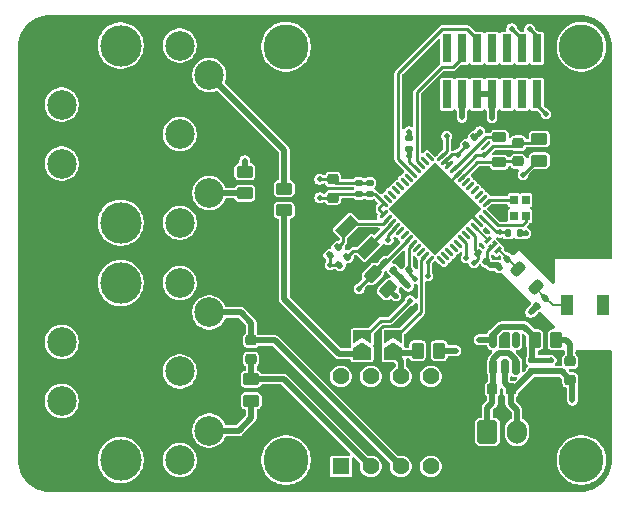
<source format=gbr>
%TF.GenerationSoftware,KiCad,Pcbnew,9.0.0*%
%TF.CreationDate,2025-04-07T16:50:41+02:00*%
%TF.ProjectId,TP_PROJ_S5,54505f50-524f-44a5-9f53-352e6b696361,rev?*%
%TF.SameCoordinates,Original*%
%TF.FileFunction,Copper,L1,Top*%
%TF.FilePolarity,Positive*%
%FSLAX46Y46*%
G04 Gerber Fmt 4.6, Leading zero omitted, Abs format (unit mm)*
G04 Created by KiCad (PCBNEW 9.0.0) date 2025-04-07 16:50:41*
%MOMM*%
%LPD*%
G01*
G04 APERTURE LIST*
G04 Aperture macros list*
%AMRoundRect*
0 Rectangle with rounded corners*
0 $1 Rounding radius*
0 $2 $3 $4 $5 $6 $7 $8 $9 X,Y pos of 4 corners*
0 Add a 4 corners polygon primitive as box body*
4,1,4,$2,$3,$4,$5,$6,$7,$8,$9,$2,$3,0*
0 Add four circle primitives for the rounded corners*
1,1,$1+$1,$2,$3*
1,1,$1+$1,$4,$5*
1,1,$1+$1,$6,$7*
1,1,$1+$1,$8,$9*
0 Add four rect primitives between the rounded corners*
20,1,$1+$1,$2,$3,$4,$5,0*
20,1,$1+$1,$4,$5,$6,$7,0*
20,1,$1+$1,$6,$7,$8,$9,0*
20,1,$1+$1,$8,$9,$2,$3,0*%
%AMRotRect*
0 Rectangle, with rotation*
0 The origin of the aperture is its center*
0 $1 length*
0 $2 width*
0 $3 Rotation angle, in degrees counterclockwise*
0 Add horizontal line*
21,1,$1,$2,0,0,$3*%
%AMFreePoly0*
4,1,6,0.500000,-0.750000,-0.650000,-0.750000,-0.150000,0.000000,-0.650000,0.750000,0.500000,0.750000,0.500000,-0.750000,0.500000,-0.750000,$1*%
%AMFreePoly1*
4,1,6,1.000000,0.000000,0.500000,-0.750000,-0.500000,-0.750000,-0.500000,0.750000,0.500000,0.750000,1.000000,0.000000,1.000000,0.000000,$1*%
G04 Aperture macros list end*
%TA.AperFunction,SMDPad,CuDef*%
%ADD10RoundRect,0.150000X0.150000X-0.512500X0.150000X0.512500X-0.150000X0.512500X-0.150000X-0.512500X0*%
%TD*%
%TA.AperFunction,ComponentPad*%
%ADD11C,2.500000*%
%TD*%
%TA.AperFunction,ComponentPad*%
%ADD12C,3.500000*%
%TD*%
%TA.AperFunction,SMDPad,CuDef*%
%ADD13RoundRect,0.218750X0.256250X-0.218750X0.256250X0.218750X-0.256250X0.218750X-0.256250X-0.218750X0*%
%TD*%
%TA.AperFunction,SMDPad,CuDef*%
%ADD14RoundRect,0.250000X0.450000X-0.262500X0.450000X0.262500X-0.450000X0.262500X-0.450000X-0.262500X0*%
%TD*%
%TA.AperFunction,ComponentPad*%
%ADD15C,3.800000*%
%TD*%
%TA.AperFunction,SMDPad,CuDef*%
%ADD16FreePoly0,90.000000*%
%TD*%
%TA.AperFunction,SMDPad,CuDef*%
%ADD17FreePoly1,90.000000*%
%TD*%
%TA.AperFunction,SMDPad,CuDef*%
%ADD18RoundRect,0.140000X-0.140000X-0.170000X0.140000X-0.170000X0.140000X0.170000X-0.140000X0.170000X0*%
%TD*%
%TA.AperFunction,SMDPad,CuDef*%
%ADD19RoundRect,0.140000X-0.021213X0.219203X-0.219203X0.021213X0.021213X-0.219203X0.219203X-0.021213X0*%
%TD*%
%TA.AperFunction,SMDPad,CuDef*%
%ADD20RotRect,0.279400X0.711200X135.000000*%
%TD*%
%TA.AperFunction,SMDPad,CuDef*%
%ADD21RotRect,0.254000X0.457200X225.000000*%
%TD*%
%TA.AperFunction,SMDPad,CuDef*%
%ADD22R,0.700000X0.750000*%
%TD*%
%TA.AperFunction,SMDPad,CuDef*%
%ADD23RotRect,1.000000X1.800000X135.000000*%
%TD*%
%TA.AperFunction,ComponentPad*%
%ADD24R,1.438000X1.438000*%
%TD*%
%TA.AperFunction,ComponentPad*%
%ADD25C,1.438000*%
%TD*%
%TA.AperFunction,SMDPad,CuDef*%
%ADD26RoundRect,0.062500X-0.220971X-0.309359X0.309359X0.220971X0.220971X0.309359X-0.309359X-0.220971X0*%
%TD*%
%TA.AperFunction,SMDPad,CuDef*%
%ADD27RoundRect,0.062500X0.220971X-0.309359X0.309359X-0.220971X-0.220971X0.309359X-0.309359X0.220971X0*%
%TD*%
%TA.AperFunction,HeatsinkPad*%
%ADD28RotRect,5.600000X5.600000X45.000000*%
%TD*%
%TA.AperFunction,SMDPad,CuDef*%
%ADD29RoundRect,0.250000X-0.450000X0.262500X-0.450000X-0.262500X0.450000X-0.262500X0.450000X0.262500X0*%
%TD*%
%TA.AperFunction,SMDPad,CuDef*%
%ADD30RoundRect,0.250000X0.262500X0.450000X-0.262500X0.450000X-0.262500X-0.450000X0.262500X-0.450000X0*%
%TD*%
%TA.AperFunction,SMDPad,CuDef*%
%ADD31RoundRect,0.250000X0.503814X0.132583X0.132583X0.503814X-0.503814X-0.132583X-0.132583X-0.503814X0*%
%TD*%
%TA.AperFunction,SMDPad,CuDef*%
%ADD32RoundRect,0.250000X-0.262500X-0.450000X0.262500X-0.450000X0.262500X0.450000X-0.262500X0.450000X0*%
%TD*%
%TA.AperFunction,SMDPad,CuDef*%
%ADD33RoundRect,0.218750X-0.424264X-0.114905X-0.114905X-0.424264X0.424264X0.114905X0.114905X0.424264X0*%
%TD*%
%TA.AperFunction,SMDPad,CuDef*%
%ADD34RoundRect,0.218750X0.381250X-0.218750X0.381250X0.218750X-0.381250X0.218750X-0.381250X-0.218750X0*%
%TD*%
%TA.AperFunction,ComponentPad*%
%ADD35RoundRect,0.250000X-0.600000X-0.750000X0.600000X-0.750000X0.600000X0.750000X-0.600000X0.750000X0*%
%TD*%
%TA.AperFunction,ComponentPad*%
%ADD36O,1.700000X2.000000*%
%TD*%
%TA.AperFunction,SMDPad,CuDef*%
%ADD37R,0.740000X2.400000*%
%TD*%
%TA.AperFunction,SMDPad,CuDef*%
%ADD38RoundRect,0.140000X0.170000X-0.140000X0.170000X0.140000X-0.170000X0.140000X-0.170000X-0.140000X0*%
%TD*%
%TA.AperFunction,SMDPad,CuDef*%
%ADD39RoundRect,0.225000X0.250000X-0.225000X0.250000X0.225000X-0.250000X0.225000X-0.250000X-0.225000X0*%
%TD*%
%TA.AperFunction,SMDPad,CuDef*%
%ADD40RoundRect,0.140000X0.021213X-0.219203X0.219203X-0.021213X-0.021213X0.219203X-0.219203X0.021213X0*%
%TD*%
%TA.AperFunction,SMDPad,CuDef*%
%ADD41RoundRect,0.140000X-0.219203X-0.021213X-0.021213X-0.219203X0.219203X0.021213X0.021213X0.219203X0*%
%TD*%
%TA.AperFunction,SMDPad,CuDef*%
%ADD42RoundRect,0.140000X-0.170000X0.140000X-0.170000X-0.140000X0.170000X-0.140000X0.170000X0.140000X0*%
%TD*%
%TA.AperFunction,SMDPad,CuDef*%
%ADD43RoundRect,0.225000X-0.225000X-0.250000X0.225000X-0.250000X0.225000X0.250000X-0.225000X0.250000X0*%
%TD*%
%TA.AperFunction,SMDPad,CuDef*%
%ADD44R,1.066800X1.803400*%
%TD*%
%TA.AperFunction,ViaPad*%
%ADD45C,0.500000*%
%TD*%
%TA.AperFunction,Conductor*%
%ADD46C,0.250000*%
%TD*%
%TA.AperFunction,Conductor*%
%ADD47C,0.500000*%
%TD*%
%TA.AperFunction,Conductor*%
%ADD48C,0.150000*%
%TD*%
%TA.AperFunction,Conductor*%
%ADD49C,0.400000*%
%TD*%
G04 APERTURE END LIST*
D10*
%TO.P,U2,1,VIN*%
%TO.N,BATT*%
X141550001Y-127097500D03*
%TO.P,U2,2,GND*%
%TO.N,GND*%
X142500000Y-127097500D03*
%TO.P,U2,3,~{SHDN}*%
%TO.N,BATT*%
X143449999Y-127097500D03*
%TO.P,U2,4,NC*%
%TO.N,unconnected-(U2-NC-Pad4)*%
X143449999Y-124822500D03*
%TO.P,U2,5,VOUT*%
%TO.N,+3.3V*%
X141550001Y-124822500D03*
%TD*%
D11*
%TO.P,J4,G*%
%TO.N,N/C*%
X105000000Y-130000000D03*
X105000000Y-125000000D03*
%TO.P,J4,5*%
%TO.N,Net-(D2-A)*%
X117500000Y-122500000D03*
%TO.P,J4,4*%
%TO.N,Net-(J4-Pad4)*%
X117500000Y-132500000D03*
%TO.P,J4,3*%
%TO.N,unconnected-(J4-Pad3)*%
X115000000Y-120000000D03*
%TO.P,J4,2*%
%TO.N,unconnected-(J4-Pad2)*%
X115000000Y-127500000D03*
%TO.P,J4,1*%
%TO.N,unconnected-(J4-Pad1)*%
X115000000Y-135000000D03*
D12*
%TO.P,J4,*%
%TO.N,*%
X110000000Y-135000000D03*
X110000000Y-120000000D03*
%TD*%
D13*
%TO.P,D2,2,A*%
%TO.N,Net-(D2-A)*%
X121050000Y-124874999D03*
%TO.P,D2,1,K*%
%TO.N,Net-(D2-K)*%
X121050000Y-126450001D03*
%TD*%
D14*
%TO.P,R4,2*%
%TO.N,Net-(D2-K)*%
X121050000Y-128150000D03*
%TO.P,R4,1*%
%TO.N,Net-(J4-Pad4)*%
X121050000Y-129975000D03*
%TD*%
D12*
%TO.P,J5,*%
%TO.N,*%
X110000000Y-99900000D03*
X110000000Y-114900000D03*
D11*
%TO.P,J5,1*%
%TO.N,unconnected-(J5-Pad1)*%
X115000000Y-114900000D03*
%TO.P,J5,2*%
%TO.N,GND*%
X115000000Y-107400000D03*
%TO.P,J5,3*%
%TO.N,unconnected-(J5-Pad3)*%
X115000000Y-99900000D03*
%TO.P,J5,4*%
%TO.N,Net-(J5-Pad4)*%
X117500000Y-112400000D03*
%TO.P,J5,5*%
%TO.N,Net-(J5-Pad5)*%
X117500000Y-102400000D03*
%TO.P,J5,G*%
%TO.N,N/C*%
X105000000Y-104900000D03*
X105000000Y-109900000D03*
%TD*%
D14*
%TO.P,R7,2*%
%TO.N,+3.3V*%
X120500000Y-110587500D03*
%TO.P,R7,1*%
%TO.N,Net-(J5-Pad4)*%
X120500000Y-112412500D03*
%TD*%
D15*
%TO.P,H4,1,1*%
%TO.N,GND*%
X149000000Y-135000000D03*
%TD*%
%TO.P,H1,1,1*%
%TO.N,GND*%
X124000000Y-100000000D03*
%TD*%
D16*
%TO.P,JP2,2,B*%
%TO.N,/stm32/RX_MIDI*%
X133050000Y-124530000D03*
D17*
%TO.P,JP2,1,A*%
%TO.N,Net-(JP2-A)*%
X133050000Y-125979998D03*
%TD*%
D15*
%TO.P,H3,1,1*%
%TO.N,GND*%
X124000000Y-135000000D03*
%TD*%
%TO.P,H2,1,1*%
%TO.N,GND*%
X149000000Y-100000000D03*
%TD*%
D17*
%TO.P,JP1,1,A*%
%TO.N,Net-(JP1-A)*%
X130450000Y-125979998D03*
D16*
%TO.P,JP1,2,B*%
%TO.N,/stm32/TX_MIDI*%
X130450000Y-124530000D03*
%TD*%
D18*
%TO.P,C21,1*%
%TO.N,+3.3V*%
X142820000Y-115800000D03*
%TO.P,C21,2*%
%TO.N,GND*%
X143780000Y-115800000D03*
%TD*%
D19*
%TO.P,C20,2*%
%TO.N,GND*%
X133710589Y-119619411D03*
%TO.P,C20,1*%
%TO.N,+3.3V*%
X134389411Y-118940589D03*
%TD*%
D20*
%TO.P,U3,1,IN*%
%TO.N,/stm32/RF1*%
X141931052Y-117231052D03*
D21*
%TO.P,U3,4,GND*%
%TO.N,GND*%
X141661645Y-116638355D03*
D20*
%TO.P,U3,3,OUT*%
%TO.N,/stm32/RF1filtred*%
X141068948Y-116368948D03*
D21*
%TO.P,U3,2,GND*%
%TO.N,GND*%
X141338355Y-116961645D03*
%TD*%
D22*
%TO.P,Y3,1*%
%TO.N,Net-(U1-OSC_IN)*%
X143300000Y-112980000D03*
%TO.P,Y3,2*%
%TO.N,N/C*%
X143300000Y-114330000D03*
%TO.P,Y3,3*%
%TO.N,Net-(U1-OSC_OUT)*%
X144300000Y-114330000D03*
%TO.P,Y3,4*%
%TO.N,N/C*%
X144300000Y-112980000D03*
%TD*%
D23*
%TO.P,Y1,1*%
%TO.N,Net-(U1-PC15)*%
X130951561Y-117031561D03*
%TO.P,Y1,2*%
%TO.N,Net-(U1-PC14)*%
X129148439Y-115228439D03*
%TD*%
D24*
%TO.P,U4,1,NC*%
%TO.N,unconnected-(U4-NC-Pad1)*%
X128640000Y-135540000D03*
D25*
%TO.P,U4,2,C1*%
%TO.N,Net-(D2-K)*%
X131180000Y-135540000D03*
%TO.P,U4,7,VO1*%
%TO.N,unconnected-(U4-VO1-Pad7)*%
X131180000Y-127920000D03*
%TO.P,U4,8,VCC*%
%TO.N,unconnected-(U4-VCC-Pad8)*%
X128640000Y-127920000D03*
%TO.P,U4,3,C2*%
%TO.N,Net-(D2-A)*%
X133720000Y-135540000D03*
%TO.P,U4,4,NC*%
%TO.N,unconnected-(U4-NC-Pad4)*%
X136260000Y-135540000D03*
%TO.P,U4,6,VO2*%
%TO.N,Net-(JP2-A)*%
X133720000Y-127920000D03*
%TO.P,U4,5,GND*%
%TO.N,GND*%
X136260000Y-127920000D03*
%TD*%
D26*
%TO.P,U1,1,VBAT*%
%TO.N,+3.3V*%
X132264726Y-114196035D03*
%TO.P,U1,2,PC14*%
%TO.N,Net-(U1-PC14)*%
X132618279Y-114549588D03*
%TO.P,U1,3,PC15*%
%TO.N,Net-(U1-PC15)*%
X132971833Y-114903142D03*
%TO.P,U1,4,PH3*%
%TO.N,Net-(U1-PH3)*%
X133325386Y-115256695D03*
%TO.P,U1,5,PB8*%
%TO.N,unconnected-(U1-PB8-Pad5)*%
X133678939Y-115610248D03*
%TO.P,U1,6,PB9*%
%TO.N,unconnected-(U1-PB9-Pad6)*%
X134032493Y-115963802D03*
%TO.P,U1,7,NRST*%
%TO.N,/stm32/NRST*%
X134386046Y-116317355D03*
%TO.P,U1,8,VDDA*%
%TO.N,+3.3V*%
X134739600Y-116670909D03*
%TO.P,U1,9,PA0*%
%TO.N,unconnected-(U1-PA0-Pad9)*%
X135093153Y-117024462D03*
%TO.P,U1,10,PA1*%
%TO.N,unconnected-(U1-PA1-Pad10)*%
X135446706Y-117378015D03*
%TO.P,U1,11,PA2*%
%TO.N,/stm32/RX_MIDI*%
X135800260Y-117731569D03*
%TO.P,U1,12,PA3*%
%TO.N,/stm32/TX_MIDI*%
X136153813Y-118085122D03*
D27*
%TO.P,U1,13,PA4*%
%TO.N,unconnected-(U1-PA4-Pad13)*%
X137126085Y-118085122D03*
%TO.P,U1,14,PA5*%
%TO.N,unconnected-(U1-PA5-Pad14)*%
X137479638Y-117731569D03*
%TO.P,U1,15,PA6*%
%TO.N,unconnected-(U1-PA6-Pad15)*%
X137833192Y-117378015D03*
%TO.P,U1,16,PA7*%
%TO.N,unconnected-(U1-PA7-Pad16)*%
X138186745Y-117024462D03*
%TO.P,U1,17,PA8*%
%TO.N,unconnected-(U1-PA8-Pad17)*%
X138540298Y-116670909D03*
%TO.P,U1,18,PA9*%
%TO.N,/stm32/VCP_RX*%
X138893852Y-116317355D03*
%TO.P,U1,19,PB2*%
%TO.N,unconnected-(U1-PB2-Pad19)*%
X139247405Y-115963802D03*
%TO.P,U1,20,VDD*%
%TO.N,+3.3V*%
X139600959Y-115610248D03*
%TO.P,U1,21,RF1*%
%TO.N,/stm32/RF1filtred*%
X139954512Y-115256695D03*
%TO.P,U1,22,VSSRF*%
%TO.N,GND*%
X140308065Y-114903142D03*
%TO.P,U1,23,VDDRF*%
%TO.N,+3.3V*%
X140661619Y-114549588D03*
%TO.P,U1,24,OSC_OUT*%
%TO.N,Net-(U1-OSC_OUT)*%
X141015172Y-114196035D03*
D26*
%TO.P,U1,25,OSC_IN*%
%TO.N,Net-(U1-OSC_IN)*%
X141015172Y-113223763D03*
%TO.P,U1,26,AT0*%
%TO.N,unconnected-(U1-AT0-Pad26)*%
X140661619Y-112870210D03*
%TO.P,U1,27,AT1*%
%TO.N,unconnected-(U1-AT1-Pad27)*%
X140308065Y-112516656D03*
%TO.P,U1,28,PB0*%
%TO.N,unconnected-(U1-PB0-Pad28)*%
X139954512Y-112163103D03*
%TO.P,U1,29,PB1*%
%TO.N,unconnected-(U1-PB1-Pad29)*%
X139600959Y-111809550D03*
%TO.P,U1,30,PE4*%
%TO.N,unconnected-(U1-PE4-Pad30)*%
X139247405Y-111455996D03*
%TO.P,U1,31,VFBSMPS*%
%TO.N,Net-(U1-VFBSMPS)*%
X138893852Y-111102443D03*
%TO.P,U1,32,VSSSMPS*%
%TO.N,GND*%
X138540298Y-110748889D03*
%TO.P,U1,33,VLXSMPS*%
%TO.N,Net-(U1-VLXSMPS)*%
X138186745Y-110395336D03*
%TO.P,U1,34,VDDSMPS*%
%TO.N,+3.3V*%
X137833192Y-110041783D03*
%TO.P,U1,35,VDD*%
X137479638Y-109688229D03*
%TO.P,U1,36,PA10*%
%TO.N,/stm32/VCP_TX*%
X137126085Y-109334676D03*
D27*
%TO.P,U1,37,PA11*%
%TO.N,unconnected-(U1-PA11-Pad37)*%
X136153813Y-109334676D03*
%TO.P,U1,38,PA12*%
%TO.N,unconnected-(U1-PA12-Pad38)*%
X135800260Y-109688229D03*
%TO.P,U1,39,PA13*%
%TO.N,/stm32/JTMS{slash}SWDIO*%
X135446706Y-110041783D03*
%TO.P,U1,40,VDDUSB*%
%TO.N,+3.3V*%
X135093153Y-110395336D03*
%TO.P,U1,41,PA14*%
%TO.N,/stm32/JCLK{slash}SWCLK*%
X134739600Y-110748889D03*
%TO.P,U1,42,PA15*%
%TO.N,unconnected-(U1-PA15-Pad42)*%
X134386046Y-111102443D03*
%TO.P,U1,43,PB3*%
%TO.N,unconnected-(U1-PB3-Pad43)*%
X134032493Y-111455996D03*
%TO.P,U1,44,PB4*%
%TO.N,unconnected-(U1-PB4-Pad44)*%
X133678939Y-111809550D03*
%TO.P,U1,45,PB5*%
%TO.N,unconnected-(U1-PB5-Pad45)*%
X133325386Y-112163103D03*
%TO.P,U1,46,PB6*%
%TO.N,unconnected-(U1-PB6-Pad46)*%
X132971833Y-112516656D03*
%TO.P,U1,47,PB7*%
%TO.N,unconnected-(U1-PB7-Pad47)*%
X132618279Y-112870210D03*
%TO.P,U1,48,VDD*%
%TO.N,+3.3V*%
X132264726Y-113223763D03*
D28*
%TO.P,U1,49,VSS*%
%TO.N,GND*%
X136639949Y-113709899D03*
%TD*%
D29*
%TO.P,R6,1*%
%TO.N,Net-(J5-Pad5)*%
X123850000Y-112017500D03*
%TO.P,R6,2*%
%TO.N,Net-(JP1-A)*%
X123850000Y-113842500D03*
%TD*%
D30*
%TO.P,R5,1*%
%TO.N,+3.3V*%
X136962500Y-125730000D03*
%TO.P,R5,2*%
%TO.N,Net-(JP2-A)*%
X135137500Y-125730000D03*
%TD*%
D29*
%TO.P,R3,1*%
%TO.N,GND*%
X145450000Y-107817500D03*
%TO.P,R3,2*%
%TO.N,Net-(U1-PH3)*%
X145450000Y-109642500D03*
%TD*%
D31*
%TO.P,R2,1*%
%TO.N,+3.3V*%
X132645235Y-120525235D03*
%TO.P,R2,2*%
%TO.N,/stm32/NRST*%
X131354765Y-119234765D03*
%TD*%
D32*
%TO.P,R1,1*%
%TO.N,+3.3V*%
X145050000Y-124810000D03*
%TO.P,R1,2*%
%TO.N,Net-(D1-A)*%
X146875000Y-124810000D03*
%TD*%
D33*
%TO.P,L2,1,1*%
%TO.N,/stm32/RF1*%
X143648699Y-118848699D03*
%TO.P,L2,2,2*%
%TO.N,Net-(AE1-Pad1)*%
X145151301Y-120351301D03*
%TD*%
D34*
%TO.P,L1,1,1*%
%TO.N,Net-(U1-VFBSMPS)*%
X142050000Y-109792500D03*
%TO.P,L1,2,2*%
%TO.N,Net-(U1-VLXSMPS)*%
X142050000Y-107667500D03*
%TD*%
D35*
%TO.P,J3,1,Pin_1*%
%TO.N,BATT*%
X141050000Y-132610000D03*
D36*
%TO.P,J3,2,Pin_2*%
%TO.N,GND*%
X143550000Y-132610000D03*
%TD*%
D37*
%TO.P,J1,1,NC*%
%TO.N,unconnected-(J1-NC-Pad1)*%
X137630000Y-104030000D03*
%TO.P,J1,2,NC*%
%TO.N,unconnected-(J1-NC-Pad2)*%
X137630000Y-100130000D03*
%TO.P,J1,3,VCC*%
%TO.N,+3.3V*%
X138900000Y-104030000D03*
%TO.P,J1,4,JTMS/SWDIO*%
%TO.N,/stm32/JTMS{slash}SWDIO*%
X138900000Y-100130000D03*
%TO.P,J1,5,GND*%
%TO.N,GND*%
X140170000Y-104030000D03*
%TO.P,J1,6,JCLK/SWCLK*%
%TO.N,/stm32/JCLK{slash}SWCLK*%
X140170000Y-100130000D03*
%TO.P,J1,7,GND*%
%TO.N,GND*%
X141440000Y-104030000D03*
%TO.P,J1,8,JTDO/SWO*%
%TO.N,unconnected-(J1-JTDO{slash}SWO-Pad8)*%
X141440000Y-100130000D03*
%TO.P,J1,9,JRCLK/NC*%
%TO.N,unconnected-(J1-JRCLK{slash}NC-Pad9)*%
X142710000Y-104030000D03*
%TO.P,J1,10,JTDI/NC*%
%TO.N,unconnected-(J1-JTDI{slash}NC-Pad10)*%
X142710000Y-100130000D03*
%TO.P,J1,11,GNDDetect*%
%TO.N,unconnected-(J1-GNDDetect-Pad11)*%
X143980000Y-104030000D03*
%TO.P,J1,12,~{RST}*%
%TO.N,/stm32/NRST*%
X143980000Y-100130000D03*
%TO.P,J1,13,VCP_RX*%
%TO.N,/stm32/VCP_RX*%
X145250000Y-104030000D03*
%TO.P,J1,14,VCP_TX*%
%TO.N,/stm32/VCP_TX*%
X145250000Y-100130000D03*
%TD*%
D13*
%TO.P,D1,1,K*%
%TO.N,GND*%
X148050000Y-128217501D03*
%TO.P,D1,2,A*%
%TO.N,Net-(D1-A)*%
X148050000Y-126642499D03*
%TD*%
D38*
%TO.P,C19,1*%
%TO.N,+3.3V*%
X134400000Y-108680000D03*
%TO.P,C19,2*%
%TO.N,GND*%
X134400000Y-107720000D03*
%TD*%
%TO.P,C18,1*%
%TO.N,+3.3V*%
X131100000Y-112480000D03*
%TO.P,C18,2*%
%TO.N,GND*%
X131100000Y-111520000D03*
%TD*%
D39*
%TO.P,C17,1*%
%TO.N,Net-(U1-VFBSMPS)*%
X143650000Y-109705000D03*
%TO.P,C17,2*%
%TO.N,GND*%
X143650000Y-108155000D03*
%TD*%
D40*
%TO.P,C16,1*%
%TO.N,+3.3V*%
X139260589Y-108339411D03*
%TO.P,C16,2*%
%TO.N,GND*%
X139939411Y-107660589D03*
%TD*%
D19*
%TO.P,C14,1*%
%TO.N,Net-(U1-PC15)*%
X129189411Y-117790589D03*
%TO.P,C14,2*%
%TO.N,GND*%
X128510589Y-118469411D03*
%TD*%
%TO.P,C13,1*%
%TO.N,Net-(U1-PC14)*%
X128389411Y-116990589D03*
%TO.P,C13,2*%
%TO.N,GND*%
X127710589Y-117669411D03*
%TD*%
%TO.P,C12,1*%
%TO.N,Net-(AE1-Pad1)*%
X145939411Y-121260589D03*
%TO.P,C12,2*%
%TO.N,GND*%
X145260589Y-121939411D03*
%TD*%
%TO.P,C11,1*%
%TO.N,/stm32/RF1*%
X142739411Y-117960589D03*
%TO.P,C11,2*%
%TO.N,GND*%
X142060589Y-118639411D03*
%TD*%
D41*
%TO.P,C6,1*%
%TO.N,/stm32/NRST*%
X132410589Y-118240589D03*
%TO.P,C6,2*%
%TO.N,GND*%
X133089411Y-118919411D03*
%TD*%
D38*
%TO.P,C5,1*%
%TO.N,+3.3V*%
X130150000Y-112480000D03*
%TO.P,C5,2*%
%TO.N,GND*%
X130150000Y-111520000D03*
%TD*%
D41*
%TO.P,C4,1*%
%TO.N,+3.3V*%
X140260589Y-117460589D03*
%TO.P,C4,2*%
%TO.N,GND*%
X140939411Y-118139411D03*
%TD*%
D39*
%TO.P,C3,1*%
%TO.N,+3.3V*%
X127950000Y-112775000D03*
%TO.P,C3,2*%
%TO.N,GND*%
X127950000Y-111225000D03*
%TD*%
D42*
%TO.P,C2,1*%
%TO.N,+3.3V*%
X144850000Y-126530000D03*
%TO.P,C2,2*%
%TO.N,GND*%
X144850000Y-127490000D03*
%TD*%
D43*
%TO.P,C1,1*%
%TO.N,BATT*%
X141475000Y-129010000D03*
%TO.P,C1,2*%
%TO.N,GND*%
X143025000Y-129010000D03*
%TD*%
D44*
%TO.P,AE1,1,1*%
%TO.N,Net-(AE1-Pad1)*%
X147806199Y-121900000D03*
%TO.P,AE1,2*%
%TO.N,N/C*%
X150854199Y-121900000D03*
%TD*%
D45*
%TO.N,GND*%
X144700000Y-122500000D03*
%TO.N,+3.3V*%
X120500000Y-109650000D03*
%TO.N,GND*%
X134400000Y-107200000D03*
X134700000Y-113700000D03*
X136600000Y-111700000D03*
X135700000Y-112700000D03*
X135700000Y-114700000D03*
X137600000Y-112700000D03*
X138600000Y-113700000D03*
X137600000Y-114600000D03*
X136600000Y-115700000D03*
X136600000Y-113700000D03*
X141300000Y-118500000D03*
X144300000Y-115800000D03*
X140400000Y-107200000D03*
%TO.N,+3.3V*%
X133300000Y-121100000D03*
X139900000Y-118300000D03*
%TO.N,/stm32/VCP_RX*%
X139250000Y-117880000D03*
X146000000Y-105680000D03*
%TO.N,+3.3V*%
X142100000Y-115705000D03*
%TO.N,/stm32/VCP_TX*%
X137600000Y-107580000D03*
X144623354Y-98500000D03*
%TO.N,/stm32/NRST*%
X143098198Y-98468628D03*
X130200000Y-120480000D03*
%TO.N,+3.3V*%
X138550000Y-109130000D03*
X134450000Y-109280000D03*
X138900000Y-105980000D03*
%TO.N,GND*%
X141450000Y-106030000D03*
X140750000Y-109180000D03*
%TO.N,Net-(U1-PH3)*%
X144050000Y-110830000D03*
X132650000Y-116380000D03*
%TO.N,GND*%
X126850000Y-111230000D03*
%TO.N,+3.3V*%
X126850000Y-112780000D03*
%TO.N,/stm32/TX_MIDI*%
X134500000Y-121500000D03*
X136030729Y-119400000D03*
%TO.N,+3.3V*%
X134879729Y-119630000D03*
%TO.N,GND*%
X134350000Y-120280000D03*
X127710589Y-118469411D03*
%TO.N,+3.3V*%
X138350000Y-125730000D03*
X140370000Y-124810000D03*
%TO.N,GND*%
X148250000Y-129930000D03*
%TO.N,+3.3V*%
X146450000Y-126530000D03*
%TD*%
D46*
%TO.N,GND*%
X141000000Y-118078822D02*
X140939411Y-118139411D01*
X141000000Y-117300000D02*
X141000000Y-118078822D01*
X141338355Y-116961645D02*
X141000000Y-117300000D01*
%TO.N,/stm32/TX_MIDI*%
X136030729Y-118208206D02*
X136153813Y-118085122D01*
X136030729Y-119400000D02*
X136030729Y-118208206D01*
X130670000Y-124530000D02*
X130450000Y-124530000D01*
X132000000Y-123200000D02*
X130670000Y-124530000D01*
X134500000Y-121500000D02*
X132800000Y-123200000D01*
X132800000Y-123200000D02*
X132000000Y-123200000D01*
%TO.N,/stm32/VCP_TX*%
X145250000Y-99126646D02*
X144623354Y-98500000D01*
X145250000Y-100130000D02*
X145250000Y-99126646D01*
X144623354Y-98500000D02*
X144623354Y-98603354D01*
%TO.N,/stm32/NRST*%
X143980000Y-99360000D02*
X143980000Y-100130000D01*
X143098198Y-98478198D02*
X143980000Y-99360000D01*
X143098198Y-98468628D02*
X143098198Y-98478198D01*
D47*
%TO.N,Net-(D1-A)*%
X148050000Y-125150000D02*
X148050000Y-126642499D01*
X147710000Y-124810000D02*
X148050000Y-125150000D01*
X146875000Y-124810000D02*
X147710000Y-124810000D01*
D48*
%TO.N,Net-(AE1-Pad1)*%
X145960589Y-121260589D02*
X146600000Y-121900000D01*
X145960589Y-121239411D02*
X145960589Y-121260589D01*
X146600000Y-121900000D02*
X148006199Y-121900000D01*
X145151301Y-120430123D02*
X145960589Y-121239411D01*
X145151301Y-120351301D02*
X145151301Y-120430123D01*
D47*
%TO.N,GND*%
X145260589Y-121939411D02*
X144700000Y-122500000D01*
X141921178Y-118500000D02*
X142060589Y-118639411D01*
X141300000Y-118500000D02*
X141921178Y-118500000D01*
%TO.N,BATT*%
X141475000Y-130125000D02*
X141050000Y-130550000D01*
X141475000Y-129010000D02*
X141475000Y-130125000D01*
X141050000Y-130550000D02*
X141050000Y-132610000D01*
%TO.N,GND*%
X143025000Y-130225000D02*
X143550000Y-130750000D01*
X143025000Y-129010000D02*
X143025000Y-130225000D01*
X143550000Y-130750000D02*
X143550000Y-132610000D01*
D46*
%TO.N,+3.3V*%
X140260589Y-117939411D02*
X140260589Y-117460589D01*
X139900000Y-118300000D02*
X140260589Y-117939411D01*
D47*
X120500000Y-110587500D02*
X120500000Y-109650000D01*
%TO.N,Net-(J5-Pad4)*%
X120487500Y-112400000D02*
X120500000Y-112412500D01*
X117500000Y-112400000D02*
X120487500Y-112400000D01*
%TO.N,Net-(J5-Pad5)*%
X123850000Y-108750000D02*
X123850000Y-112017500D01*
X117500000Y-102400000D02*
X123850000Y-108750000D01*
%TO.N,Net-(D2-K)*%
X123790000Y-128150000D02*
X131180000Y-135540000D01*
X121050000Y-128150000D02*
X123790000Y-128150000D01*
%TO.N,Net-(D2-A)*%
X123054999Y-124874999D02*
X121050000Y-124874999D01*
X133720000Y-135540000D02*
X123054999Y-124874999D01*
%TO.N,Net-(J4-Pad4)*%
X120000000Y-132500000D02*
X121050000Y-131450000D01*
X117500000Y-132500000D02*
X120000000Y-132500000D01*
%TO.N,Net-(D2-A)*%
X120187500Y-122500000D02*
X121050000Y-123362500D01*
X117500000Y-122500000D02*
X120187500Y-122500000D01*
%TO.N,Net-(D2-K)*%
X121050000Y-128150000D02*
X121050000Y-126450001D01*
%TO.N,Net-(J4-Pad4)*%
X121050000Y-129975001D02*
X121050000Y-131450000D01*
%TO.N,Net-(D2-A)*%
X121050000Y-124874999D02*
X121050000Y-123362500D01*
D49*
%TO.N,+3.3V*%
X146450000Y-126530000D02*
X144850000Y-126530000D01*
%TO.N,GND*%
X134400000Y-107720000D02*
X134400000Y-107200000D01*
D46*
X136700000Y-113709899D02*
X136639949Y-113709899D01*
D49*
X140939411Y-118139411D02*
X141300000Y-118500000D01*
D46*
X141661645Y-116638355D02*
X141338355Y-116961645D01*
D49*
X143780000Y-115800000D02*
X144300000Y-115800000D01*
%TO.N,+3.3V*%
X134450000Y-108730000D02*
X134400000Y-108680000D01*
X134450000Y-109280000D02*
X134450000Y-108730000D01*
%TO.N,GND*%
X140400000Y-107200000D02*
X139939411Y-107660589D01*
D46*
X139114822Y-113709899D02*
X136700000Y-113709899D01*
X140308065Y-114903142D02*
X139114822Y-113709899D01*
D49*
%TO.N,+3.3V*%
X133220000Y-121100000D02*
X132645235Y-120525235D01*
X133300000Y-121100000D02*
X133220000Y-121100000D01*
D46*
X142100000Y-115705000D02*
X142725000Y-115705000D01*
X142725000Y-115705000D02*
X142820000Y-115800000D01*
X142100000Y-115705000D02*
X141817031Y-115705000D01*
%TO.N,GND*%
X143625000Y-115705000D02*
X143720000Y-115800000D01*
%TO.N,+3.3V*%
X141817031Y-115705000D02*
X140661619Y-114549588D01*
X140000000Y-116009289D02*
X139600959Y-115610248D01*
X140000000Y-117200000D02*
X140000000Y-116009289D01*
X140260589Y-117460589D02*
X140000000Y-117200000D01*
X138550000Y-109050000D02*
X139260589Y-108339411D01*
X138550000Y-109130000D02*
X138550000Y-109050000D01*
%TO.N,/stm32/JCLK{slash}SWCLK*%
X139350000Y-98530000D02*
X140170000Y-99350000D01*
X137200000Y-98530000D02*
X139350000Y-98530000D01*
X133500000Y-102230000D02*
X137200000Y-98530000D01*
X134739600Y-110748889D02*
X133500000Y-109509289D01*
X133500000Y-109509289D02*
X133500000Y-102230000D01*
X140170000Y-99350000D02*
X140170000Y-100130000D01*
D48*
%TO.N,/stm32/RF1*%
X142760589Y-117960589D02*
X143648699Y-118848699D01*
X142760589Y-117939411D02*
X142760589Y-117960589D01*
X141931052Y-117231052D02*
X142052230Y-117231052D01*
X142052230Y-117231052D02*
X142760589Y-117939411D01*
%TO.N,/stm32/RF1filtred*%
X139956695Y-115256695D02*
X141068948Y-116368948D01*
X139954512Y-115256695D02*
X139956695Y-115256695D01*
D46*
%TO.N,/stm32/RX_MIDI*%
X135455729Y-118076100D02*
X135800260Y-117731569D01*
X135455729Y-122424271D02*
X135455729Y-118076100D01*
X133350000Y-124530000D02*
X135455729Y-122424271D01*
X133050000Y-124530000D02*
X133350000Y-124530000D01*
D47*
%TO.N,Net-(JP1-A)*%
X128499998Y-125979998D02*
X130450000Y-125979998D01*
X123850000Y-121330000D02*
X128499998Y-125979998D01*
X123850000Y-113842500D02*
X123850000Y-121330000D01*
D46*
%TO.N,/stm32/JTMS{slash}SWDIO*%
X135100000Y-103830000D02*
X135100000Y-109695077D01*
X135100000Y-109695077D02*
X135446706Y-110041783D01*
X137200000Y-101730000D02*
X135100000Y-103830000D01*
X138130000Y-101730000D02*
X137200000Y-101730000D01*
X138900000Y-100960000D02*
X138130000Y-101730000D01*
X138900000Y-100130000D02*
X138900000Y-100960000D01*
%TO.N,GND*%
X136639949Y-112649238D02*
X136639949Y-113709899D01*
X138540298Y-110748889D02*
X136639949Y-112649238D01*
%TO.N,/stm32/VCP_RX*%
X145250000Y-104930000D02*
X145250000Y-104030000D01*
X146000000Y-105680000D02*
X145250000Y-104930000D01*
%TO.N,Net-(U1-PH3)*%
X145237500Y-109642500D02*
X145450000Y-109642500D01*
X144050000Y-110830000D02*
X145237500Y-109642500D01*
%TO.N,/stm32/VCP_RX*%
X139239382Y-117790618D02*
X139239382Y-116662885D01*
X139239382Y-116662885D02*
X138893852Y-116317355D01*
X139250000Y-117801236D02*
X139239382Y-117790618D01*
X139250000Y-117880000D02*
X139250000Y-117801236D01*
%TO.N,Net-(U1-OSC_OUT)*%
X144000000Y-115130000D02*
X141949137Y-115130000D01*
X144300000Y-114830000D02*
X144000000Y-115130000D01*
X141949137Y-115130000D02*
X141015172Y-114196035D01*
X144300000Y-114330000D02*
X144300000Y-114830000D01*
%TO.N,Net-(U1-OSC_IN)*%
X141258935Y-112980000D02*
X141015172Y-113223763D01*
X143300000Y-112980000D02*
X141258935Y-112980000D01*
%TO.N,/stm32/VCP_TX*%
X137600000Y-108860761D02*
X137126085Y-109334676D01*
X137600000Y-107580000D02*
X137600000Y-108860761D01*
%TO.N,+3.3V*%
X138050000Y-109117867D02*
X137479638Y-109688229D01*
X138550000Y-109130000D02*
X138537867Y-109117867D01*
X138537867Y-109117867D02*
X138050000Y-109117867D01*
%TO.N,/stm32/NRST*%
X130200000Y-120480000D02*
X130200000Y-120389530D01*
X130200000Y-120389530D02*
X131354765Y-119234765D01*
%TO.N,+3.3V*%
X137479638Y-109688229D02*
X137833192Y-110041783D01*
X134450000Y-109752183D02*
X134450000Y-109280000D01*
X135093153Y-110395336D02*
X134450000Y-109752183D01*
D47*
X138900000Y-104030000D02*
X138900000Y-105980000D01*
%TO.N,GND*%
X140170000Y-104030000D02*
X141440000Y-104030000D01*
X141440000Y-106020000D02*
X141450000Y-106030000D01*
X141440000Y-104030000D02*
X141440000Y-106020000D01*
D46*
X141499000Y-108431000D02*
X140750000Y-109180000D01*
X143650000Y-108155000D02*
X143374000Y-108431000D01*
X143374000Y-108431000D02*
X141499000Y-108431000D01*
X140750000Y-109180000D02*
X140109187Y-109180000D01*
X140109187Y-109180000D02*
X138540298Y-110748889D01*
%TO.N,Net-(U1-VFBSMPS)*%
X140203795Y-109792500D02*
X138893852Y-111102443D01*
X142050000Y-109792500D02*
X140203795Y-109792500D01*
%TO.N,Net-(U1-VLXSMPS)*%
X140914581Y-107667500D02*
X138186745Y-110395336D01*
X142050000Y-107667500D02*
X140914581Y-107667500D01*
%TO.N,GND*%
X144875000Y-108155000D02*
X143650000Y-108155000D01*
X145212500Y-107817500D02*
X144875000Y-108155000D01*
X145450000Y-107817500D02*
X145212500Y-107817500D01*
%TO.N,Net-(U1-VFBSMPS)*%
X142137500Y-109705000D02*
X142050000Y-109792500D01*
X143650000Y-109705000D02*
X142137500Y-109705000D01*
%TO.N,Net-(U1-PH3)*%
X132650000Y-115932081D02*
X132650000Y-116380000D01*
X133325386Y-115256695D02*
X132650000Y-115932081D01*
%TO.N,+3.3V*%
X126855000Y-112775000D02*
X127950000Y-112775000D01*
X126850000Y-112780000D02*
X126855000Y-112775000D01*
%TO.N,GND*%
X126855000Y-111225000D02*
X127950000Y-111225000D01*
X126850000Y-111230000D02*
X126855000Y-111225000D01*
%TO.N,+3.3V*%
X134389411Y-119139682D02*
X134389411Y-118940589D01*
X134879729Y-119630000D02*
X134389411Y-119139682D01*
D47*
%TO.N,GND*%
X133710589Y-119640589D02*
X134350000Y-120280000D01*
X133710589Y-119619411D02*
X133710589Y-119640589D01*
D46*
%TO.N,+3.3V*%
X134739600Y-116670909D02*
X134389411Y-117021098D01*
X134389411Y-117021098D02*
X134389411Y-118940589D01*
D47*
%TO.N,GND*%
X133089411Y-118919411D02*
X133089411Y-118998233D01*
X133089411Y-118998233D02*
X133710589Y-119619411D01*
D46*
%TO.N,/stm32/NRST*%
X132462812Y-118240589D02*
X132410589Y-118240589D01*
X134386046Y-116317355D02*
X132462812Y-118240589D01*
D47*
X131416413Y-119234765D02*
X131354765Y-119234765D01*
X132410589Y-118240589D02*
X131416413Y-119234765D01*
D46*
%TO.N,GND*%
X128510589Y-118469411D02*
X127710589Y-118469411D01*
X127710589Y-117669411D02*
X127710589Y-118469411D01*
%TO.N,Net-(U1-PC14)*%
X128850000Y-116530000D02*
X128389411Y-116990589D01*
X129148439Y-115228439D02*
X128850000Y-115526878D01*
X128850000Y-115526878D02*
X128850000Y-116530000D01*
%TO.N,Net-(U1-PC15)*%
X129675000Y-117305000D02*
X129189411Y-117790589D01*
X130678122Y-117305000D02*
X129675000Y-117305000D01*
X130951561Y-117031561D02*
X130678122Y-117305000D01*
%TO.N,+3.3V*%
X131900000Y-113831309D02*
X131900000Y-113588489D01*
X131900000Y-113588489D02*
X132264726Y-113223763D01*
X132264726Y-114196035D02*
X131900000Y-113831309D01*
%TO.N,Net-(U1-PC15)*%
X130951561Y-116923414D02*
X130951561Y-117031561D01*
X132971833Y-114903142D02*
X130951561Y-116923414D01*
%TO.N,Net-(U1-PC14)*%
X129396878Y-114980000D02*
X129148439Y-115228439D01*
X132187867Y-114980000D02*
X129396878Y-114980000D01*
X132618279Y-114549588D02*
X132187867Y-114980000D01*
%TO.N,GND*%
X128245000Y-111520000D02*
X127950000Y-111225000D01*
X131100000Y-111520000D02*
X128245000Y-111520000D01*
%TO.N,+3.3V*%
X128245000Y-112480000D02*
X127950000Y-112775000D01*
X129200000Y-112480000D02*
X128245000Y-112480000D01*
X131520963Y-112480000D02*
X131100000Y-112480000D01*
X132264726Y-113223763D02*
X131520963Y-112480000D01*
X129200000Y-112480000D02*
X131100000Y-112480000D01*
D47*
X136962500Y-125730000D02*
X138350000Y-125730000D01*
X140370000Y-124810000D02*
X141550002Y-124810000D01*
%TO.N,Net-(JP2-A)*%
X133720000Y-126649998D02*
X133050000Y-125979998D01*
X133720000Y-127920000D02*
X133720000Y-126649998D01*
%TO.N,Net-(J5-Pad5)*%
X123812500Y-111980000D02*
X123850000Y-111942500D01*
%TO.N,Net-(JP2-A)*%
X133099998Y-125930000D02*
X133050000Y-125979998D01*
X135137500Y-125930000D02*
X133099998Y-125930000D01*
%TO.N,GND*%
X148250000Y-128417501D02*
X148050000Y-128217501D01*
X148250000Y-129930000D02*
X148250000Y-128417501D01*
X148050000Y-128217501D02*
X147322499Y-127490000D01*
X147322499Y-127490000D02*
X144850000Y-127490000D01*
%TO.N,+3.3V*%
X145050000Y-124580000D02*
X145050000Y-124810000D01*
X142233500Y-123696500D02*
X144166500Y-123696500D01*
X141550002Y-124379998D02*
X142233500Y-123696500D01*
X141550002Y-124810000D02*
X141550002Y-124379998D01*
X144166500Y-123696500D02*
X145050000Y-124580000D01*
X144850000Y-126530000D02*
X144850000Y-125010000D01*
X144850000Y-125010000D02*
X145050000Y-124810000D01*
%TO.N,GND*%
X143330000Y-129010000D02*
X144850000Y-127490000D01*
X143025000Y-129010000D02*
X143330000Y-129010000D01*
X142500001Y-128485001D02*
X142500001Y-127085000D01*
X143025000Y-129010000D02*
X142500001Y-128485001D01*
%TO.N,BATT*%
X142001003Y-125971500D02*
X141550002Y-126422501D01*
X141550002Y-126422501D02*
X141550002Y-127085000D01*
X142903101Y-125971500D02*
X142001003Y-125971500D01*
X143450000Y-127085000D02*
X143450000Y-126518399D01*
X143450000Y-126518399D02*
X142903101Y-125971500D01*
X141550002Y-128934998D02*
X141475000Y-129010000D01*
X141550002Y-127085000D02*
X141550002Y-128934998D01*
X141475000Y-132485000D02*
X141350000Y-132610000D01*
X141330000Y-132630000D02*
X141350000Y-132610000D01*
%TO.N,GND*%
X143870000Y-132630000D02*
X143850000Y-132610000D01*
%TD*%
%TA.AperFunction,NonConductor*%
G36*
X136978834Y-99314007D02*
G01*
X137034767Y-99355879D01*
X137059184Y-99421343D01*
X137059500Y-99430189D01*
X137059500Y-101349755D01*
X137059633Y-101351107D01*
X137059500Y-101351807D01*
X137059500Y-101355840D01*
X137058735Y-101355840D01*
X137046608Y-101419752D01*
X137005477Y-101463136D01*
X137006589Y-101464585D01*
X137000136Y-101469536D01*
X134839537Y-103630135D01*
X134839533Y-103630141D01*
X134796681Y-103704361D01*
X134796682Y-103704362D01*
X134774500Y-103787147D01*
X134774500Y-106681251D01*
X134754815Y-106748290D01*
X134702011Y-106794045D01*
X134632853Y-106803989D01*
X134588499Y-106788638D01*
X134573886Y-106780201D01*
X134459309Y-106749500D01*
X134340691Y-106749500D01*
X134226114Y-106780201D01*
X134226112Y-106780201D01*
X134226112Y-106780202D01*
X134123387Y-106839511D01*
X134123384Y-106839513D01*
X134037181Y-106925717D01*
X133975858Y-106959202D01*
X133906166Y-106954218D01*
X133850233Y-106912346D01*
X133825816Y-106846882D01*
X133825500Y-106838036D01*
X133825500Y-102416189D01*
X133845185Y-102349150D01*
X133861819Y-102328508D01*
X136847819Y-99342508D01*
X136909142Y-99309023D01*
X136978834Y-99314007D01*
G37*
%TD.AperFunction*%
%TA.AperFunction,NonConductor*%
G36*
X141243658Y-108012685D02*
G01*
X141287089Y-108060677D01*
X141287322Y-108061134D01*
X141300236Y-108129800D01*
X141273976Y-108194547D01*
X141264533Y-108205138D01*
X140776492Y-108693181D01*
X140716486Y-108726372D01*
X140702824Y-108729500D01*
X140690691Y-108729500D01*
X140619450Y-108748588D01*
X140617214Y-108749101D01*
X140584534Y-108747120D01*
X140551782Y-108746341D01*
X140549826Y-108745017D01*
X140547472Y-108744875D01*
X140521049Y-108725540D01*
X140493919Y-108707178D01*
X140492989Y-108705008D01*
X140491086Y-108703615D01*
X140479305Y-108673051D01*
X140466416Y-108642949D01*
X140466807Y-108640623D01*
X140465958Y-108638420D01*
X140472573Y-108606334D01*
X140478003Y-108574047D01*
X140479730Y-108571621D01*
X140480067Y-108569989D01*
X140483100Y-108566889D01*
X140501855Y-108540551D01*
X141013088Y-108029319D01*
X141074411Y-107995834D01*
X141100769Y-107993000D01*
X141176619Y-107993000D01*
X141243658Y-108012685D01*
G37*
%TD.AperFunction*%
%TA.AperFunction,NonConductor*%
G36*
X142701000Y-113325185D02*
G01*
X142746755Y-113377989D01*
X142755578Y-113405308D01*
X142761132Y-113433229D01*
X142761132Y-113433230D01*
X142805447Y-113499552D01*
X142881923Y-113550652D01*
X142879908Y-113553666D01*
X142917904Y-113584293D01*
X142939961Y-113650590D01*
X142922673Y-113718287D01*
X142880632Y-113757417D01*
X142881923Y-113759348D01*
X142805447Y-113810447D01*
X142761132Y-113876769D01*
X142761131Y-113876770D01*
X142749500Y-113935247D01*
X142749500Y-114680500D01*
X142729815Y-114747539D01*
X142677011Y-114793294D01*
X142625500Y-114804500D01*
X142135326Y-114804500D01*
X142068287Y-114784815D01*
X142047645Y-114768181D01*
X141211938Y-113932473D01*
X141211907Y-113932444D01*
X141077042Y-113797579D01*
X141043557Y-113736256D01*
X141048541Y-113666564D01*
X141077038Y-113622221D01*
X141203114Y-113496144D01*
X141203122Y-113496139D01*
X141215032Y-113484228D01*
X141215034Y-113484228D01*
X141357443Y-113341819D01*
X141418766Y-113308334D01*
X141445124Y-113305500D01*
X142633961Y-113305500D01*
X142701000Y-113325185D01*
G37*
%TD.AperFunction*%
%TA.AperFunction,NonConductor*%
G36*
X140891266Y-115287586D02*
G01*
X140925921Y-115290065D01*
X140926101Y-115290180D01*
X140926264Y-115290193D01*
X140927100Y-115290822D01*
X140970270Y-115318566D01*
X141261409Y-115609705D01*
X141294894Y-115671028D01*
X141289910Y-115740720D01*
X141248038Y-115796653D01*
X141197919Y-115819003D01*
X141179366Y-115822693D01*
X141143378Y-115829851D01*
X141093765Y-115863002D01*
X141027088Y-115883879D01*
X140959708Y-115865394D01*
X140937195Y-115847580D01*
X140688915Y-115599300D01*
X140684488Y-115591193D01*
X140677111Y-115585637D01*
X140668008Y-115561013D01*
X140655430Y-115537977D01*
X140656088Y-115528766D01*
X140652886Y-115520102D01*
X140658541Y-115494467D01*
X140660414Y-115468285D01*
X140666348Y-115459080D01*
X140667939Y-115451873D01*
X140681588Y-115435443D01*
X140689173Y-115423681D01*
X140694920Y-115417967D01*
X140696690Y-115416785D01*
X140795031Y-115318442D01*
X140795166Y-115318309D01*
X140825696Y-115301753D01*
X140856230Y-115285081D01*
X140856419Y-115285094D01*
X140856587Y-115285004D01*
X140891266Y-115287586D01*
G37*
%TD.AperFunction*%
%TA.AperFunction,NonConductor*%
G36*
X140466007Y-116580209D02*
G01*
X140467147Y-116580046D01*
X140497967Y-116594121D01*
X140529018Y-116607637D01*
X140530029Y-116608763D01*
X140530703Y-116609071D01*
X140552601Y-116633892D01*
X140557150Y-116640699D01*
X140562980Y-116649425D01*
X140788932Y-116875377D01*
X140822417Y-116936700D01*
X140817433Y-117006392D01*
X140788932Y-117050739D01*
X140768494Y-117071177D01*
X140707171Y-117104662D01*
X140637479Y-117099678D01*
X140593132Y-117071177D01*
X140494364Y-116972409D01*
X140494358Y-116972403D01*
X140454679Y-116941955D01*
X140407088Y-116924633D01*
X140350825Y-116883207D01*
X140325890Y-116817939D01*
X140325500Y-116808112D01*
X140325500Y-116702784D01*
X140335043Y-116670283D01*
X140344005Y-116637617D01*
X140344861Y-116636847D01*
X140345185Y-116635745D01*
X140370769Y-116613576D01*
X140395984Y-116590927D01*
X140397120Y-116590742D01*
X140397989Y-116589990D01*
X140431520Y-116585168D01*
X140464954Y-116579751D01*
X140466007Y-116580209D01*
G37*
%TD.AperFunction*%
%TA.AperFunction,NonConductor*%
G36*
X131876825Y-115325185D02*
G01*
X131922580Y-115377989D01*
X131932524Y-115447147D01*
X131903499Y-115510703D01*
X131897467Y-115517181D01*
X131533167Y-115881480D01*
X131471844Y-115914965D01*
X131402152Y-115909981D01*
X131366830Y-115889660D01*
X131362215Y-115885873D01*
X131312634Y-115852744D01*
X131234406Y-115837184D01*
X131234402Y-115837184D01*
X131156174Y-115852743D01*
X131156170Y-115852745D01*
X131106597Y-115885869D01*
X131106589Y-115885875D01*
X130049285Y-116943181D01*
X130022357Y-116957884D01*
X129996539Y-116974477D01*
X129990338Y-116975368D01*
X129987962Y-116976666D01*
X129961604Y-116979500D01*
X129725465Y-116979500D01*
X129725449Y-116979499D01*
X129717853Y-116979499D01*
X129632148Y-116979499D01*
X129568022Y-116996682D01*
X129568021Y-116996681D01*
X129549365Y-117001681D01*
X129549363Y-117001681D01*
X129549362Y-117001682D01*
X129549360Y-117001682D01*
X129549355Y-117001685D01*
X129475144Y-117044530D01*
X129475136Y-117044536D01*
X129325106Y-117194567D01*
X129300471Y-117208018D01*
X129277543Y-117224217D01*
X129267857Y-117225827D01*
X129263783Y-117228052D01*
X129242862Y-117230767D01*
X129229519Y-117231352D01*
X129228237Y-117230886D01*
X129108159Y-117230886D01*
X129090058Y-117237473D01*
X129071007Y-117238310D01*
X129054850Y-117234326D01*
X129038247Y-117235381D01*
X129021633Y-117226136D01*
X129003169Y-117221584D01*
X128991731Y-117209497D01*
X128977192Y-117201408D01*
X128968212Y-117184646D01*
X128955143Y-117170837D01*
X128952055Y-117154487D01*
X128944197Y-117139820D01*
X128945595Y-117120285D01*
X128942176Y-117102181D01*
X128947904Y-117088025D01*
X128948285Y-117082709D01*
X128947230Y-117082523D01*
X128949028Y-117072323D01*
X128949050Y-117072015D01*
X128949114Y-117071841D01*
X128949114Y-116951763D01*
X128949114Y-116942574D01*
X128968799Y-116875535D01*
X128985427Y-116854898D01*
X129110465Y-116729862D01*
X129153318Y-116655639D01*
X129175500Y-116572853D01*
X129175500Y-116487147D01*
X129175500Y-116243396D01*
X129195185Y-116176357D01*
X129211819Y-116155715D01*
X130025715Y-115341819D01*
X130087038Y-115308334D01*
X130113396Y-115305500D01*
X131809786Y-115305500D01*
X131876825Y-115325185D01*
G37*
%TD.AperFunction*%
%TA.AperFunction,NonConductor*%
G36*
X141530703Y-117617594D02*
G01*
X141537181Y-117623626D01*
X141650573Y-117737018D01*
X141650581Y-117737024D01*
X141700152Y-117770147D01*
X141700154Y-117770147D01*
X141700156Y-117770149D01*
X141778388Y-117785709D01*
X141856619Y-117770149D01*
X141906199Y-117737021D01*
X141949709Y-117693510D01*
X141957654Y-117689171D01*
X141963081Y-117681923D01*
X141987836Y-117672689D01*
X142011030Y-117660024D01*
X142020062Y-117660669D01*
X142028545Y-117657506D01*
X142054362Y-117663122D01*
X142080722Y-117665007D01*
X142089777Y-117670826D01*
X142096818Y-117672358D01*
X142125072Y-117693509D01*
X142158856Y-117727293D01*
X142192341Y-117788616D01*
X142187698Y-117857382D01*
X142179708Y-117879334D01*
X142179708Y-117941281D01*
X142160023Y-118008320D01*
X142107219Y-118054075D01*
X142038061Y-118064019D01*
X142023616Y-118061056D01*
X141980488Y-118049500D01*
X141980487Y-118049500D01*
X141582789Y-118049500D01*
X141515750Y-118029815D01*
X141469995Y-117977011D01*
X141466266Y-117967909D01*
X141462766Y-117958292D01*
X141458045Y-117945321D01*
X141427598Y-117905642D01*
X141427597Y-117905641D01*
X141427590Y-117905633D01*
X141361819Y-117839862D01*
X141347115Y-117812934D01*
X141330523Y-117787116D01*
X141329631Y-117780915D01*
X141328334Y-117778539D01*
X141325500Y-117752181D01*
X141325500Y-117711307D01*
X141345185Y-117644268D01*
X141397989Y-117598513D01*
X141467147Y-117588569D01*
X141530703Y-117617594D01*
G37*
%TD.AperFunction*%
%TA.AperFunction,NonConductor*%
G36*
X134849256Y-117725689D02*
G01*
X134856558Y-117724640D01*
X134882058Y-117736285D01*
X134908726Y-117744900D01*
X134916509Y-117752018D01*
X134920114Y-117753665D01*
X134928651Y-117762435D01*
X134928755Y-117762332D01*
X135058082Y-117891658D01*
X135077569Y-117904679D01*
X135122374Y-117958292D01*
X135130767Y-118025124D01*
X135131290Y-118025193D01*
X135131027Y-118027188D01*
X135131081Y-118027617D01*
X135130794Y-118028954D01*
X135130229Y-118033250D01*
X135130229Y-118713189D01*
X135110544Y-118780228D01*
X135057740Y-118825983D01*
X134988582Y-118835927D01*
X134925026Y-118806902D01*
X134907854Y-118788676D01*
X134877604Y-118749254D01*
X134877596Y-118749245D01*
X134751230Y-118622879D01*
X134717745Y-118561556D01*
X134714911Y-118535198D01*
X134714911Y-117847378D01*
X134722807Y-117820485D01*
X134727540Y-117792857D01*
X134732518Y-117787413D01*
X134734596Y-117780339D01*
X134755775Y-117761986D01*
X134774696Y-117741301D01*
X134781826Y-117739413D01*
X134787400Y-117734584D01*
X134815144Y-117730594D01*
X134842239Y-117723423D01*
X134849256Y-117725689D01*
G37*
%TD.AperFunction*%
%TA.AperFunction,NonConductor*%
G36*
X133983245Y-117282996D02*
G01*
X134039178Y-117324868D01*
X134063595Y-117390332D01*
X134063911Y-117399178D01*
X134063911Y-118492770D01*
X134044226Y-118559809D01*
X134027593Y-118580451D01*
X133901219Y-118706826D01*
X133901218Y-118706827D01*
X133870780Y-118746494D01*
X133870776Y-118746501D01*
X133869777Y-118749247D01*
X133863044Y-118767747D01*
X133859787Y-118776695D01*
X133818360Y-118832959D01*
X133753092Y-118857894D01*
X133684703Y-118843584D01*
X133634908Y-118794572D01*
X133626743Y-118776694D01*
X133625040Y-118772017D01*
X133608045Y-118725321D01*
X133577598Y-118685642D01*
X133323180Y-118431225D01*
X133323179Y-118431224D01*
X133323172Y-118431218D01*
X133283505Y-118400780D01*
X133283504Y-118400779D01*
X133283501Y-118400777D01*
X133265966Y-118394395D01*
X133170663Y-118359708D01*
X133103381Y-118359708D01*
X133036342Y-118340023D01*
X132990587Y-118287219D01*
X132980643Y-118218061D01*
X133009668Y-118154505D01*
X133015700Y-118148027D01*
X133852230Y-117311497D01*
X133913553Y-117278012D01*
X133983245Y-117282996D01*
G37*
%TD.AperFunction*%
%TA.AperFunction,NonConductor*%
G36*
X142892629Y-124166685D02*
G01*
X142938384Y-124219489D01*
X142947874Y-124272253D01*
X142949499Y-124272253D01*
X142949499Y-124276740D01*
X142949499Y-125368260D01*
X142949682Y-125369513D01*
X142951082Y-125379126D01*
X142941266Y-125448303D01*
X142895609Y-125501191D01*
X142828606Y-125521000D01*
X142171623Y-125521000D01*
X142104584Y-125501315D01*
X142058829Y-125448511D01*
X142048885Y-125379353D01*
X142048918Y-125379126D01*
X142050318Y-125369513D01*
X142050501Y-125368260D01*
X142050501Y-124567964D01*
X142070186Y-124500925D01*
X142086820Y-124480283D01*
X142383784Y-124183319D01*
X142445107Y-124149834D01*
X142471465Y-124147000D01*
X142825590Y-124147000D01*
X142892629Y-124166685D01*
G37*
%TD.AperFunction*%
%TA.AperFunction,NonConductor*%
G36*
X144155702Y-124323251D02*
G01*
X144162180Y-124329283D01*
X144300681Y-124467784D01*
X144334166Y-124529107D01*
X144337000Y-124555465D01*
X144337000Y-125314269D01*
X144339853Y-125344699D01*
X144339853Y-125344701D01*
X144376106Y-125448303D01*
X144384707Y-125472882D01*
X144384709Y-125472884D01*
X144385128Y-125473678D01*
X144385475Y-125475077D01*
X144387776Y-125481653D01*
X144387159Y-125481868D01*
X144399500Y-125531623D01*
X144399500Y-126158352D01*
X144387882Y-126210756D01*
X144346027Y-126300512D01*
X144346027Y-126300513D01*
X144339500Y-126350097D01*
X144339500Y-126709894D01*
X144339501Y-126709900D01*
X144346028Y-126759487D01*
X144346029Y-126759489D01*
X144346029Y-126759490D01*
X144396776Y-126868316D01*
X144450779Y-126922319D01*
X144484264Y-126983642D01*
X144479280Y-127053334D01*
X144450779Y-127097681D01*
X144396776Y-127151683D01*
X144346027Y-127260514D01*
X144339500Y-127310098D01*
X144339500Y-127312033D01*
X144339336Y-127312590D01*
X144339234Y-127314150D01*
X144338885Y-127314127D01*
X144330855Y-127341473D01*
X144324332Y-127371460D01*
X144320577Y-127376475D01*
X144319815Y-127379072D01*
X144303181Y-127399714D01*
X144162180Y-127540715D01*
X144100857Y-127574200D01*
X144031165Y-127569216D01*
X143975232Y-127527344D01*
X143950815Y-127461880D01*
X143950499Y-127453034D01*
X143950499Y-126551739D01*
X143941045Y-126486853D01*
X143940572Y-126483607D01*
X143889197Y-126378517D01*
X143889192Y-126378512D01*
X143884770Y-126372318D01*
X143871123Y-126347709D01*
X143869800Y-126344516D01*
X143869799Y-126344512D01*
X143810489Y-126241785D01*
X143465885Y-125897181D01*
X143432400Y-125835858D01*
X143437384Y-125766166D01*
X143479256Y-125710233D01*
X143544720Y-125685816D01*
X143553566Y-125685500D01*
X143633260Y-125685500D01*
X143655970Y-125682191D01*
X143701392Y-125675573D01*
X143806482Y-125624198D01*
X143889197Y-125541483D01*
X143940572Y-125436393D01*
X143950499Y-125368260D01*
X143950499Y-124416964D01*
X143970184Y-124349925D01*
X144022988Y-124304170D01*
X144092146Y-124294226D01*
X144155702Y-124323251D01*
G37*
%TD.AperFunction*%
%TA.AperFunction,NonConductor*%
G36*
X143128959Y-127916525D02*
G01*
X143178001Y-127940500D01*
X143198606Y-127950573D01*
X143266738Y-127960500D01*
X143443034Y-127960500D01*
X143464279Y-127966738D01*
X143486368Y-127968318D01*
X143497151Y-127976390D01*
X143510073Y-127980185D01*
X143524572Y-127996918D01*
X143542301Y-128010190D01*
X143547008Y-128022810D01*
X143555828Y-128032989D01*
X143558979Y-128054906D01*
X143566718Y-128075654D01*
X143563855Y-128088814D01*
X143565772Y-128102147D01*
X143556572Y-128122290D01*
X143551866Y-128143927D01*
X143538596Y-128161653D01*
X143536747Y-128165703D01*
X143530728Y-128172167D01*
X143457461Y-128245435D01*
X143401462Y-128301434D01*
X143340139Y-128334918D01*
X143294382Y-128336225D01*
X143283491Y-128334500D01*
X143283488Y-128334500D01*
X143074501Y-128334500D01*
X143065815Y-128331949D01*
X143056854Y-128333238D01*
X143032813Y-128322259D01*
X143007462Y-128314815D01*
X143001534Y-128307974D01*
X142993298Y-128304213D01*
X142979008Y-128281978D01*
X142961707Y-128262011D01*
X142959419Y-128251496D01*
X142955524Y-128245435D01*
X142950501Y-128210500D01*
X142950501Y-128027926D01*
X142970186Y-127960887D01*
X143022990Y-127915132D01*
X143092148Y-127905188D01*
X143128959Y-127916525D01*
G37*
%TD.AperFunction*%
%TA.AperFunction,NonConductor*%
G36*
X148903472Y-97300695D02*
G01*
X149195306Y-97317084D01*
X149209103Y-97318638D01*
X149493827Y-97367015D01*
X149507384Y-97370109D01*
X149784899Y-97450060D01*
X149798025Y-97454653D01*
X150064841Y-97565172D01*
X150077355Y-97571198D01*
X150243444Y-97662992D01*
X150330125Y-97710899D01*
X150341899Y-97718297D01*
X150577430Y-97885415D01*
X150588302Y-97894085D01*
X150796567Y-98080202D01*
X150803642Y-98086524D01*
X150813475Y-98096357D01*
X151005914Y-98311697D01*
X151014584Y-98322569D01*
X151181702Y-98558100D01*
X151189100Y-98569874D01*
X151328797Y-98822637D01*
X151334830Y-98835165D01*
X151445346Y-99101975D01*
X151449939Y-99115100D01*
X151529890Y-99392615D01*
X151532984Y-99406172D01*
X151581359Y-99690885D01*
X151582916Y-99704703D01*
X151599305Y-99996527D01*
X151599500Y-100003480D01*
X151599500Y-117876000D01*
X151579815Y-117943039D01*
X151527011Y-117988794D01*
X151475500Y-118000000D01*
X146730199Y-118000000D01*
X146730199Y-119930836D01*
X146710514Y-119997875D01*
X146657710Y-120043630D01*
X146588552Y-120053574D01*
X146524996Y-120024549D01*
X146518518Y-120018517D01*
X143700001Y-117200000D01*
X143700000Y-117200000D01*
X143266855Y-117633143D01*
X143205532Y-117666628D01*
X143135840Y-117661644D01*
X143091494Y-117633144D01*
X142930753Y-117472403D01*
X142930750Y-117472400D01*
X142930747Y-117472398D01*
X142891078Y-117441957D01*
X142891076Y-117441956D01*
X142891075Y-117441955D01*
X142891073Y-117441954D01*
X142891071Y-117441953D01*
X142778237Y-117400886D01*
X142663041Y-117400886D01*
X142633600Y-117392241D01*
X142603614Y-117385718D01*
X142598598Y-117381963D01*
X142596002Y-117381201D01*
X142575360Y-117364567D01*
X142498644Y-117287851D01*
X142465159Y-117226528D01*
X142469280Y-117168898D01*
X142467766Y-117168597D01*
X142470148Y-117156620D01*
X142470149Y-117156619D01*
X142485709Y-117078388D01*
X142470149Y-117000156D01*
X142470147Y-117000154D01*
X142470147Y-117000152D01*
X142437024Y-116950581D01*
X142437018Y-116950573D01*
X142211530Y-116725085D01*
X142211522Y-116725079D01*
X142151794Y-116685170D01*
X142153256Y-116682980D01*
X142112573Y-116650191D01*
X142105587Y-116637395D01*
X142068829Y-116582383D01*
X141823225Y-116336779D01*
X141789740Y-116275456D01*
X141794724Y-116205764D01*
X141836596Y-116149831D01*
X141902060Y-116125414D01*
X141942996Y-116129322D01*
X142040691Y-116155500D01*
X142040694Y-116155500D01*
X142159306Y-116155500D01*
X142159309Y-116155500D01*
X142267839Y-116126419D01*
X142337687Y-116128082D01*
X142387770Y-116161979D01*
X142389105Y-116160645D01*
X142396776Y-116168316D01*
X142481684Y-116253224D01*
X142590513Y-116303972D01*
X142640099Y-116310500D01*
X142999900Y-116310499D01*
X143049487Y-116303972D01*
X143158316Y-116253224D01*
X143212319Y-116199221D01*
X143273642Y-116165736D01*
X143343334Y-116170720D01*
X143387681Y-116199221D01*
X143441684Y-116253224D01*
X143550513Y-116303972D01*
X143600099Y-116310500D01*
X143959900Y-116310499D01*
X144009487Y-116303972D01*
X144118316Y-116253224D01*
X144118318Y-116253221D01*
X144125778Y-116249743D01*
X144194856Y-116239251D01*
X144210280Y-116242351D01*
X144240691Y-116250500D01*
X144240692Y-116250500D01*
X144359306Y-116250500D01*
X144359309Y-116250500D01*
X144473886Y-116219799D01*
X144576613Y-116160489D01*
X144660489Y-116076613D01*
X144719799Y-115973886D01*
X144750500Y-115859309D01*
X144750500Y-115740691D01*
X144719799Y-115626114D01*
X144660489Y-115523387D01*
X144576613Y-115439511D01*
X144479543Y-115383467D01*
X144473885Y-115380200D01*
X144473879Y-115380198D01*
X144473308Y-115380045D01*
X144472881Y-115379784D01*
X144466382Y-115377093D01*
X144466802Y-115376078D01*
X144413651Y-115343674D01*
X144383129Y-115280824D01*
X144391431Y-115211449D01*
X144417728Y-115172598D01*
X144560465Y-115029862D01*
X144599312Y-114962576D01*
X144649876Y-114914364D01*
X144682502Y-114902963D01*
X144728231Y-114893867D01*
X144794552Y-114849552D01*
X144838867Y-114783231D01*
X144838867Y-114783229D01*
X144838868Y-114783229D01*
X144850499Y-114724752D01*
X144850500Y-114724750D01*
X144850500Y-113935249D01*
X144850499Y-113935247D01*
X144838868Y-113876770D01*
X144838867Y-113876769D01*
X144794552Y-113810447D01*
X144718077Y-113759348D01*
X144720091Y-113756332D01*
X144682103Y-113725719D01*
X144660039Y-113659424D01*
X144677319Y-113591725D01*
X144719365Y-113552579D01*
X144718077Y-113550652D01*
X144794552Y-113499552D01*
X144796825Y-113496150D01*
X144838867Y-113433231D01*
X144838867Y-113433229D01*
X144838868Y-113433229D01*
X144850499Y-113374752D01*
X144850500Y-113374750D01*
X144850500Y-112585249D01*
X144850499Y-112585247D01*
X144838868Y-112526770D01*
X144838867Y-112526769D01*
X144794552Y-112460447D01*
X144728230Y-112416132D01*
X144728229Y-112416131D01*
X144669752Y-112404500D01*
X144669748Y-112404500D01*
X143930252Y-112404500D01*
X143930247Y-112404500D01*
X143871770Y-112416131D01*
X143871768Y-112416132D01*
X143868887Y-112418058D01*
X143861655Y-112420322D01*
X143860487Y-112420806D01*
X143860443Y-112420701D01*
X143802209Y-112438933D01*
X143734829Y-112420446D01*
X143731113Y-112418058D01*
X143728231Y-112416132D01*
X143728229Y-112416131D01*
X143669752Y-112404500D01*
X143669748Y-112404500D01*
X142930252Y-112404500D01*
X142930247Y-112404500D01*
X142871770Y-112416131D01*
X142871769Y-112416132D01*
X142805447Y-112460447D01*
X142761132Y-112526769D01*
X142761132Y-112526770D01*
X142755578Y-112554692D01*
X142723193Y-112616603D01*
X142662477Y-112651177D01*
X142633961Y-112654500D01*
X141341940Y-112654500D01*
X141274901Y-112634815D01*
X141229146Y-112582011D01*
X141220322Y-112554688D01*
X141218718Y-112546622D01*
X141205453Y-112526770D01*
X141175263Y-112481586D01*
X141050242Y-112356566D01*
X140985206Y-112313110D01*
X140966339Y-112309357D01*
X140904429Y-112276970D01*
X140869856Y-112216254D01*
X140868917Y-112211936D01*
X140865164Y-112193068D01*
X140854215Y-112176682D01*
X140821709Y-112128032D01*
X140696688Y-112003012D01*
X140631652Y-111959556D01*
X140631651Y-111959555D01*
X140612789Y-111955804D01*
X140550878Y-111923419D01*
X140516304Y-111862704D01*
X140515369Y-111858411D01*
X140511611Y-111839515D01*
X140503817Y-111827851D01*
X140468156Y-111774479D01*
X140343135Y-111649459D01*
X140278099Y-111606003D01*
X140278098Y-111606002D01*
X140259236Y-111602251D01*
X140197325Y-111569866D01*
X140162751Y-111509151D01*
X140161816Y-111504858D01*
X140158058Y-111485962D01*
X140114602Y-111420925D01*
X139989584Y-111295908D01*
X139989583Y-111295907D01*
X139989582Y-111295906D01*
X139924546Y-111252450D01*
X139905679Y-111248697D01*
X139843769Y-111216310D01*
X139809196Y-111155594D01*
X139808257Y-111151276D01*
X139804504Y-111132408D01*
X139787268Y-111106613D01*
X139761048Y-111067371D01*
X139761045Y-111067367D01*
X139662830Y-110969152D01*
X139629345Y-110907829D01*
X139634329Y-110838137D01*
X139662827Y-110793793D01*
X140302303Y-110154319D01*
X140363626Y-110120834D01*
X140389984Y-110118000D01*
X141176619Y-110118000D01*
X141243658Y-110137685D01*
X141287103Y-110185704D01*
X141325341Y-110260749D01*
X141325346Y-110260756D01*
X141419243Y-110354653D01*
X141419245Y-110354654D01*
X141419249Y-110354658D01*
X141537580Y-110414951D01*
X141537581Y-110414951D01*
X141537583Y-110414952D01*
X141537582Y-110414952D01*
X141635749Y-110430500D01*
X141635754Y-110430500D01*
X142464251Y-110430500D01*
X142562417Y-110414952D01*
X142562418Y-110414951D01*
X142562420Y-110414951D01*
X142680751Y-110354658D01*
X142774658Y-110260751D01*
X142822334Y-110167181D01*
X142870306Y-110116388D01*
X142938127Y-110099593D01*
X143004262Y-110122130D01*
X143043300Y-110167181D01*
X143051472Y-110183220D01*
X143051473Y-110183221D01*
X143051476Y-110183225D01*
X143146774Y-110278523D01*
X143146778Y-110278526D01*
X143146780Y-110278528D01*
X143266874Y-110339719D01*
X143266876Y-110339719D01*
X143266878Y-110339720D01*
X143366507Y-110355500D01*
X143589908Y-110355500D01*
X143656947Y-110375185D01*
X143702702Y-110427989D01*
X143712646Y-110497147D01*
X143692245Y-110545581D01*
X143693575Y-110546349D01*
X143689512Y-110553385D01*
X143689511Y-110553387D01*
X143669065Y-110588800D01*
X143632881Y-110651473D01*
X143630201Y-110656114D01*
X143599500Y-110770691D01*
X143599500Y-110889309D01*
X143630201Y-111003886D01*
X143689511Y-111106613D01*
X143773387Y-111190489D01*
X143876114Y-111249799D01*
X143990691Y-111280500D01*
X143990694Y-111280500D01*
X144109306Y-111280500D01*
X144109309Y-111280500D01*
X144223886Y-111249799D01*
X144326613Y-111190489D01*
X144410489Y-111106613D01*
X144469799Y-111003886D01*
X144500500Y-110889309D01*
X144500500Y-110889305D01*
X144501561Y-110881249D01*
X144503349Y-110881484D01*
X144520185Y-110824149D01*
X144536819Y-110803507D01*
X144948507Y-110391819D01*
X145009830Y-110358334D01*
X145036188Y-110355500D01*
X145954270Y-110355500D01*
X145984699Y-110352646D01*
X145984701Y-110352646D01*
X146048790Y-110330219D01*
X146112882Y-110307793D01*
X146222150Y-110227150D01*
X146302793Y-110117882D01*
X146339088Y-110014157D01*
X146347646Y-109989701D01*
X146347646Y-109989699D01*
X146350500Y-109959269D01*
X146350500Y-109325730D01*
X146347646Y-109295300D01*
X146347646Y-109295298D01*
X146310739Y-109189827D01*
X146302793Y-109167118D01*
X146222150Y-109057850D01*
X146112882Y-108977207D01*
X146112880Y-108977206D01*
X145984700Y-108932353D01*
X145954270Y-108929500D01*
X145954266Y-108929500D01*
X144945734Y-108929500D01*
X144945730Y-108929500D01*
X144915300Y-108932353D01*
X144915298Y-108932353D01*
X144787119Y-108977206D01*
X144787117Y-108977207D01*
X144677850Y-109057850D01*
X144597207Y-109167117D01*
X144597206Y-109167119D01*
X144552353Y-109295298D01*
X144552353Y-109295300D01*
X144550267Y-109317548D01*
X144524408Y-109382457D01*
X144467563Y-109423081D01*
X144397778Y-109426523D01*
X144337210Y-109391690D01*
X144315277Y-109354994D01*
X144314149Y-109355570D01*
X144309719Y-109346876D01*
X144309719Y-109346874D01*
X144248528Y-109226780D01*
X144248526Y-109226778D01*
X144248523Y-109226774D01*
X144153225Y-109131476D01*
X144153221Y-109131473D01*
X144153220Y-109131472D01*
X144033126Y-109070281D01*
X144033124Y-109070280D01*
X144033121Y-109070279D01*
X143933493Y-109054500D01*
X143933488Y-109054500D01*
X143366512Y-109054500D01*
X143366507Y-109054500D01*
X143266878Y-109070279D01*
X143146778Y-109131473D01*
X143146774Y-109131476D01*
X143051476Y-109226774D01*
X143051474Y-109226778D01*
X143051472Y-109226780D01*
X143016559Y-109295301D01*
X143008155Y-109311795D01*
X142997705Y-109322859D01*
X142991383Y-109336703D01*
X142974202Y-109347744D01*
X142960180Y-109362591D01*
X142944500Y-109366832D01*
X142932605Y-109374477D01*
X142897670Y-109379500D01*
X142877981Y-109379500D01*
X142810942Y-109359815D01*
X142777660Y-109328381D01*
X142774656Y-109324246D01*
X142680756Y-109230346D01*
X142680753Y-109230344D01*
X142680751Y-109230342D01*
X142562420Y-109170049D01*
X142562419Y-109170048D01*
X142562416Y-109170047D01*
X142562417Y-109170047D01*
X142464251Y-109154500D01*
X142464246Y-109154500D01*
X141635754Y-109154500D01*
X141635747Y-109154500D01*
X141537497Y-109170061D01*
X141468204Y-109161106D01*
X141414752Y-109116110D01*
X141394113Y-109049358D01*
X141412838Y-108982045D01*
X141430411Y-108959915D01*
X141597510Y-108792816D01*
X141658831Y-108759334D01*
X141685189Y-108756500D01*
X143171908Y-108756500D01*
X143228202Y-108770015D01*
X143266876Y-108789720D01*
X143366507Y-108805500D01*
X143366512Y-108805500D01*
X143933493Y-108805500D01*
X144033121Y-108789720D01*
X144033121Y-108789719D01*
X144033126Y-108789719D01*
X144153220Y-108728528D01*
X144248528Y-108633220D01*
X144291845Y-108548204D01*
X144339820Y-108497409D01*
X144402330Y-108480500D01*
X144759496Y-108480500D01*
X144800451Y-108487459D01*
X144915298Y-108527645D01*
X144915300Y-108527646D01*
X144945730Y-108530500D01*
X144945734Y-108530500D01*
X145954270Y-108530500D01*
X145984699Y-108527646D01*
X145984701Y-108527646D01*
X146063424Y-108500099D01*
X146112882Y-108482793D01*
X146222150Y-108402150D01*
X146302793Y-108292882D01*
X146328193Y-108220292D01*
X146347646Y-108164701D01*
X146347646Y-108164699D01*
X146350500Y-108134269D01*
X146350500Y-107500730D01*
X146347646Y-107470300D01*
X146347646Y-107470298D01*
X146314006Y-107374163D01*
X146302793Y-107342118D01*
X146222150Y-107232850D01*
X146112882Y-107152207D01*
X146112880Y-107152206D01*
X145984700Y-107107353D01*
X145954270Y-107104500D01*
X145954266Y-107104500D01*
X144945734Y-107104500D01*
X144945730Y-107104500D01*
X144915300Y-107107353D01*
X144915298Y-107107353D01*
X144787119Y-107152206D01*
X144787117Y-107152207D01*
X144677850Y-107232850D01*
X144597207Y-107342117D01*
X144597206Y-107342119D01*
X144552353Y-107470298D01*
X144552353Y-107470300D01*
X144549500Y-107500730D01*
X144549500Y-107705500D01*
X144546949Y-107714185D01*
X144548238Y-107723147D01*
X144537259Y-107747187D01*
X144529815Y-107772539D01*
X144522974Y-107778466D01*
X144519213Y-107786703D01*
X144496978Y-107800992D01*
X144477011Y-107818294D01*
X144466496Y-107820581D01*
X144460435Y-107824477D01*
X144425500Y-107829500D01*
X144402330Y-107829500D01*
X144335291Y-107809815D01*
X144291845Y-107761795D01*
X144287816Y-107753887D01*
X144248528Y-107676780D01*
X144248524Y-107676776D01*
X144248523Y-107676774D01*
X144153225Y-107581476D01*
X144153221Y-107581473D01*
X144153220Y-107581472D01*
X144033126Y-107520281D01*
X144033124Y-107520280D01*
X144033121Y-107520279D01*
X143933493Y-107504500D01*
X143933488Y-107504500D01*
X143366512Y-107504500D01*
X143366507Y-107504500D01*
X143266878Y-107520279D01*
X143146778Y-107581473D01*
X143146774Y-107581476D01*
X143062181Y-107666070D01*
X143000858Y-107699555D01*
X142931166Y-107694571D01*
X142875233Y-107652699D01*
X142850816Y-107587235D01*
X142850500Y-107578389D01*
X142850500Y-107415748D01*
X142834952Y-107317582D01*
X142818533Y-107285359D01*
X142774658Y-107199249D01*
X142774654Y-107199245D01*
X142774653Y-107199243D01*
X142680756Y-107105346D01*
X142680753Y-107105344D01*
X142680751Y-107105342D01*
X142562420Y-107045049D01*
X142562419Y-107045048D01*
X142562416Y-107045047D01*
X142562417Y-107045047D01*
X142464251Y-107029500D01*
X142464246Y-107029500D01*
X141635754Y-107029500D01*
X141635749Y-107029500D01*
X141537582Y-107045047D01*
X141471456Y-107078741D01*
X141419249Y-107105342D01*
X141419248Y-107105343D01*
X141419243Y-107105346D01*
X141325346Y-107199243D01*
X141325341Y-107199250D01*
X141287103Y-107274296D01*
X141276654Y-107285359D01*
X141270332Y-107299203D01*
X141253151Y-107310244D01*
X141239129Y-107325091D01*
X141223449Y-107329332D01*
X141211554Y-107336977D01*
X141176619Y-107342000D01*
X140974500Y-107342000D01*
X140907461Y-107322315D01*
X140861706Y-107269511D01*
X140850500Y-107218000D01*
X140850500Y-107140693D01*
X140850500Y-107140691D01*
X140819799Y-107026114D01*
X140760489Y-106923387D01*
X140676613Y-106839511D01*
X140573886Y-106780201D01*
X140459309Y-106749500D01*
X140340691Y-106749500D01*
X140226114Y-106780201D01*
X140226112Y-106780201D01*
X140226112Y-106780202D01*
X140123387Y-106839511D01*
X140123384Y-106839513D01*
X140039513Y-106923384D01*
X140039509Y-106923390D01*
X140018833Y-106959202D01*
X139980203Y-107026112D01*
X139976138Y-107033152D01*
X139974566Y-107032244D01*
X139937098Y-107078741D01*
X139870804Y-107100807D01*
X139866376Y-107100886D01*
X139858158Y-107100886D01*
X139745320Y-107141955D01*
X139745319Y-107141956D01*
X139705646Y-107172398D01*
X139705637Y-107172406D01*
X139451226Y-107426818D01*
X139451218Y-107426827D01*
X139420780Y-107466494D01*
X139420775Y-107466503D01*
X139379708Y-107579336D01*
X139379708Y-107655708D01*
X139360023Y-107722747D01*
X139307219Y-107768502D01*
X139255708Y-107779708D01*
X139179336Y-107779708D01*
X139066498Y-107820777D01*
X139066497Y-107820778D01*
X139026824Y-107851220D01*
X139026815Y-107851228D01*
X138772404Y-108105640D01*
X138772396Y-108105649D01*
X138741958Y-108145316D01*
X138741953Y-108145325D01*
X138700886Y-108258158D01*
X138700886Y-108387424D01*
X138681201Y-108454463D01*
X138664567Y-108475105D01*
X138472496Y-108667175D01*
X138438911Y-108691072D01*
X138428296Y-108696218D01*
X138376114Y-108710201D01*
X138273387Y-108769511D01*
X138269869Y-108773028D01*
X138255604Y-108779945D01*
X138233101Y-108783711D01*
X138211820Y-108791938D01*
X138201508Y-108792367D01*
X138100465Y-108792367D01*
X138100449Y-108792366D01*
X138092853Y-108792366D01*
X138049500Y-108792366D01*
X137982461Y-108772681D01*
X137936706Y-108719877D01*
X137925500Y-108668366D01*
X137925500Y-107942964D01*
X137945185Y-107875925D01*
X137955548Y-107863064D01*
X137955542Y-107863059D01*
X137960481Y-107856620D01*
X137960489Y-107856613D01*
X138019799Y-107753886D01*
X138050500Y-107639309D01*
X138050500Y-107520691D01*
X138019799Y-107406114D01*
X137960489Y-107303387D01*
X137876613Y-107219511D01*
X137773886Y-107160201D01*
X137659309Y-107129500D01*
X137540691Y-107129500D01*
X137426114Y-107160201D01*
X137426112Y-107160201D01*
X137426112Y-107160202D01*
X137323387Y-107219511D01*
X137323384Y-107219513D01*
X137239513Y-107303384D01*
X137239511Y-107303387D01*
X137210478Y-107353674D01*
X137180201Y-107406114D01*
X137149500Y-107520691D01*
X137149500Y-107639309D01*
X137180201Y-107753886D01*
X137239511Y-107856613D01*
X137239514Y-107856616D01*
X137244458Y-107863059D01*
X137243026Y-107864157D01*
X137271666Y-107916606D01*
X137274500Y-107942964D01*
X137274500Y-108674572D01*
X137254815Y-108741611D01*
X137238181Y-108762253D01*
X136865619Y-109134814D01*
X136865618Y-109134816D01*
X136865617Y-109134817D01*
X136779988Y-109220446D01*
X136727629Y-109272805D01*
X136666306Y-109306289D01*
X136596614Y-109301305D01*
X136552267Y-109272804D01*
X136100498Y-108821036D01*
X136100497Y-108821035D01*
X136100496Y-108821034D01*
X136090333Y-108814243D01*
X136035460Y-108777576D01*
X136035458Y-108777575D01*
X135932844Y-108757165D01*
X135932840Y-108757165D01*
X135830229Y-108777575D01*
X135830226Y-108777576D01*
X135765185Y-108821034D01*
X135765184Y-108821035D01*
X135637181Y-108949039D01*
X135575858Y-108982524D01*
X135506166Y-108977540D01*
X135450233Y-108935668D01*
X135425816Y-108870204D01*
X135425500Y-108861358D01*
X135425500Y-104016189D01*
X135445185Y-103949150D01*
X135461819Y-103928508D01*
X136580080Y-102810247D01*
X137059500Y-102810247D01*
X137059500Y-105249752D01*
X137071131Y-105308229D01*
X137071132Y-105308230D01*
X137115447Y-105374552D01*
X137181769Y-105418867D01*
X137181770Y-105418868D01*
X137240247Y-105430499D01*
X137240250Y-105430500D01*
X137240252Y-105430500D01*
X138019750Y-105430500D01*
X138019751Y-105430499D01*
X138034568Y-105427552D01*
X138078229Y-105418868D01*
X138078229Y-105418867D01*
X138078231Y-105418867D01*
X138144552Y-105374552D01*
X138161898Y-105348591D01*
X138215509Y-105303787D01*
X138284834Y-105295080D01*
X138347862Y-105325234D01*
X138356499Y-105333794D01*
X138362863Y-105340752D01*
X138385448Y-105374552D01*
X138406869Y-105388865D01*
X138416999Y-105399940D01*
X138426027Y-105418382D01*
X138439195Y-105434138D01*
X138443231Y-105453524D01*
X138447720Y-105462693D01*
X138446794Y-105470636D01*
X138449500Y-105483629D01*
X138449500Y-106039309D01*
X138480201Y-106153886D01*
X138539511Y-106256613D01*
X138623387Y-106340489D01*
X138726114Y-106399799D01*
X138840691Y-106430500D01*
X138840694Y-106430500D01*
X138959306Y-106430500D01*
X138959309Y-106430500D01*
X139073886Y-106399799D01*
X139176613Y-106340489D01*
X139260489Y-106256613D01*
X139319799Y-106153886D01*
X139350500Y-106039309D01*
X139350500Y-105483629D01*
X139370185Y-105416590D01*
X139383001Y-105399940D01*
X139393130Y-105388865D01*
X139414552Y-105374552D01*
X139437136Y-105340752D01*
X139443501Y-105333794D01*
X139465642Y-105320390D01*
X139485509Y-105303787D01*
X139495049Y-105302588D01*
X139503272Y-105297611D01*
X139529148Y-105298306D01*
X139554834Y-105295080D01*
X139563505Y-105299228D01*
X139573116Y-105299487D01*
X139594510Y-105314061D01*
X139617862Y-105325234D01*
X139627880Y-105336795D01*
X139630859Y-105338825D01*
X139632031Y-105341586D01*
X139638100Y-105348590D01*
X139655448Y-105374552D01*
X139721769Y-105418867D01*
X139721770Y-105418868D01*
X139780247Y-105430499D01*
X139780250Y-105430500D01*
X139780252Y-105430500D01*
X140559750Y-105430500D01*
X140559751Y-105430499D01*
X140574568Y-105427552D01*
X140618229Y-105418868D01*
X140618229Y-105418867D01*
X140618231Y-105418867D01*
X140684552Y-105374552D01*
X140701898Y-105348591D01*
X140755509Y-105303787D01*
X140824834Y-105295080D01*
X140887862Y-105325234D01*
X140896499Y-105333794D01*
X140902863Y-105340752D01*
X140925448Y-105374552D01*
X140946869Y-105388865D01*
X140956999Y-105399940D01*
X140966027Y-105418382D01*
X140979195Y-105434138D01*
X140983231Y-105453524D01*
X140987720Y-105462693D01*
X140986794Y-105470636D01*
X140989500Y-105483629D01*
X140989500Y-106079309D01*
X141003217Y-106130500D01*
X141009483Y-106153886D01*
X141020201Y-106193888D01*
X141049266Y-106244229D01*
X141079511Y-106296614D01*
X141173386Y-106390489D01*
X141276113Y-106449799D01*
X141276112Y-106449799D01*
X141287452Y-106452837D01*
X141295756Y-106455062D01*
X141295758Y-106455063D01*
X141315819Y-106460438D01*
X141390691Y-106480500D01*
X141390693Y-106480500D01*
X141509307Y-106480500D01*
X141509309Y-106480500D01*
X141604241Y-106455063D01*
X141623887Y-106449799D01*
X141726614Y-106390489D01*
X141810489Y-106306614D01*
X141869799Y-106203887D01*
X141881713Y-106159421D01*
X141900500Y-106089309D01*
X141900500Y-105970691D01*
X141894725Y-105949137D01*
X141890500Y-105917045D01*
X141890500Y-105483629D01*
X141910185Y-105416590D01*
X141923001Y-105399940D01*
X141933130Y-105388865D01*
X141954552Y-105374552D01*
X141977136Y-105340752D01*
X141983501Y-105333794D01*
X142005642Y-105320390D01*
X142025509Y-105303787D01*
X142035049Y-105302588D01*
X142043272Y-105297611D01*
X142069148Y-105298306D01*
X142094834Y-105295080D01*
X142103505Y-105299228D01*
X142113116Y-105299487D01*
X142134510Y-105314061D01*
X142157862Y-105325234D01*
X142167880Y-105336795D01*
X142170859Y-105338825D01*
X142172031Y-105341586D01*
X142178100Y-105348590D01*
X142195448Y-105374552D01*
X142261769Y-105418867D01*
X142261770Y-105418868D01*
X142320247Y-105430499D01*
X142320250Y-105430500D01*
X142320252Y-105430500D01*
X143099750Y-105430500D01*
X143099751Y-105430499D01*
X143114568Y-105427552D01*
X143158229Y-105418868D01*
X143158229Y-105418867D01*
X143158231Y-105418867D01*
X143224552Y-105374552D01*
X143241898Y-105348591D01*
X143295509Y-105303787D01*
X143364834Y-105295080D01*
X143427862Y-105325234D01*
X143448100Y-105348590D01*
X143465448Y-105374552D01*
X143531769Y-105418867D01*
X143531770Y-105418868D01*
X143590247Y-105430499D01*
X143590250Y-105430500D01*
X143590252Y-105430500D01*
X144369750Y-105430500D01*
X144369751Y-105430499D01*
X144384568Y-105427552D01*
X144428229Y-105418868D01*
X144428229Y-105418867D01*
X144428231Y-105418867D01*
X144494552Y-105374552D01*
X144511898Y-105348591D01*
X144565509Y-105303787D01*
X144634834Y-105295080D01*
X144697862Y-105325234D01*
X144718100Y-105348590D01*
X144735448Y-105374552D01*
X144801769Y-105418867D01*
X144801770Y-105418868D01*
X144860247Y-105430499D01*
X144860250Y-105430500D01*
X144860252Y-105430500D01*
X145238811Y-105430500D01*
X145305850Y-105450185D01*
X145326492Y-105466819D01*
X145513181Y-105653508D01*
X145546666Y-105714831D01*
X145548431Y-105731250D01*
X145548439Y-105731249D01*
X145549499Y-105739305D01*
X145549500Y-105739308D01*
X145549500Y-105739309D01*
X145580201Y-105853886D01*
X145639511Y-105956613D01*
X145723387Y-106040489D01*
X145826114Y-106099799D01*
X145940691Y-106130500D01*
X145940694Y-106130500D01*
X146059306Y-106130500D01*
X146059309Y-106130500D01*
X146173886Y-106099799D01*
X146276613Y-106040489D01*
X146360489Y-105956613D01*
X146419799Y-105853886D01*
X146450500Y-105739309D01*
X146450500Y-105620691D01*
X146419799Y-105506114D01*
X146360489Y-105403387D01*
X146276613Y-105319511D01*
X146173886Y-105260201D01*
X146059309Y-105229500D01*
X146059305Y-105229499D01*
X146051249Y-105228439D01*
X146051484Y-105226650D01*
X146031748Y-105220855D01*
X146001762Y-105214332D01*
X145996746Y-105210577D01*
X145994150Y-105209815D01*
X145973508Y-105193181D01*
X145856819Y-105076492D01*
X145823334Y-105015169D01*
X145820500Y-104988811D01*
X145820500Y-102810249D01*
X145820499Y-102810247D01*
X145808868Y-102751770D01*
X145808867Y-102751769D01*
X145764552Y-102685447D01*
X145698230Y-102641132D01*
X145698229Y-102641131D01*
X145639752Y-102629500D01*
X145639748Y-102629500D01*
X144860252Y-102629500D01*
X144860247Y-102629500D01*
X144801770Y-102641131D01*
X144801769Y-102641132D01*
X144735447Y-102685447D01*
X144718102Y-102711407D01*
X144664489Y-102756212D01*
X144595164Y-102764919D01*
X144532137Y-102734764D01*
X144511898Y-102711407D01*
X144494552Y-102685447D01*
X144428230Y-102641132D01*
X144428229Y-102641131D01*
X144369752Y-102629500D01*
X144369748Y-102629500D01*
X143590252Y-102629500D01*
X143590247Y-102629500D01*
X143531770Y-102641131D01*
X143531769Y-102641132D01*
X143465447Y-102685447D01*
X143448102Y-102711407D01*
X143394489Y-102756212D01*
X143325164Y-102764919D01*
X143262137Y-102734764D01*
X143241898Y-102711407D01*
X143224552Y-102685447D01*
X143158230Y-102641132D01*
X143158229Y-102641131D01*
X143099752Y-102629500D01*
X143099748Y-102629500D01*
X142320252Y-102629500D01*
X142320247Y-102629500D01*
X142261770Y-102641131D01*
X142261769Y-102641132D01*
X142195447Y-102685447D01*
X142178102Y-102711407D01*
X142124489Y-102756212D01*
X142055164Y-102764919D01*
X141992137Y-102734764D01*
X141971898Y-102711407D01*
X141954552Y-102685447D01*
X141888230Y-102641132D01*
X141888229Y-102641131D01*
X141829752Y-102629500D01*
X141829748Y-102629500D01*
X141050252Y-102629500D01*
X141050247Y-102629500D01*
X140991770Y-102641131D01*
X140991769Y-102641132D01*
X140925447Y-102685447D01*
X140908102Y-102711407D01*
X140854489Y-102756212D01*
X140785164Y-102764919D01*
X140722137Y-102734764D01*
X140701898Y-102711407D01*
X140684552Y-102685447D01*
X140618230Y-102641132D01*
X140618229Y-102641131D01*
X140559752Y-102629500D01*
X140559748Y-102629500D01*
X139780252Y-102629500D01*
X139780247Y-102629500D01*
X139721770Y-102641131D01*
X139721769Y-102641132D01*
X139655447Y-102685447D01*
X139638102Y-102711407D01*
X139584489Y-102756212D01*
X139515164Y-102764919D01*
X139452137Y-102734764D01*
X139431898Y-102711407D01*
X139414552Y-102685447D01*
X139348230Y-102641132D01*
X139348229Y-102641131D01*
X139289752Y-102629500D01*
X139289748Y-102629500D01*
X138510252Y-102629500D01*
X138510247Y-102629500D01*
X138451770Y-102641131D01*
X138451769Y-102641132D01*
X138385447Y-102685447D01*
X138368102Y-102711407D01*
X138314489Y-102756212D01*
X138245164Y-102764919D01*
X138182137Y-102734764D01*
X138161898Y-102711407D01*
X138144552Y-102685447D01*
X138078230Y-102641132D01*
X138078229Y-102641131D01*
X138019752Y-102629500D01*
X138019748Y-102629500D01*
X137240252Y-102629500D01*
X137240247Y-102629500D01*
X137181770Y-102641131D01*
X137181769Y-102641132D01*
X137115447Y-102685447D01*
X137071132Y-102751769D01*
X137071131Y-102751770D01*
X137059500Y-102810247D01*
X136580080Y-102810247D01*
X137298508Y-102091819D01*
X137359831Y-102058334D01*
X137386189Y-102055500D01*
X138172851Y-102055500D01*
X138172853Y-102055500D01*
X138255639Y-102033318D01*
X138329862Y-101990465D01*
X138753508Y-101566819D01*
X138814831Y-101533334D01*
X138841189Y-101530500D01*
X139289750Y-101530500D01*
X139289751Y-101530499D01*
X139304568Y-101527552D01*
X139348229Y-101518868D01*
X139348229Y-101518867D01*
X139348231Y-101518867D01*
X139414552Y-101474552D01*
X139431898Y-101448591D01*
X139485509Y-101403787D01*
X139554834Y-101395080D01*
X139617862Y-101425234D01*
X139638100Y-101448590D01*
X139642426Y-101455063D01*
X139655448Y-101474552D01*
X139721769Y-101518867D01*
X139721770Y-101518868D01*
X139780247Y-101530499D01*
X139780250Y-101530500D01*
X139780252Y-101530500D01*
X140559750Y-101530500D01*
X140559751Y-101530499D01*
X140574568Y-101527552D01*
X140618229Y-101518868D01*
X140618229Y-101518867D01*
X140618231Y-101518867D01*
X140684552Y-101474552D01*
X140701898Y-101448591D01*
X140755509Y-101403787D01*
X140824834Y-101395080D01*
X140887862Y-101425234D01*
X140908100Y-101448590D01*
X140912426Y-101455063D01*
X140925448Y-101474552D01*
X140991769Y-101518867D01*
X140991770Y-101518868D01*
X141050247Y-101530499D01*
X141050250Y-101530500D01*
X141050252Y-101530500D01*
X141829750Y-101530500D01*
X141829751Y-101530499D01*
X141844568Y-101527552D01*
X141888229Y-101518868D01*
X141888229Y-101518867D01*
X141888231Y-101518867D01*
X141954552Y-101474552D01*
X141971898Y-101448591D01*
X142025509Y-101403787D01*
X142094834Y-101395080D01*
X142157862Y-101425234D01*
X142178100Y-101448590D01*
X142182426Y-101455063D01*
X142195448Y-101474552D01*
X142261769Y-101518867D01*
X142261770Y-101518868D01*
X142320247Y-101530499D01*
X142320250Y-101530500D01*
X142320252Y-101530500D01*
X143099750Y-101530500D01*
X143099751Y-101530499D01*
X143114568Y-101527552D01*
X143158229Y-101518868D01*
X143158229Y-101518867D01*
X143158231Y-101518867D01*
X143224552Y-101474552D01*
X143241898Y-101448591D01*
X143295509Y-101403787D01*
X143364834Y-101395080D01*
X143427862Y-101425234D01*
X143448100Y-101448590D01*
X143452426Y-101455063D01*
X143465448Y-101474552D01*
X143531769Y-101518867D01*
X143531770Y-101518868D01*
X143590247Y-101530499D01*
X143590250Y-101530500D01*
X143590252Y-101530500D01*
X144369750Y-101530500D01*
X144369751Y-101530499D01*
X144384568Y-101527552D01*
X144428229Y-101518868D01*
X144428229Y-101518867D01*
X144428231Y-101518867D01*
X144494552Y-101474552D01*
X144511898Y-101448591D01*
X144565509Y-101403787D01*
X144634834Y-101395080D01*
X144697862Y-101425234D01*
X144718100Y-101448590D01*
X144722426Y-101455063D01*
X144735448Y-101474552D01*
X144801769Y-101518867D01*
X144801770Y-101518868D01*
X144860247Y-101530499D01*
X144860250Y-101530500D01*
X144860252Y-101530500D01*
X145639750Y-101530500D01*
X145639751Y-101530499D01*
X145654568Y-101527552D01*
X145698229Y-101518868D01*
X145698229Y-101518867D01*
X145698231Y-101518867D01*
X145764552Y-101474552D01*
X145808867Y-101408231D01*
X145808867Y-101408229D01*
X145808868Y-101408229D01*
X145820090Y-101351807D01*
X145820500Y-101349748D01*
X145820500Y-99862332D01*
X146899500Y-99862332D01*
X146899500Y-100137667D01*
X146899501Y-100137684D01*
X146935438Y-100410655D01*
X146935439Y-100410660D01*
X146935440Y-100410666D01*
X146966963Y-100528312D01*
X147006704Y-100676630D01*
X147112075Y-100931017D01*
X147112080Y-100931028D01*
X147155585Y-101006379D01*
X147249751Y-101169479D01*
X147249753Y-101169482D01*
X147249754Y-101169483D01*
X147417370Y-101387926D01*
X147417376Y-101387933D01*
X147612066Y-101582623D01*
X147612073Y-101582629D01*
X147703920Y-101653105D01*
X147830521Y-101750249D01*
X147983778Y-101838732D01*
X148068971Y-101887919D01*
X148068976Y-101887921D01*
X148068979Y-101887923D01*
X148323368Y-101993295D01*
X148589334Y-102064560D01*
X148862326Y-102100500D01*
X148862333Y-102100500D01*
X149137667Y-102100500D01*
X149137674Y-102100500D01*
X149410666Y-102064560D01*
X149676632Y-101993295D01*
X149931021Y-101887923D01*
X150169479Y-101750249D01*
X150387928Y-101582628D01*
X150582628Y-101387928D01*
X150750249Y-101169479D01*
X150887923Y-100931021D01*
X150993295Y-100676632D01*
X151064560Y-100410666D01*
X151100500Y-100137674D01*
X151100500Y-99862326D01*
X151064560Y-99589334D01*
X150993295Y-99323368D01*
X150887923Y-99068979D01*
X150887921Y-99068976D01*
X150887919Y-99068971D01*
X150817423Y-98946870D01*
X150750249Y-98830521D01*
X150666100Y-98720855D01*
X150582629Y-98612073D01*
X150582623Y-98612066D01*
X150387933Y-98417376D01*
X150387926Y-98417370D01*
X150169483Y-98249754D01*
X150169482Y-98249753D01*
X150169479Y-98249751D01*
X150074407Y-98194861D01*
X149931028Y-98112080D01*
X149931017Y-98112075D01*
X149676630Y-98006704D01*
X149543649Y-97971072D01*
X149410666Y-97935440D01*
X149410660Y-97935439D01*
X149410655Y-97935438D01*
X149137684Y-97899501D01*
X149137679Y-97899500D01*
X149137674Y-97899500D01*
X148862326Y-97899500D01*
X148862320Y-97899500D01*
X148862315Y-97899501D01*
X148589344Y-97935438D01*
X148589337Y-97935439D01*
X148589334Y-97935440D01*
X148536861Y-97949500D01*
X148323369Y-98006704D01*
X148068982Y-98112075D01*
X148068971Y-98112080D01*
X147830516Y-98249754D01*
X147612073Y-98417370D01*
X147612066Y-98417376D01*
X147417376Y-98612066D01*
X147417370Y-98612073D01*
X147249754Y-98830516D01*
X147112080Y-99068971D01*
X147112075Y-99068982D01*
X147006704Y-99323369D01*
X146935441Y-99589331D01*
X146935438Y-99589344D01*
X146899501Y-99862315D01*
X146899500Y-99862332D01*
X145820500Y-99862332D01*
X145820500Y-98910252D01*
X145820500Y-98910249D01*
X145820499Y-98910247D01*
X145808868Y-98851770D01*
X145808867Y-98851769D01*
X145764552Y-98785447D01*
X145698230Y-98741132D01*
X145698229Y-98741131D01*
X145639752Y-98729500D01*
X145639748Y-98729500D01*
X145364543Y-98729500D01*
X145335102Y-98720855D01*
X145305116Y-98714332D01*
X145300100Y-98710577D01*
X145297504Y-98709815D01*
X145276862Y-98693181D01*
X145110173Y-98526492D01*
X145076688Y-98465169D01*
X145074922Y-98448749D01*
X145074915Y-98448751D01*
X145073854Y-98440694D01*
X145073854Y-98440693D01*
X145073854Y-98440691D01*
X145043153Y-98326114D01*
X144983843Y-98223387D01*
X144899967Y-98139511D01*
X144797240Y-98080201D01*
X144682663Y-98049500D01*
X144564045Y-98049500D01*
X144449468Y-98080201D01*
X144449466Y-98080201D01*
X144449466Y-98080202D01*
X144346741Y-98139511D01*
X144346738Y-98139513D01*
X144262867Y-98223384D01*
X144262865Y-98223387D01*
X144233220Y-98274734D01*
X144203555Y-98326114D01*
X144172854Y-98440691D01*
X144172854Y-98559309D01*
X144176632Y-98573407D01*
X144176036Y-98598401D01*
X144179595Y-98623147D01*
X144175219Y-98632727D01*
X144174969Y-98643256D01*
X144160956Y-98663960D01*
X144150570Y-98686703D01*
X144141710Y-98692396D01*
X144135807Y-98701119D01*
X144112823Y-98710960D01*
X144091792Y-98724477D01*
X144075936Y-98726756D01*
X144071578Y-98728623D01*
X144056857Y-98729500D01*
X143861189Y-98729500D01*
X143794150Y-98709815D01*
X143773508Y-98693181D01*
X143585017Y-98504690D01*
X143551532Y-98443367D01*
X143548698Y-98417009D01*
X143548698Y-98409321D01*
X143548698Y-98409319D01*
X143517997Y-98294742D01*
X143458687Y-98192015D01*
X143374811Y-98108139D01*
X143272084Y-98048829D01*
X143157507Y-98018128D01*
X143038889Y-98018128D01*
X142924312Y-98048829D01*
X142924310Y-98048829D01*
X142924310Y-98048830D01*
X142821585Y-98108139D01*
X142821582Y-98108141D01*
X142737711Y-98192012D01*
X142737709Y-98192015D01*
X142678399Y-98294742D01*
X142647698Y-98409319D01*
X142647698Y-98527937D01*
X142659881Y-98573406D01*
X142659882Y-98573407D01*
X142658219Y-98643256D01*
X142619056Y-98701119D01*
X142554828Y-98728623D01*
X142540107Y-98729500D01*
X142320247Y-98729500D01*
X142261770Y-98741131D01*
X142261769Y-98741132D01*
X142195447Y-98785447D01*
X142178102Y-98811407D01*
X142124489Y-98856212D01*
X142055164Y-98864919D01*
X141992137Y-98834764D01*
X141971898Y-98811407D01*
X141954552Y-98785447D01*
X141888230Y-98741132D01*
X141888229Y-98741131D01*
X141829752Y-98729500D01*
X141829748Y-98729500D01*
X141050252Y-98729500D01*
X141050247Y-98729500D01*
X140991770Y-98741131D01*
X140991769Y-98741132D01*
X140925447Y-98785447D01*
X140908102Y-98811407D01*
X140854489Y-98856212D01*
X140785164Y-98864919D01*
X140722137Y-98834764D01*
X140701898Y-98811407D01*
X140684552Y-98785447D01*
X140618230Y-98741132D01*
X140618229Y-98741131D01*
X140559752Y-98729500D01*
X140559748Y-98729500D01*
X140061189Y-98729500D01*
X139994150Y-98709815D01*
X139973508Y-98693181D01*
X139549864Y-98269537D01*
X139549862Y-98269535D01*
X139512750Y-98248108D01*
X139475640Y-98226682D01*
X139434246Y-98215591D01*
X139392853Y-98204500D01*
X137242853Y-98204500D01*
X137157147Y-98204500D01*
X137074359Y-98226682D01*
X137000138Y-98269535D01*
X137000135Y-98269537D01*
X133239537Y-102030135D01*
X133239535Y-102030138D01*
X133196682Y-102104359D01*
X133196681Y-102104362D01*
X133189800Y-102130040D01*
X133189801Y-102130041D01*
X133174500Y-102187145D01*
X133174500Y-102187147D01*
X133174500Y-109466436D01*
X133174500Y-109552142D01*
X133176697Y-109560340D01*
X133196682Y-109634929D01*
X133207207Y-109653158D01*
X133239535Y-109709151D01*
X133239537Y-109709153D01*
X133970621Y-110440237D01*
X134004106Y-110501560D01*
X133999122Y-110571252D01*
X133970622Y-110615599D01*
X133872402Y-110713818D01*
X133828947Y-110778853D01*
X133828946Y-110778856D01*
X133825193Y-110797722D01*
X133792806Y-110859632D01*
X133732089Y-110894204D01*
X133727773Y-110895143D01*
X133708907Y-110898896D01*
X133708906Y-110898896D01*
X133643867Y-110942353D01*
X133518849Y-111067372D01*
X133475393Y-111132407D01*
X133471640Y-111151276D01*
X133439252Y-111213185D01*
X133378535Y-111247757D01*
X133374219Y-111248697D01*
X133355353Y-111252450D01*
X133355352Y-111252450D01*
X133290313Y-111295907D01*
X133165295Y-111420926D01*
X133121840Y-111485960D01*
X133121839Y-111485963D01*
X133118086Y-111504829D01*
X133085699Y-111566739D01*
X133024982Y-111601311D01*
X133020666Y-111602250D01*
X133001800Y-111606003D01*
X133001799Y-111606003D01*
X132936760Y-111649460D01*
X132811742Y-111774479D01*
X132768287Y-111839513D01*
X132768286Y-111839516D01*
X132764533Y-111858382D01*
X132732146Y-111920292D01*
X132671429Y-111954864D01*
X132667113Y-111955803D01*
X132648247Y-111959556D01*
X132648246Y-111959556D01*
X132583207Y-112003013D01*
X132458189Y-112128032D01*
X132414733Y-112193067D01*
X132410980Y-112211936D01*
X132378592Y-112273845D01*
X132317875Y-112308417D01*
X132313559Y-112309357D01*
X132294693Y-112313110D01*
X132294692Y-112313110D01*
X132229651Y-112356568D01*
X132229650Y-112356569D01*
X132131436Y-112454784D01*
X132070113Y-112488269D01*
X132000421Y-112483285D01*
X131956074Y-112454784D01*
X131720827Y-112219537D01*
X131720826Y-112219536D01*
X131720825Y-112219535D01*
X131646602Y-112176682D01*
X131598945Y-112163912D01*
X131585058Y-112155894D01*
X131571614Y-112152970D01*
X131543360Y-112131819D01*
X131499221Y-112087680D01*
X131465736Y-112026357D01*
X131470720Y-111956665D01*
X131499217Y-111912322D01*
X131553224Y-111858316D01*
X131603972Y-111749487D01*
X131610500Y-111699901D01*
X131610499Y-111340100D01*
X131603972Y-111290513D01*
X131553224Y-111181684D01*
X131468316Y-111096776D01*
X131359487Y-111046028D01*
X131359485Y-111046027D01*
X131359486Y-111046027D01*
X131309901Y-111039500D01*
X130890105Y-111039500D01*
X130874386Y-111041569D01*
X130840513Y-111046028D01*
X130840511Y-111046029D01*
X130840509Y-111046029D01*
X130731684Y-111096775D01*
X130712680Y-111115780D01*
X130651356Y-111149264D01*
X130581664Y-111144278D01*
X130537320Y-111115780D01*
X130518315Y-111096775D01*
X130431112Y-111056112D01*
X130409487Y-111046028D01*
X130409485Y-111046027D01*
X130409486Y-111046027D01*
X130359901Y-111039500D01*
X129940105Y-111039500D01*
X129924386Y-111041569D01*
X129890513Y-111046028D01*
X129890511Y-111046029D01*
X129890509Y-111046029D01*
X129781685Y-111096775D01*
X129720278Y-111158182D01*
X129658954Y-111191666D01*
X129632597Y-111194500D01*
X128749500Y-111194500D01*
X128682461Y-111174815D01*
X128636706Y-111122011D01*
X128625500Y-111070500D01*
X128625500Y-110966506D01*
X128609720Y-110866878D01*
X128609719Y-110866876D01*
X128609719Y-110866874D01*
X128548528Y-110746780D01*
X128548526Y-110746778D01*
X128548523Y-110746774D01*
X128453225Y-110651476D01*
X128453221Y-110651473D01*
X128453220Y-110651472D01*
X128333126Y-110590281D01*
X128333124Y-110590280D01*
X128333121Y-110590279D01*
X128233493Y-110574500D01*
X128233488Y-110574500D01*
X127666512Y-110574500D01*
X127666507Y-110574500D01*
X127566878Y-110590279D01*
X127446778Y-110651473D01*
X127446774Y-110651476D01*
X127351476Y-110746774D01*
X127351474Y-110746778D01*
X127351472Y-110746780D01*
X127310999Y-110826213D01*
X127263024Y-110877009D01*
X127195203Y-110893804D01*
X127134011Y-110872950D01*
X127133651Y-110873575D01*
X127130492Y-110871751D01*
X127129068Y-110871266D01*
X127126937Y-110869698D01*
X127109502Y-110859632D01*
X127023886Y-110810201D01*
X126909309Y-110779500D01*
X126790691Y-110779500D01*
X126676114Y-110810201D01*
X126676112Y-110810201D01*
X126676112Y-110810202D01*
X126573387Y-110869511D01*
X126573384Y-110869513D01*
X126489513Y-110953384D01*
X126489511Y-110953387D01*
X126430400Y-111055770D01*
X126430201Y-111056114D01*
X126399500Y-111170691D01*
X126399500Y-111289309D01*
X126430201Y-111403886D01*
X126489511Y-111506613D01*
X126573387Y-111590489D01*
X126676114Y-111649799D01*
X126790691Y-111680500D01*
X126790694Y-111680500D01*
X126909306Y-111680500D01*
X126909309Y-111680500D01*
X127023886Y-111649799D01*
X127126613Y-111590489D01*
X127126617Y-111590484D01*
X127128687Y-111588897D01*
X127130753Y-111588098D01*
X127133651Y-111586425D01*
X127133911Y-111586876D01*
X127193855Y-111563700D01*
X127262300Y-111577736D01*
X127312292Y-111626548D01*
X127314647Y-111630948D01*
X127351031Y-111702354D01*
X127351473Y-111703221D01*
X127351476Y-111703225D01*
X127446774Y-111798523D01*
X127446778Y-111798526D01*
X127446780Y-111798528D01*
X127566874Y-111859719D01*
X127566876Y-111859719D01*
X127566878Y-111859720D01*
X127666507Y-111875500D01*
X127666512Y-111875500D01*
X128233493Y-111875500D01*
X128333123Y-111859720D01*
X128333124Y-111859719D01*
X128333126Y-111859719D01*
X128334508Y-111859014D01*
X128336369Y-111858665D01*
X128337426Y-111858321D01*
X128339291Y-111856706D01*
X128390802Y-111845500D01*
X129632597Y-111845500D01*
X129699636Y-111865185D01*
X129720278Y-111881819D01*
X129750778Y-111912319D01*
X129784263Y-111973642D01*
X129779279Y-112043334D01*
X129750778Y-112087681D01*
X129720278Y-112118181D01*
X129658955Y-112151666D01*
X129632597Y-112154500D01*
X128390802Y-112154500D01*
X128380904Y-112152123D01*
X128373155Y-112153238D01*
X128359422Y-112146966D01*
X128342530Y-112142911D01*
X128342405Y-112143296D01*
X128337516Y-112141707D01*
X128334508Y-112140985D01*
X128333930Y-112140691D01*
X128333123Y-112140279D01*
X128233493Y-112124500D01*
X128233488Y-112124500D01*
X127666512Y-112124500D01*
X127666507Y-112124500D01*
X127566878Y-112140279D01*
X127566874Y-112140280D01*
X127566874Y-112140281D01*
X127538968Y-112154500D01*
X127446778Y-112201473D01*
X127446774Y-112201476D01*
X127351476Y-112296774D01*
X127351473Y-112296779D01*
X127351472Y-112296780D01*
X127310999Y-112376213D01*
X127263024Y-112427009D01*
X127195203Y-112443804D01*
X127134011Y-112422950D01*
X127133651Y-112423575D01*
X127130492Y-112421751D01*
X127129068Y-112421266D01*
X127126937Y-112419698D01*
X127051619Y-112376213D01*
X127023886Y-112360201D01*
X126909309Y-112329500D01*
X126790691Y-112329500D01*
X126676114Y-112360201D01*
X126676112Y-112360201D01*
X126676112Y-112360202D01*
X126573387Y-112419511D01*
X126573384Y-112419513D01*
X126489513Y-112503384D01*
X126489511Y-112503387D01*
X126432490Y-112602150D01*
X126430201Y-112606114D01*
X126399500Y-112720691D01*
X126399500Y-112839309D01*
X126430201Y-112953886D01*
X126489511Y-113056613D01*
X126573387Y-113140489D01*
X126676114Y-113199799D01*
X126790691Y-113230500D01*
X126790694Y-113230500D01*
X126909306Y-113230500D01*
X126909309Y-113230500D01*
X127023886Y-113199799D01*
X127126613Y-113140489D01*
X127126617Y-113140484D01*
X127128687Y-113138897D01*
X127130753Y-113138098D01*
X127133651Y-113136425D01*
X127133911Y-113136876D01*
X127193855Y-113113700D01*
X127262300Y-113127736D01*
X127312292Y-113176548D01*
X127314647Y-113180948D01*
X127339896Y-113230500D01*
X127351473Y-113253221D01*
X127351476Y-113253225D01*
X127446774Y-113348523D01*
X127446778Y-113348526D01*
X127446780Y-113348528D01*
X127566874Y-113409719D01*
X127566876Y-113409719D01*
X127566878Y-113409720D01*
X127666507Y-113425500D01*
X127666512Y-113425500D01*
X128233493Y-113425500D01*
X128333121Y-113409720D01*
X128333121Y-113409719D01*
X128333126Y-113409719D01*
X128453220Y-113348528D01*
X128548528Y-113253220D01*
X128609719Y-113133126D01*
X128609841Y-113132354D01*
X128625500Y-113033493D01*
X128625500Y-112929500D01*
X128645185Y-112862461D01*
X128697989Y-112816706D01*
X128749500Y-112805500D01*
X129157147Y-112805500D01*
X129632597Y-112805500D01*
X129699636Y-112825185D01*
X129720278Y-112841818D01*
X129781684Y-112903224D01*
X129890513Y-112953972D01*
X129940099Y-112960500D01*
X130359900Y-112960499D01*
X130409487Y-112953972D01*
X130518316Y-112903224D01*
X130537319Y-112884221D01*
X130598642Y-112850736D01*
X130668334Y-112855720D01*
X130712681Y-112884221D01*
X130731684Y-112903224D01*
X130840513Y-112953972D01*
X130890099Y-112960500D01*
X131309900Y-112960499D01*
X131359487Y-112953972D01*
X131400227Y-112934974D01*
X131422589Y-112931577D01*
X131443785Y-112923672D01*
X131456468Y-112926431D01*
X131469301Y-112924482D01*
X131489952Y-112933715D01*
X131512058Y-112938524D01*
X131528888Y-112951123D01*
X131533086Y-112953000D01*
X131540312Y-112959675D01*
X131716718Y-113136081D01*
X131750203Y-113197404D01*
X131745219Y-113267096D01*
X131716719Y-113311443D01*
X131639534Y-113388628D01*
X131639533Y-113388630D01*
X131596681Y-113462851D01*
X131596680Y-113462852D01*
X131585019Y-113506377D01*
X131574500Y-113545634D01*
X131574500Y-113874161D01*
X131596682Y-113956949D01*
X131618108Y-113994059D01*
X131639535Y-114031171D01*
X131639537Y-114031173D01*
X131721836Y-114113472D01*
X131755321Y-114174795D01*
X131750337Y-114244487D01*
X131737257Y-114270044D01*
X131707626Y-114314388D01*
X131707625Y-114314389D01*
X131687215Y-114417003D01*
X131687215Y-114417008D01*
X131704978Y-114506309D01*
X131698751Y-114575900D01*
X131655888Y-114631078D01*
X131589998Y-114654322D01*
X131583361Y-114654500D01*
X130182204Y-114654500D01*
X130115165Y-114634815D01*
X130094523Y-114618181D01*
X129559098Y-114082755D01*
X129559094Y-114082752D01*
X129509512Y-114049622D01*
X129431284Y-114034062D01*
X129431280Y-114034062D01*
X129353052Y-114049621D01*
X129353048Y-114049623D01*
X129303475Y-114082747D01*
X129303467Y-114082753D01*
X128002753Y-115383467D01*
X128002747Y-115383475D01*
X127969623Y-115433048D01*
X127969621Y-115433052D01*
X127954062Y-115511279D01*
X127954062Y-115511284D01*
X127969622Y-115589512D01*
X127969622Y-115589513D01*
X128002752Y-115639094D01*
X128002755Y-115639098D01*
X128488181Y-116124523D01*
X128502884Y-116151450D01*
X128519477Y-116177269D01*
X128520368Y-116183469D01*
X128521666Y-116185846D01*
X128524500Y-116212204D01*
X128524500Y-116306886D01*
X128504815Y-116373925D01*
X128452011Y-116419680D01*
X128400500Y-116430886D01*
X128308158Y-116430886D01*
X128195320Y-116471955D01*
X128195319Y-116471956D01*
X128155646Y-116502398D01*
X128155637Y-116502406D01*
X127901226Y-116756818D01*
X127901218Y-116756827D01*
X127870780Y-116796494D01*
X127870775Y-116796503D01*
X127829708Y-116909336D01*
X127829708Y-116985708D01*
X127810023Y-117052747D01*
X127757219Y-117098502D01*
X127705708Y-117109708D01*
X127629336Y-117109708D01*
X127516498Y-117150777D01*
X127516497Y-117150778D01*
X127476824Y-117181220D01*
X127476815Y-117181228D01*
X127222404Y-117435640D01*
X127222396Y-117435649D01*
X127191958Y-117475316D01*
X127191953Y-117475325D01*
X127150886Y-117588158D01*
X127150886Y-117708237D01*
X127177128Y-117780339D01*
X127191955Y-117821075D01*
X127191957Y-117821078D01*
X127191958Y-117821079D01*
X127222395Y-117860745D01*
X127222403Y-117860754D01*
X127348770Y-117987121D01*
X127363473Y-118014048D01*
X127380066Y-118039867D01*
X127380957Y-118046067D01*
X127382255Y-118048444D01*
X127385089Y-118074802D01*
X127385089Y-118106447D01*
X127365404Y-118173486D01*
X127355040Y-118186346D01*
X127355047Y-118186352D01*
X127350100Y-118192798D01*
X127294750Y-118288667D01*
X127290790Y-118295525D01*
X127260089Y-118410102D01*
X127260089Y-118528720D01*
X127290790Y-118643297D01*
X127350100Y-118746024D01*
X127433976Y-118829900D01*
X127536703Y-118889210D01*
X127651280Y-118919911D01*
X127651283Y-118919911D01*
X127769895Y-118919911D01*
X127769898Y-118919911D01*
X127884475Y-118889210D01*
X127987202Y-118829900D01*
X127987209Y-118829892D01*
X127993648Y-118824953D01*
X127994746Y-118826384D01*
X128012799Y-118816526D01*
X128038618Y-118799934D01*
X128044818Y-118799042D01*
X128047195Y-118797745D01*
X128073553Y-118794911D01*
X128105197Y-118794911D01*
X128172236Y-118814596D01*
X128192879Y-118831229D01*
X128319247Y-118957597D01*
X128358925Y-118988045D01*
X128471763Y-119029114D01*
X128471765Y-119029114D01*
X128591839Y-119029114D01*
X128591841Y-119029114D01*
X128704679Y-118988045D01*
X128744358Y-118957598D01*
X128998775Y-118703180D01*
X129029223Y-118663501D01*
X129070292Y-118550663D01*
X129070292Y-118474292D01*
X129089977Y-118407253D01*
X129142781Y-118361498D01*
X129194292Y-118350292D01*
X129270661Y-118350292D01*
X129270663Y-118350292D01*
X129383501Y-118309223D01*
X129423180Y-118278776D01*
X129677597Y-118024358D01*
X129708045Y-117984679D01*
X129749114Y-117871841D01*
X129749114Y-117754500D01*
X129751664Y-117745814D01*
X129750376Y-117736853D01*
X129761354Y-117712812D01*
X129768799Y-117687461D01*
X129775639Y-117681533D01*
X129779401Y-117673297D01*
X129801635Y-117659007D01*
X129821603Y-117641706D01*
X129832117Y-117639418D01*
X129838179Y-117635523D01*
X129873114Y-117630500D01*
X129942796Y-117630500D01*
X130009835Y-117650185D01*
X130030477Y-117666819D01*
X130540901Y-118177244D01*
X130540904Y-118177246D01*
X130540907Y-118177249D01*
X130590486Y-118210376D01*
X130590487Y-118210377D01*
X130668716Y-118225938D01*
X130668718Y-118225938D01*
X130668720Y-118225938D01*
X130746947Y-118210378D01*
X130746948Y-118210377D01*
X130746950Y-118210377D01*
X130796529Y-118177249D01*
X132097249Y-116876529D01*
X132130377Y-116826950D01*
X132139781Y-116779670D01*
X132172164Y-116717761D01*
X132232880Y-116683186D01*
X132302649Y-116686925D01*
X132349079Y-116716181D01*
X132373387Y-116740489D01*
X132476114Y-116799799D01*
X132590691Y-116830500D01*
X132590694Y-116830500D01*
X132709306Y-116830500D01*
X132709309Y-116830500D01*
X132823886Y-116799799D01*
X132926613Y-116740489D01*
X133010489Y-116656613D01*
X133069799Y-116553886D01*
X133100500Y-116439309D01*
X133100500Y-116320691D01*
X133078763Y-116239568D01*
X133080426Y-116169721D01*
X133119588Y-116111858D01*
X133183816Y-116084354D01*
X133252719Y-116095940D01*
X133259346Y-116099410D01*
X133274181Y-116107757D01*
X133290314Y-116123890D01*
X133355351Y-116167347D01*
X133393604Y-116174956D01*
X133410831Y-116184649D01*
X133421976Y-116196082D01*
X133436123Y-116203482D01*
X133445863Y-116220585D01*
X133459603Y-116234680D01*
X133462797Y-116250322D01*
X133470699Y-116264197D01*
X133471640Y-116268522D01*
X133475392Y-116287386D01*
X133475393Y-116287388D01*
X133475393Y-116287389D01*
X133475394Y-116287390D01*
X133517562Y-116350500D01*
X133518850Y-116352427D01*
X133617067Y-116450643D01*
X133650552Y-116511966D01*
X133645568Y-116581658D01*
X133617067Y-116626006D01*
X132597286Y-117645786D01*
X132535963Y-117679271D01*
X132502689Y-117679932D01*
X132502689Y-117680886D01*
X132371762Y-117680886D01*
X132258929Y-117721953D01*
X132258920Y-117721958D01*
X132219254Y-117752395D01*
X132219245Y-117752403D01*
X131922406Y-118049243D01*
X131922400Y-118049249D01*
X131891955Y-118088925D01*
X131891952Y-118088929D01*
X131882359Y-118115286D01*
X131876303Y-118124790D01*
X131874670Y-118132300D01*
X131853519Y-118160554D01*
X131748475Y-118265598D01*
X131687152Y-118299083D01*
X131630868Y-118296689D01*
X131630824Y-118296988D01*
X131628049Y-118296569D01*
X131624243Y-118296408D01*
X131621636Y-118295603D01*
X131621635Y-118295603D01*
X131621633Y-118295602D01*
X131621631Y-118295602D01*
X131487348Y-118275363D01*
X131353060Y-118295602D01*
X131230699Y-118354530D01*
X131207177Y-118374019D01*
X131207164Y-118374031D01*
X130494031Y-119087164D01*
X130494019Y-119087177D01*
X130474530Y-119110699D01*
X130474527Y-119110704D01*
X130474527Y-119110705D01*
X130473180Y-119113502D01*
X130415602Y-119233060D01*
X130395363Y-119367347D01*
X130395363Y-119367348D01*
X130415603Y-119501635D01*
X130446326Y-119565431D01*
X130457678Y-119634372D01*
X130429957Y-119698506D01*
X130422287Y-119706914D01*
X130108193Y-120021008D01*
X130052608Y-120053101D01*
X130026118Y-120060199D01*
X130026114Y-120060201D01*
X129923390Y-120119509D01*
X129923384Y-120119513D01*
X129839513Y-120203384D01*
X129839511Y-120203387D01*
X129780201Y-120306114D01*
X129749500Y-120420691D01*
X129749500Y-120539309D01*
X129780201Y-120653886D01*
X129839511Y-120756613D01*
X129923387Y-120840489D01*
X130026114Y-120899799D01*
X130140691Y-120930500D01*
X130140694Y-120930500D01*
X130259306Y-120930500D01*
X130259309Y-120930500D01*
X130373886Y-120899799D01*
X130476613Y-120840489D01*
X130560489Y-120756613D01*
X130619799Y-120653886D01*
X130650500Y-120539309D01*
X130650500Y-120450718D01*
X130670185Y-120383679D01*
X130686819Y-120363037D01*
X130743744Y-120306112D01*
X130882615Y-120167240D01*
X130943936Y-120133757D01*
X131013627Y-120138741D01*
X131024096Y-120143203D01*
X131027664Y-120144921D01*
X131087895Y-120173927D01*
X131222182Y-120194167D01*
X131356470Y-120173927D01*
X131478825Y-120115003D01*
X131502362Y-120095502D01*
X132215502Y-119382362D01*
X132235003Y-119358825D01*
X132293927Y-119236470D01*
X132314167Y-119102182D01*
X132314166Y-119102181D01*
X132315527Y-119093158D01*
X132344983Y-119029801D01*
X132404016Y-118992427D01*
X132473884Y-118992902D01*
X132532405Y-119031075D01*
X132554662Y-119069227D01*
X132570777Y-119113501D01*
X132573417Y-119116941D01*
X132601220Y-119153175D01*
X132601228Y-119153184D01*
X132809271Y-119361226D01*
X132842756Y-119422549D01*
X132837772Y-119492240D01*
X132795901Y-119548174D01*
X132740071Y-119571522D01*
X132643530Y-119586072D01*
X132521169Y-119645000D01*
X132497647Y-119664489D01*
X132497634Y-119664501D01*
X131784501Y-120377634D01*
X131784489Y-120377647D01*
X131765000Y-120401169D01*
X131706072Y-120523530D01*
X131685833Y-120657817D01*
X131685833Y-120657818D01*
X131706072Y-120792104D01*
X131721136Y-120823384D01*
X131764997Y-120914460D01*
X131764998Y-120914461D01*
X131765000Y-120914465D01*
X131784489Y-120937987D01*
X131784501Y-120938000D01*
X132232469Y-121385968D01*
X132232482Y-121385980D01*
X132256004Y-121405469D01*
X132256006Y-121405470D01*
X132256010Y-121405473D01*
X132378365Y-121464397D01*
X132512652Y-121484637D01*
X132646940Y-121464397D01*
X132769295Y-121405473D01*
X132786135Y-121391519D01*
X132815865Y-121378727D01*
X132845007Y-121364666D01*
X132847762Y-121365002D01*
X132850311Y-121363906D01*
X132882223Y-121369215D01*
X132914360Y-121373143D01*
X132917127Y-121375021D01*
X132919234Y-121375372D01*
X132944449Y-121391592D01*
X132948863Y-121395256D01*
X132974087Y-121420480D01*
X132991041Y-121430268D01*
X132999134Y-121436986D01*
X133000836Y-121439515D01*
X133007614Y-121444716D01*
X133023387Y-121460489D01*
X133126114Y-121519799D01*
X133240691Y-121550500D01*
X133240694Y-121550500D01*
X133359306Y-121550500D01*
X133359309Y-121550500D01*
X133473886Y-121519799D01*
X133576613Y-121460489D01*
X133660489Y-121376613D01*
X133719799Y-121273886D01*
X133750500Y-121159309D01*
X133750500Y-121040691D01*
X133719799Y-120926114D01*
X133660489Y-120823387D01*
X133576613Y-120739511D01*
X133574985Y-120737883D01*
X133541500Y-120676560D01*
X133543977Y-120614302D01*
X133546766Y-120605078D01*
X133584397Y-120526940D01*
X133598297Y-120434710D01*
X133600889Y-120426144D01*
X133615310Y-120404100D01*
X133626418Y-120380207D01*
X133634138Y-120375319D01*
X133639139Y-120367675D01*
X133663189Y-120356926D01*
X133685452Y-120342832D01*
X133694588Y-120342894D01*
X133702928Y-120339167D01*
X133728972Y-120343127D01*
X133755320Y-120343307D01*
X133763905Y-120348440D01*
X133772004Y-120349672D01*
X133784767Y-120360914D01*
X133807259Y-120374363D01*
X133832700Y-120399804D01*
X134073386Y-120640490D01*
X134073388Y-120640491D01*
X134073392Y-120640494D01*
X134157838Y-120689248D01*
X134176113Y-120699799D01*
X134197845Y-120705622D01*
X134197847Y-120705623D01*
X134197848Y-120705623D01*
X134217468Y-120710879D01*
X134290691Y-120730500D01*
X134290693Y-120730500D01*
X134409307Y-120730500D01*
X134409309Y-120730500D01*
X134485954Y-120709962D01*
X134502152Y-120705623D01*
X134502153Y-120705622D01*
X134523887Y-120699799D01*
X134564139Y-120676560D01*
X134626607Y-120640494D01*
X134626606Y-120640494D01*
X134626614Y-120640490D01*
X134710490Y-120556614D01*
X134769799Y-120453887D01*
X134770648Y-120450718D01*
X134781446Y-120410420D01*
X134781446Y-120410417D01*
X134784290Y-120399804D01*
X134800500Y-120339309D01*
X134800500Y-120220691D01*
X134798307Y-120212506D01*
X134799886Y-120193974D01*
X134807867Y-120173432D01*
X134811262Y-120151655D01*
X134820274Y-120141500D01*
X134825190Y-120128848D01*
X134843009Y-120115882D01*
X134857640Y-120099397D01*
X134870900Y-120095588D01*
X134881687Y-120087740D01*
X134902403Y-120086541D01*
X134923438Y-120080500D01*
X134939035Y-120080500D01*
X134939038Y-120080500D01*
X134974137Y-120071095D01*
X135043985Y-120072758D01*
X135101848Y-120111920D01*
X135129352Y-120176149D01*
X135130229Y-120190870D01*
X135130229Y-121227815D01*
X135110544Y-121294854D01*
X135057740Y-121340609D01*
X134988582Y-121350553D01*
X134925026Y-121321528D01*
X134898842Y-121289816D01*
X134881293Y-121259421D01*
X134860489Y-121223387D01*
X134776613Y-121139511D01*
X134673886Y-121080201D01*
X134559309Y-121049500D01*
X134440691Y-121049500D01*
X134326114Y-121080201D01*
X134326112Y-121080201D01*
X134326112Y-121080202D01*
X134223387Y-121139511D01*
X134223384Y-121139513D01*
X134139513Y-121223384D01*
X134139511Y-121223387D01*
X134088005Y-121312598D01*
X134080201Y-121326114D01*
X134062112Y-121393622D01*
X134049499Y-121440694D01*
X134048439Y-121448751D01*
X134046650Y-121448515D01*
X134029815Y-121505850D01*
X134013181Y-121526492D01*
X132701492Y-122838181D01*
X132640169Y-122871666D01*
X132613811Y-122874500D01*
X131957147Y-122874500D01*
X131874359Y-122896682D01*
X131800138Y-122939535D01*
X131800135Y-122939537D01*
X130951492Y-123788181D01*
X130890169Y-123821666D01*
X130863811Y-123824500D01*
X129699995Y-123824500D01*
X129654271Y-123829651D01*
X129571873Y-123869333D01*
X129514851Y-123940836D01*
X129494500Y-124029995D01*
X129494500Y-124030000D01*
X129494500Y-125180000D01*
X129507935Y-125253085D01*
X129511228Y-125258024D01*
X129532036Y-125324723D01*
X129526770Y-125362620D01*
X129520331Y-125383962D01*
X129514851Y-125390835D01*
X129504259Y-125437237D01*
X129503031Y-125441311D01*
X129486158Y-125467143D01*
X129471097Y-125494070D01*
X129467223Y-125496134D01*
X129464823Y-125499809D01*
X129436664Y-125512417D01*
X129409435Y-125526927D01*
X129402727Y-125527613D01*
X129401054Y-125528363D01*
X129398774Y-125528018D01*
X129384315Y-125529498D01*
X128737963Y-125529498D01*
X128670924Y-125509813D01*
X128650282Y-125493179D01*
X124336819Y-121179716D01*
X124303334Y-121118393D01*
X124300500Y-121092035D01*
X124300500Y-114670091D01*
X124320185Y-114603052D01*
X124372989Y-114557297D01*
X124383545Y-114553050D01*
X124412233Y-114543011D01*
X124512882Y-114507793D01*
X124622150Y-114427150D01*
X124702793Y-114317882D01*
X124728475Y-114244487D01*
X124747646Y-114189701D01*
X124747646Y-114189699D01*
X124750500Y-114159269D01*
X124750500Y-113525730D01*
X124747646Y-113495300D01*
X124747646Y-113495298D01*
X124705464Y-113374752D01*
X124702793Y-113367118D01*
X124622150Y-113257850D01*
X124512882Y-113177207D01*
X124512880Y-113177206D01*
X124384700Y-113132353D01*
X124354270Y-113129500D01*
X124354266Y-113129500D01*
X123345734Y-113129500D01*
X123345730Y-113129500D01*
X123315300Y-113132353D01*
X123315298Y-113132353D01*
X123187119Y-113177206D01*
X123187117Y-113177207D01*
X123077850Y-113257850D01*
X122997207Y-113367117D01*
X122997206Y-113367119D01*
X122952353Y-113495298D01*
X122952353Y-113495300D01*
X122949500Y-113525730D01*
X122949500Y-114159269D01*
X122952353Y-114189699D01*
X122952353Y-114189701D01*
X122997206Y-114317880D01*
X122997207Y-114317882D01*
X123077850Y-114427150D01*
X123187118Y-114507793D01*
X123269494Y-114536617D01*
X123316455Y-114553050D01*
X123373231Y-114593771D01*
X123398978Y-114658724D01*
X123399500Y-114670091D01*
X123399500Y-121389309D01*
X123400656Y-121393622D01*
X123421979Y-121473205D01*
X123430200Y-121503885D01*
X123430200Y-121503886D01*
X123439388Y-121519799D01*
X123489511Y-121606614D01*
X128223384Y-126340487D01*
X128326111Y-126399797D01*
X128350319Y-126406282D01*
X128350322Y-126406284D01*
X128350323Y-126406284D01*
X128380445Y-126414355D01*
X128440689Y-126430498D01*
X129378898Y-126430498D01*
X129445937Y-126450183D01*
X129491692Y-126502987D01*
X129498052Y-126520173D01*
X129499651Y-126525724D01*
X129539333Y-126608124D01*
X129539334Y-126608125D01*
X129610837Y-126665147D01*
X129677428Y-126680346D01*
X129699995Y-126685497D01*
X129700000Y-126685498D01*
X131200003Y-126685498D01*
X131200003Y-126685497D01*
X131245728Y-126680346D01*
X131328127Y-126640664D01*
X131385149Y-126569161D01*
X131405500Y-126479998D01*
X131405500Y-125479998D01*
X131404755Y-125462511D01*
X131403893Y-125459815D01*
X131374821Y-125368934D01*
X131373144Y-125299085D01*
X131381206Y-125277351D01*
X131385148Y-125269164D01*
X131385147Y-125269164D01*
X131385149Y-125269163D01*
X131405500Y-125180000D01*
X131405500Y-124306189D01*
X131425185Y-124239150D01*
X131441819Y-124218508D01*
X132098508Y-123561819D01*
X132159831Y-123528334D01*
X132186189Y-123525500D01*
X132842851Y-123525500D01*
X132842853Y-123525500D01*
X132925639Y-123503318D01*
X132999862Y-123460465D01*
X134473508Y-121986819D01*
X134534831Y-121953334D01*
X134551250Y-121951568D01*
X134551249Y-121951561D01*
X134559305Y-121950500D01*
X134559309Y-121950500D01*
X134673886Y-121919799D01*
X134776613Y-121860489D01*
X134860489Y-121776613D01*
X134898842Y-121710183D01*
X134949409Y-121661968D01*
X135018016Y-121648746D01*
X135082881Y-121674714D01*
X135123409Y-121731628D01*
X135130229Y-121772184D01*
X135130229Y-122238082D01*
X135110544Y-122305121D01*
X135093910Y-122325763D01*
X133631492Y-123788181D01*
X133570169Y-123821666D01*
X133543811Y-123824500D01*
X132299995Y-123824500D01*
X132254271Y-123829651D01*
X132171873Y-123869333D01*
X132114851Y-123940836D01*
X132094500Y-124029995D01*
X132094500Y-124030000D01*
X132094500Y-125180000D01*
X132107935Y-125253085D01*
X132111228Y-125258024D01*
X132132036Y-125324723D01*
X132119777Y-125380602D01*
X132114852Y-125390830D01*
X132094500Y-125479993D01*
X132094500Y-126480002D01*
X132099651Y-126525726D01*
X132139333Y-126608124D01*
X132139334Y-126608125D01*
X132210837Y-126665147D01*
X132277428Y-126680346D01*
X132299995Y-126685497D01*
X132300000Y-126685498D01*
X133067035Y-126685498D01*
X133096475Y-126694142D01*
X133126462Y-126700666D01*
X133131477Y-126704420D01*
X133134074Y-126705183D01*
X133154716Y-126721817D01*
X133233181Y-126800282D01*
X133266666Y-126861605D01*
X133269500Y-126887963D01*
X133269500Y-127048861D01*
X133249815Y-127115900D01*
X133214391Y-127151963D01*
X133133853Y-127205777D01*
X133133849Y-127205780D01*
X133005780Y-127333849D01*
X133005777Y-127333853D01*
X132905153Y-127484446D01*
X132905146Y-127484459D01*
X132835837Y-127651787D01*
X132835834Y-127651799D01*
X132800500Y-127829432D01*
X132800500Y-128010567D01*
X132835834Y-128188200D01*
X132835837Y-128188212D01*
X132905146Y-128355540D01*
X132905153Y-128355553D01*
X133005777Y-128506146D01*
X133005780Y-128506150D01*
X133133849Y-128634219D01*
X133133853Y-128634222D01*
X133284446Y-128734846D01*
X133284459Y-128734853D01*
X133451787Y-128804162D01*
X133451792Y-128804164D01*
X133629432Y-128839499D01*
X133629435Y-128839500D01*
X133629437Y-128839500D01*
X133810565Y-128839500D01*
X133810566Y-128839499D01*
X133988208Y-128804164D01*
X134141716Y-128740579D01*
X134155540Y-128734853D01*
X134155540Y-128734852D01*
X134155547Y-128734850D01*
X134306147Y-128634222D01*
X134434222Y-128506147D01*
X134534850Y-128355547D01*
X134537072Y-128350184D01*
X134604162Y-128188212D01*
X134604164Y-128188208D01*
X134639500Y-128010563D01*
X134639500Y-127829437D01*
X134639500Y-127829434D01*
X134639499Y-127829432D01*
X135340500Y-127829432D01*
X135340500Y-128010567D01*
X135375834Y-128188200D01*
X135375837Y-128188212D01*
X135445146Y-128355540D01*
X135445153Y-128355553D01*
X135545777Y-128506146D01*
X135545780Y-128506150D01*
X135673849Y-128634219D01*
X135673853Y-128634222D01*
X135824446Y-128734846D01*
X135824459Y-128734853D01*
X135991787Y-128804162D01*
X135991792Y-128804164D01*
X136169432Y-128839499D01*
X136169435Y-128839500D01*
X136169437Y-128839500D01*
X136350565Y-128839500D01*
X136350566Y-128839499D01*
X136528208Y-128804164D01*
X136681716Y-128740579D01*
X136695540Y-128734853D01*
X136695540Y-128734852D01*
X136695547Y-128734850D01*
X136846147Y-128634222D01*
X136974222Y-128506147D01*
X137074850Y-128355547D01*
X137077072Y-128350184D01*
X137144162Y-128188212D01*
X137144164Y-128188208D01*
X137179500Y-128010563D01*
X137179500Y-127829437D01*
X137179500Y-127829434D01*
X137179499Y-127829432D01*
X137174202Y-127802801D01*
X137144164Y-127651792D01*
X137114220Y-127579501D01*
X137074853Y-127484459D01*
X137074846Y-127484446D01*
X136974222Y-127333853D01*
X136974219Y-127333849D01*
X136846150Y-127205780D01*
X136846146Y-127205777D01*
X136695553Y-127105153D01*
X136695540Y-127105146D01*
X136528212Y-127035837D01*
X136528200Y-127035834D01*
X136350566Y-127000500D01*
X136350563Y-127000500D01*
X136169437Y-127000500D01*
X136169434Y-127000500D01*
X135991799Y-127035834D01*
X135991787Y-127035837D01*
X135824459Y-127105146D01*
X135824446Y-127105153D01*
X135673853Y-127205777D01*
X135673849Y-127205780D01*
X135545780Y-127333849D01*
X135545777Y-127333853D01*
X135445153Y-127484446D01*
X135445146Y-127484459D01*
X135375837Y-127651787D01*
X135375834Y-127651799D01*
X135340500Y-127829432D01*
X134639499Y-127829432D01*
X134634202Y-127802801D01*
X134604164Y-127651792D01*
X134574220Y-127579501D01*
X134534853Y-127484459D01*
X134534846Y-127484446D01*
X134434222Y-127333853D01*
X134434219Y-127333849D01*
X134306150Y-127205780D01*
X134306146Y-127205777D01*
X134225609Y-127151963D01*
X134180804Y-127098350D01*
X134170500Y-127048861D01*
X134170500Y-126590691D01*
X134170500Y-126590689D01*
X134156005Y-126536593D01*
X134156600Y-126511598D01*
X134153042Y-126486853D01*
X134157417Y-126477272D01*
X134157668Y-126466743D01*
X134171680Y-126446039D01*
X134182067Y-126423297D01*
X134190928Y-126417602D01*
X134196831Y-126408881D01*
X134219811Y-126399040D01*
X134240845Y-126385523D01*
X134256702Y-126383243D01*
X134261060Y-126381377D01*
X134275780Y-126380500D01*
X134400471Y-126380500D01*
X134467510Y-126400185D01*
X134500241Y-126430867D01*
X134552848Y-126502148D01*
X134552849Y-126502148D01*
X134552850Y-126502150D01*
X134662118Y-126582793D01*
X134704845Y-126597744D01*
X134790299Y-126627646D01*
X134820730Y-126630500D01*
X134820734Y-126630500D01*
X135454270Y-126630500D01*
X135484699Y-126627646D01*
X135484701Y-126627646D01*
X135548790Y-126605219D01*
X135612882Y-126582793D01*
X135722150Y-126502150D01*
X135802793Y-126392882D01*
X135837890Y-126292581D01*
X135847647Y-126264698D01*
X135850500Y-126234269D01*
X135850500Y-125225730D01*
X136249500Y-125225730D01*
X136249500Y-126234269D01*
X136252353Y-126264698D01*
X136292180Y-126378517D01*
X136297207Y-126392882D01*
X136377850Y-126502150D01*
X136487118Y-126582793D01*
X136529845Y-126597744D01*
X136615299Y-126627646D01*
X136645730Y-126630500D01*
X136645734Y-126630500D01*
X137279270Y-126630500D01*
X137309699Y-126627646D01*
X137309701Y-126627646D01*
X137373790Y-126605219D01*
X137437882Y-126582793D01*
X137547150Y-126502150D01*
X137627793Y-126392882D01*
X137652262Y-126322953D01*
X137673051Y-126263544D01*
X137713773Y-126206769D01*
X137778726Y-126181022D01*
X137790092Y-126180500D01*
X138409306Y-126180500D01*
X138409309Y-126180500D01*
X138523886Y-126149799D01*
X138626613Y-126090489D01*
X138710489Y-126006613D01*
X138769799Y-125903886D01*
X138800500Y-125789309D01*
X138800500Y-125670691D01*
X138769799Y-125556114D01*
X138710489Y-125453387D01*
X138626613Y-125369511D01*
X138523886Y-125310201D01*
X138409309Y-125279500D01*
X138409306Y-125279500D01*
X137790092Y-125279500D01*
X137723053Y-125259815D01*
X137677298Y-125207011D01*
X137673051Y-125196456D01*
X137644254Y-125114162D01*
X137627793Y-125067118D01*
X137547150Y-124957850D01*
X137437882Y-124877207D01*
X137437880Y-124877206D01*
X137309700Y-124832353D01*
X137279270Y-124829500D01*
X137279266Y-124829500D01*
X136645734Y-124829500D01*
X136645730Y-124829500D01*
X136615300Y-124832353D01*
X136615298Y-124832353D01*
X136487119Y-124877206D01*
X136487117Y-124877207D01*
X136377850Y-124957850D01*
X136297207Y-125067117D01*
X136297206Y-125067119D01*
X136252353Y-125195298D01*
X136252353Y-125195300D01*
X136249500Y-125225730D01*
X135850500Y-125225730D01*
X135847646Y-125195300D01*
X135847646Y-125195298D01*
X135809615Y-125086615D01*
X135802793Y-125067118D01*
X135722150Y-124957850D01*
X135612882Y-124877207D01*
X135612880Y-124877206D01*
X135484700Y-124832353D01*
X135454270Y-124829500D01*
X135454266Y-124829500D01*
X134820734Y-124829500D01*
X134820730Y-124829500D01*
X134790300Y-124832353D01*
X134790298Y-124832353D01*
X134662119Y-124877206D01*
X134662117Y-124877207D01*
X134552850Y-124957850D01*
X134472207Y-125067117D01*
X134472206Y-125067119D01*
X134427353Y-125195298D01*
X134427353Y-125195300D01*
X134424500Y-125225730D01*
X134424500Y-125355500D01*
X134421949Y-125364185D01*
X134423238Y-125373147D01*
X134412259Y-125397187D01*
X134404815Y-125422539D01*
X134397974Y-125428466D01*
X134394213Y-125436703D01*
X134371978Y-125450992D01*
X134352011Y-125468294D01*
X134341496Y-125470581D01*
X134335435Y-125474477D01*
X134300500Y-125479500D01*
X134100713Y-125479500D01*
X134033674Y-125459815D01*
X133987919Y-125407011D01*
X133982609Y-125393280D01*
X133974821Y-125368934D01*
X133973144Y-125299085D01*
X133981206Y-125277351D01*
X133985148Y-125269164D01*
X133985147Y-125269164D01*
X133985149Y-125269163D01*
X134005500Y-125180000D01*
X134005500Y-124386187D01*
X134025185Y-124319148D01*
X134041814Y-124298511D01*
X135645381Y-122694943D01*
X135645386Y-122694940D01*
X135655589Y-122684736D01*
X135655591Y-122684736D01*
X135716194Y-122624133D01*
X135759047Y-122549909D01*
X135781230Y-122467123D01*
X135781230Y-122381418D01*
X135781230Y-122373823D01*
X135781229Y-122373805D01*
X135781229Y-119961138D01*
X135800914Y-119894099D01*
X135853718Y-119848344D01*
X135922876Y-119838400D01*
X135937312Y-119841360D01*
X135971420Y-119850500D01*
X135971423Y-119850500D01*
X136090035Y-119850500D01*
X136090038Y-119850500D01*
X136204615Y-119819799D01*
X136307342Y-119760489D01*
X136391218Y-119676613D01*
X136450528Y-119573886D01*
X136481229Y-119459309D01*
X136481229Y-119340691D01*
X136450528Y-119226114D01*
X136391218Y-119123387D01*
X136391213Y-119123382D01*
X136386271Y-119116941D01*
X136387702Y-119115842D01*
X136359063Y-119063394D01*
X136356229Y-119037036D01*
X136356229Y-118394395D01*
X136364872Y-118364959D01*
X136371394Y-118334974D01*
X136375150Y-118329955D01*
X136375914Y-118327356D01*
X136392538Y-118306723D01*
X136414278Y-118284984D01*
X136414280Y-118284980D01*
X136552267Y-118146991D01*
X136613590Y-118113507D01*
X136683282Y-118118491D01*
X136727629Y-118146992D01*
X136953818Y-118373180D01*
X137179402Y-118598764D01*
X137201379Y-118613449D01*
X137244437Y-118642221D01*
X137244439Y-118642222D01*
X137347054Y-118662633D01*
X137347056Y-118662633D01*
X137347058Y-118662633D01*
X137449668Y-118642222D01*
X137449668Y-118642221D01*
X137449673Y-118642221D01*
X137514710Y-118598765D01*
X137639727Y-118473747D01*
X137683184Y-118408710D01*
X137686936Y-118389847D01*
X137719318Y-118327937D01*
X137780033Y-118293361D01*
X137784331Y-118292426D01*
X137803226Y-118288668D01*
X137868263Y-118245212D01*
X137993280Y-118120194D01*
X138036737Y-118055157D01*
X138040488Y-118036294D01*
X138072871Y-117974384D01*
X138133585Y-117939807D01*
X138137886Y-117938871D01*
X138156780Y-117935114D01*
X138221817Y-117891658D01*
X138346834Y-117766640D01*
X138390291Y-117701603D01*
X138394043Y-117682740D01*
X138426425Y-117620830D01*
X138487140Y-117586254D01*
X138491438Y-117585319D01*
X138510333Y-117581561D01*
X138575370Y-117538105D01*
X138700387Y-117413087D01*
X138702200Y-117411274D01*
X138721638Y-117400659D01*
X138738371Y-117386161D01*
X138751700Y-117384244D01*
X138763523Y-117377789D01*
X138785610Y-117379368D01*
X138807529Y-117376217D01*
X138819780Y-117381812D01*
X138833215Y-117382773D01*
X138850941Y-117396042D01*
X138871085Y-117405242D01*
X138878366Y-117416572D01*
X138889149Y-117424644D01*
X138896887Y-117445392D01*
X138908859Y-117464020D01*
X138912010Y-117485936D01*
X138913566Y-117490108D01*
X138913882Y-117498955D01*
X138913882Y-117529534D01*
X138894197Y-117596573D01*
X138889994Y-117602551D01*
X138889511Y-117603386D01*
X138889511Y-117603387D01*
X138856811Y-117660024D01*
X138837479Y-117693509D01*
X138830201Y-117706114D01*
X138799500Y-117820691D01*
X138799500Y-117939309D01*
X138830201Y-118053886D01*
X138889511Y-118156613D01*
X138973387Y-118240489D01*
X139076114Y-118299799D01*
X139190691Y-118330500D01*
X139190694Y-118330500D01*
X139309307Y-118330500D01*
X139309309Y-118330500D01*
X139313130Y-118329476D01*
X139316478Y-118329555D01*
X139317365Y-118329439D01*
X139317383Y-118329577D01*
X139382979Y-118331137D01*
X139440842Y-118370299D01*
X139464999Y-118417155D01*
X139480200Y-118473884D01*
X139480200Y-118473885D01*
X139480201Y-118473886D01*
X139539511Y-118576613D01*
X139623387Y-118660489D01*
X139726114Y-118719799D01*
X139840691Y-118750500D01*
X139840694Y-118750500D01*
X139959306Y-118750500D01*
X139959309Y-118750500D01*
X140073886Y-118719799D01*
X140176613Y-118660489D01*
X140260489Y-118576613D01*
X140319799Y-118473886D01*
X140319800Y-118473884D01*
X140323863Y-118466847D01*
X140326944Y-118468626D01*
X140360425Y-118426923D01*
X140426678Y-118404736D01*
X140494409Y-118421891D01*
X140519009Y-118440965D01*
X140606762Y-118528717D01*
X140705640Y-118627595D01*
X140705649Y-118627603D01*
X140724701Y-118642222D01*
X140745321Y-118658045D01*
X140858159Y-118699114D01*
X140858161Y-118699114D01*
X140862095Y-118700546D01*
X140918359Y-118741972D01*
X140927069Y-118755064D01*
X140939511Y-118776613D01*
X141023387Y-118860489D01*
X141126114Y-118919799D01*
X141240691Y-118950500D01*
X141359309Y-118950500D01*
X141640787Y-118950500D01*
X141707826Y-118970185D01*
X141728463Y-118986814D01*
X141869247Y-119127597D01*
X141869251Y-119127600D01*
X141869252Y-119127601D01*
X141879500Y-119135465D01*
X141908925Y-119158045D01*
X142021763Y-119199114D01*
X142021765Y-119199114D01*
X142141838Y-119199114D01*
X142141841Y-119199114D01*
X142182917Y-119184163D01*
X142252642Y-119179733D01*
X142313005Y-119213005D01*
X144713678Y-121613678D01*
X144721990Y-121628901D01*
X144734354Y-121641070D01*
X144738388Y-121658931D01*
X144747163Y-121675001D01*
X144745978Y-121692537D01*
X144749747Y-121709222D01*
X144742519Y-121743768D01*
X144708084Y-121838380D01*
X144679243Y-121883652D01*
X144339513Y-122223383D01*
X144339509Y-122223389D01*
X144280201Y-122326112D01*
X144280200Y-122326117D01*
X144257462Y-122410977D01*
X144249500Y-122440691D01*
X144249500Y-122559309D01*
X144264197Y-122614157D01*
X144266870Y-122624133D01*
X144266870Y-122624134D01*
X144280199Y-122673885D01*
X144315440Y-122734922D01*
X144339511Y-122776614D01*
X144423386Y-122860489D01*
X144526113Y-122919799D01*
X144550321Y-122926284D01*
X144550324Y-122926286D01*
X144550325Y-122926286D01*
X144580447Y-122934357D01*
X144640691Y-122950500D01*
X144640693Y-122950500D01*
X144759308Y-122950500D01*
X144759309Y-122950500D01*
X144849673Y-122926286D01*
X144873887Y-122919799D01*
X144976614Y-122860489D01*
X145316349Y-122520754D01*
X145325852Y-122514700D01*
X145330508Y-122508583D01*
X145361616Y-122491916D01*
X145454679Y-122458045D01*
X145454679Y-122458044D01*
X145456231Y-122457480D01*
X145525960Y-122453049D01*
X145586321Y-122486321D01*
X146693880Y-123593880D01*
X146727365Y-123655203D01*
X146730199Y-123681561D01*
X146730199Y-123785500D01*
X146710514Y-123852539D01*
X146657710Y-123898294D01*
X146606199Y-123909500D01*
X146558230Y-123909500D01*
X146527800Y-123912353D01*
X146527798Y-123912353D01*
X146399619Y-123957206D01*
X146399617Y-123957207D01*
X146290350Y-124037850D01*
X146209707Y-124147117D01*
X146209706Y-124147119D01*
X146164853Y-124275298D01*
X146164853Y-124275300D01*
X146162000Y-124305730D01*
X146162000Y-125314269D01*
X146164853Y-125344699D01*
X146164853Y-125344701D01*
X146208902Y-125470581D01*
X146209707Y-125472882D01*
X146290350Y-125582150D01*
X146399618Y-125662793D01*
X146436141Y-125675573D01*
X146527799Y-125707646D01*
X146558230Y-125710500D01*
X146558234Y-125710500D01*
X147191770Y-125710500D01*
X147216112Y-125708216D01*
X147222199Y-125707646D01*
X147223285Y-125707265D01*
X147224166Y-125706958D01*
X147228255Y-125706263D01*
X147230185Y-125705023D01*
X147265120Y-125700000D01*
X147475500Y-125700000D01*
X147542539Y-125719685D01*
X147588294Y-125772489D01*
X147599500Y-125824000D01*
X147599500Y-125977017D01*
X147579815Y-126044056D01*
X147548387Y-126077334D01*
X147544247Y-126080341D01*
X147450346Y-126174242D01*
X147450343Y-126174247D01*
X147450342Y-126174248D01*
X147442846Y-126188960D01*
X147390047Y-126292581D01*
X147374500Y-126390747D01*
X147374500Y-126894250D01*
X147374794Y-126896107D01*
X147374701Y-126896819D01*
X147374882Y-126899109D01*
X147374401Y-126899146D01*
X147365836Y-126965400D01*
X147320838Y-127018850D01*
X147254086Y-127039487D01*
X147252320Y-127039500D01*
X146876964Y-127039500D01*
X146809925Y-127019815D01*
X146764170Y-126967011D01*
X146754226Y-126897853D01*
X146783251Y-126834297D01*
X146789283Y-126827819D01*
X146810489Y-126806613D01*
X146869799Y-126703886D01*
X146900500Y-126589309D01*
X146900500Y-126470691D01*
X146869799Y-126356114D01*
X146810489Y-126253387D01*
X146726613Y-126169511D01*
X146623886Y-126110201D01*
X146509309Y-126079500D01*
X146390691Y-126079500D01*
X146321944Y-126097920D01*
X146276112Y-126110201D01*
X146276109Y-126110203D01*
X146271463Y-126112886D01*
X146209462Y-126129500D01*
X145424500Y-126129500D01*
X145415814Y-126126949D01*
X145406853Y-126128238D01*
X145382812Y-126117259D01*
X145357461Y-126109815D01*
X145351533Y-126102974D01*
X145343297Y-126099213D01*
X145329007Y-126076978D01*
X145311706Y-126057011D01*
X145309418Y-126046496D01*
X145305523Y-126040435D01*
X145300500Y-126005500D01*
X145300500Y-125828606D01*
X145320185Y-125761567D01*
X145372989Y-125715812D01*
X145391404Y-125709674D01*
X145459414Y-125685876D01*
X145525382Y-125662793D01*
X145634650Y-125582150D01*
X145715293Y-125472882D01*
X145743147Y-125393280D01*
X145760146Y-125344701D01*
X145760146Y-125344699D01*
X145763000Y-125314269D01*
X145763000Y-124305730D01*
X145760146Y-124275300D01*
X145760146Y-124275298D01*
X145715293Y-124147119D01*
X145715292Y-124147117D01*
X145683114Y-124103517D01*
X145634650Y-124037850D01*
X145525382Y-123957207D01*
X145525380Y-123957206D01*
X145397200Y-123912353D01*
X145366770Y-123909500D01*
X145366766Y-123909500D01*
X145067966Y-123909500D01*
X145000927Y-123889815D01*
X144980285Y-123873181D01*
X144443116Y-123336013D01*
X144443114Y-123336011D01*
X144386269Y-123303191D01*
X144340388Y-123276701D01*
X144328280Y-123273457D01*
X144316173Y-123270213D01*
X144316170Y-123270212D01*
X144277978Y-123259978D01*
X144225809Y-123246000D01*
X142174191Y-123246000D01*
X142083825Y-123270213D01*
X142083824Y-123270212D01*
X142059616Y-123276699D01*
X142059613Y-123276700D01*
X141956886Y-123336011D01*
X141956883Y-123336013D01*
X141356308Y-123936587D01*
X141305236Y-123967379D01*
X141298608Y-123969426D01*
X141193515Y-124020803D01*
X141110804Y-124103514D01*
X141059428Y-124208605D01*
X141059428Y-124208607D01*
X141052904Y-124253380D01*
X141023762Y-124316878D01*
X140964913Y-124354542D01*
X140930201Y-124359500D01*
X140429309Y-124359500D01*
X140310691Y-124359500D01*
X140196114Y-124390201D01*
X140196112Y-124390201D01*
X140196112Y-124390202D01*
X140093387Y-124449511D01*
X140093384Y-124449513D01*
X140009513Y-124533384D01*
X140009511Y-124533387D01*
X139950201Y-124636114D01*
X139919500Y-124750691D01*
X139919500Y-124869309D01*
X139950201Y-124983886D01*
X140009511Y-125086613D01*
X140093387Y-125170489D01*
X140196114Y-125229799D01*
X140310691Y-125260500D01*
X140429309Y-125260500D01*
X140926558Y-125260500D01*
X140993597Y-125280185D01*
X141039352Y-125332989D01*
X141049262Y-125366622D01*
X141059427Y-125436391D01*
X141110804Y-125541485D01*
X141193515Y-125624196D01*
X141193516Y-125624196D01*
X141193518Y-125624198D01*
X141298608Y-125675573D01*
X141366741Y-125685500D01*
X141366751Y-125685500D01*
X141369332Y-125685876D01*
X141432833Y-125715020D01*
X141470497Y-125773869D01*
X141470367Y-125843738D01*
X141439137Y-125896262D01*
X141189512Y-126145887D01*
X141130203Y-126248613D01*
X141125892Y-126264702D01*
X141099502Y-126363192D01*
X141099502Y-126372945D01*
X141086903Y-126427404D01*
X141059429Y-126483604D01*
X141059426Y-126483611D01*
X141049501Y-126551739D01*
X141049501Y-127643260D01*
X141059427Y-127711391D01*
X141086903Y-127767594D01*
X141099502Y-127822054D01*
X141099502Y-128283145D01*
X141079817Y-128350184D01*
X141031798Y-128393629D01*
X140996781Y-128411471D01*
X140996774Y-128411476D01*
X140901476Y-128506774D01*
X140901473Y-128506778D01*
X140840279Y-128626878D01*
X140824500Y-128726506D01*
X140824500Y-129293493D01*
X140840279Y-129393121D01*
X140840280Y-129393124D01*
X140840281Y-129393126D01*
X140894542Y-129499619D01*
X140901473Y-129513221D01*
X140901476Y-129513225D01*
X140988181Y-129599930D01*
X141002884Y-129626857D01*
X141019477Y-129652676D01*
X141020368Y-129658876D01*
X141021666Y-129661253D01*
X141024500Y-129687611D01*
X141024500Y-129887034D01*
X141004815Y-129954073D01*
X140988181Y-129974715D01*
X140689513Y-130273383D01*
X140689509Y-130273389D01*
X140630201Y-130376112D01*
X140630200Y-130376117D01*
X140599500Y-130490691D01*
X140599500Y-131285500D01*
X140579815Y-131352539D01*
X140527011Y-131398294D01*
X140475500Y-131409500D01*
X140395730Y-131409500D01*
X140365300Y-131412353D01*
X140365298Y-131412353D01*
X140237119Y-131457206D01*
X140237117Y-131457207D01*
X140127850Y-131537850D01*
X140047207Y-131647117D01*
X140047206Y-131647119D01*
X140002353Y-131775298D01*
X140002353Y-131775300D01*
X139999500Y-131805730D01*
X139999500Y-133414269D01*
X140002353Y-133444699D01*
X140002353Y-133444701D01*
X140039025Y-133549500D01*
X140047207Y-133572882D01*
X140127850Y-133682150D01*
X140237118Y-133762793D01*
X140258089Y-133770131D01*
X140365299Y-133807646D01*
X140395730Y-133810500D01*
X140395734Y-133810500D01*
X141704270Y-133810500D01*
X141734699Y-133807646D01*
X141734701Y-133807646D01*
X141798790Y-133785219D01*
X141862882Y-133762793D01*
X141972150Y-133682150D01*
X142052793Y-133572882D01*
X142075219Y-133508790D01*
X142097646Y-133444701D01*
X142097646Y-133444699D01*
X142100500Y-133414269D01*
X142100500Y-131805730D01*
X142097646Y-131775300D01*
X142097646Y-131775298D01*
X142052793Y-131647119D01*
X142052792Y-131647117D01*
X142050508Y-131644022D01*
X141972150Y-131537850D01*
X141862882Y-131457207D01*
X141862880Y-131457206D01*
X141734700Y-131412353D01*
X141704270Y-131409500D01*
X141704266Y-131409500D01*
X141624500Y-131409500D01*
X141557461Y-131389815D01*
X141511706Y-131337011D01*
X141500500Y-131285500D01*
X141500500Y-130787965D01*
X141520185Y-130720926D01*
X141536819Y-130700284D01*
X141660991Y-130576112D01*
X141835490Y-130401614D01*
X141894799Y-130298887D01*
X141907769Y-130250480D01*
X141925500Y-130184309D01*
X141925500Y-129687611D01*
X141945185Y-129620572D01*
X141961819Y-129599930D01*
X142048523Y-129513225D01*
X142048528Y-129513220D01*
X142109719Y-129393126D01*
X142110159Y-129390350D01*
X142125500Y-129293493D01*
X142125500Y-129046965D01*
X142131738Y-129025719D01*
X142133318Y-129003631D01*
X142141390Y-128992847D01*
X142145185Y-128979926D01*
X142161918Y-128965426D01*
X142175190Y-128947698D01*
X142187810Y-128942990D01*
X142197989Y-128934171D01*
X142219906Y-128931019D01*
X142240654Y-128923281D01*
X142253814Y-128926143D01*
X142267147Y-128924227D01*
X142287290Y-128933426D01*
X142308927Y-128938133D01*
X142326652Y-128951401D01*
X142330703Y-128953252D01*
X142337181Y-128959284D01*
X142338181Y-128960284D01*
X142371666Y-129021607D01*
X142374500Y-129047965D01*
X142374500Y-129293493D01*
X142390279Y-129393121D01*
X142390280Y-129393124D01*
X142390281Y-129393126D01*
X142444542Y-129499619D01*
X142451473Y-129513221D01*
X142451476Y-129513225D01*
X142538181Y-129599930D01*
X142571666Y-129661253D01*
X142574500Y-129687611D01*
X142574500Y-130284308D01*
X142592047Y-130349798D01*
X142592048Y-130349798D01*
X142592048Y-130349799D01*
X142605201Y-130398887D01*
X142664511Y-130501614D01*
X142664513Y-130501616D01*
X143063181Y-130900284D01*
X143096666Y-130961607D01*
X143099500Y-130987965D01*
X143099500Y-131431309D01*
X143079815Y-131498348D01*
X143044391Y-131534411D01*
X142880344Y-131644022D01*
X142734024Y-131790342D01*
X142619058Y-131962403D01*
X142539870Y-132153579D01*
X142539868Y-132153587D01*
X142499500Y-132356530D01*
X142499500Y-132863469D01*
X142539868Y-133066412D01*
X142539870Y-133066420D01*
X142615808Y-133249751D01*
X142619059Y-133257598D01*
X142676541Y-133343626D01*
X142734024Y-133429657D01*
X142880342Y-133575975D01*
X142880345Y-133575977D01*
X143052402Y-133690941D01*
X143243580Y-133770130D01*
X143432187Y-133807646D01*
X143446530Y-133810499D01*
X143446534Y-133810500D01*
X143446535Y-133810500D01*
X143653466Y-133810500D01*
X143653467Y-133810499D01*
X143856420Y-133770130D01*
X144047598Y-133690941D01*
X144219655Y-133575977D01*
X144365977Y-133429655D01*
X144480941Y-133257598D01*
X144560130Y-133066420D01*
X144600500Y-132863465D01*
X144600500Y-132356535D01*
X144560130Y-132153580D01*
X144480941Y-131962402D01*
X144365977Y-131790345D01*
X144365975Y-131790342D01*
X144219655Y-131644022D01*
X144055609Y-131534411D01*
X144010804Y-131480799D01*
X144000500Y-131431309D01*
X144000500Y-130690693D01*
X144000500Y-130690691D01*
X143969799Y-130576114D01*
X143969799Y-130576113D01*
X143910489Y-130473386D01*
X143511819Y-130074716D01*
X143478334Y-130013393D01*
X143475500Y-129987035D01*
X143475500Y-129687611D01*
X143495185Y-129620572D01*
X143511819Y-129599930D01*
X143598523Y-129513225D01*
X143598528Y-129513220D01*
X143659719Y-129393126D01*
X143667670Y-129342921D01*
X143697598Y-129279789D01*
X143702444Y-129274657D01*
X144970285Y-128006818D01*
X145029951Y-127973705D01*
X145043774Y-127970499D01*
X145059900Y-127970499D01*
X145109487Y-127963972D01*
X145146663Y-127946636D01*
X145159298Y-127943706D01*
X145170049Y-127944327D01*
X145187313Y-127940500D01*
X147084534Y-127940500D01*
X147151573Y-127960185D01*
X147172215Y-127976819D01*
X147338181Y-128142785D01*
X147371666Y-128204108D01*
X147374500Y-128230466D01*
X147374500Y-128469252D01*
X147390047Y-128567418D01*
X147406904Y-128600500D01*
X147450342Y-128685752D01*
X147450344Y-128685754D01*
X147450346Y-128685757D01*
X147544243Y-128779654D01*
X147544245Y-128779655D01*
X147544249Y-128779659D01*
X147662580Y-128839952D01*
X147694898Y-128845070D01*
X147758032Y-128874999D01*
X147794964Y-128934311D01*
X147799500Y-128967544D01*
X147799500Y-129870691D01*
X147799500Y-129989309D01*
X147830201Y-130103886D01*
X147889511Y-130206613D01*
X147973387Y-130290489D01*
X148076114Y-130349799D01*
X148190691Y-130380500D01*
X148190694Y-130380500D01*
X148309306Y-130380500D01*
X148309309Y-130380500D01*
X148423886Y-130349799D01*
X148526613Y-130290489D01*
X148610489Y-130206613D01*
X148669799Y-130103886D01*
X148700500Y-129989309D01*
X148700500Y-129870691D01*
X148700500Y-128615740D01*
X148709662Y-128577589D01*
X148706935Y-128576703D01*
X148709952Y-128567417D01*
X148725500Y-128469252D01*
X148725500Y-127965749D01*
X148709952Y-127867583D01*
X148692448Y-127833230D01*
X148649658Y-127749250D01*
X148649654Y-127749246D01*
X148649653Y-127749244D01*
X148555756Y-127655347D01*
X148555753Y-127655345D01*
X148555751Y-127655343D01*
X148437420Y-127595050D01*
X148437419Y-127595049D01*
X148437416Y-127595048D01*
X148437417Y-127595048D01*
X148339251Y-127579501D01*
X148339246Y-127579501D01*
X148100466Y-127579501D01*
X148071025Y-127570856D01*
X148041039Y-127564333D01*
X148036023Y-127560578D01*
X148033427Y-127559816D01*
X148012785Y-127543182D01*
X147961783Y-127492180D01*
X147928298Y-127430857D01*
X147933282Y-127361165D01*
X147975154Y-127305232D01*
X148040618Y-127280815D01*
X148049464Y-127280499D01*
X148339251Y-127280499D01*
X148437417Y-127264951D01*
X148437418Y-127264950D01*
X148437420Y-127264950D01*
X148555751Y-127204657D01*
X148649658Y-127110750D01*
X148709951Y-126992419D01*
X148709951Y-126992417D01*
X148709952Y-126992416D01*
X148725500Y-126894250D01*
X148725500Y-126390747D01*
X148709952Y-126292581D01*
X148695745Y-126264699D01*
X148649658Y-126174248D01*
X148649654Y-126174244D01*
X148649653Y-126174242D01*
X148555752Y-126080341D01*
X148551613Y-126077334D01*
X148548272Y-126073002D01*
X148543297Y-126070730D01*
X148527167Y-126045632D01*
X148508948Y-126022004D01*
X148507695Y-126015331D01*
X148505523Y-126011952D01*
X148500500Y-125977017D01*
X148500500Y-125824000D01*
X148520185Y-125756961D01*
X148572989Y-125711206D01*
X148624500Y-125700000D01*
X151475500Y-125700000D01*
X151542539Y-125719685D01*
X151588294Y-125772489D01*
X151599500Y-125824000D01*
X151599500Y-134996519D01*
X151599305Y-135003472D01*
X151582916Y-135295296D01*
X151581359Y-135309114D01*
X151532984Y-135593827D01*
X151529890Y-135607384D01*
X151449939Y-135884899D01*
X151445346Y-135898024D01*
X151334830Y-136164834D01*
X151328797Y-136177362D01*
X151189100Y-136430125D01*
X151181702Y-136441899D01*
X151014584Y-136677430D01*
X151005914Y-136688302D01*
X150813475Y-136903642D01*
X150803642Y-136913475D01*
X150588302Y-137105914D01*
X150577430Y-137114584D01*
X150341899Y-137281702D01*
X150330125Y-137289100D01*
X150077362Y-137428797D01*
X150064834Y-137434830D01*
X149798024Y-137545346D01*
X149784899Y-137549939D01*
X149507384Y-137629890D01*
X149493827Y-137632984D01*
X149209114Y-137681359D01*
X149195296Y-137682916D01*
X148903472Y-137699305D01*
X148896519Y-137699500D01*
X104003481Y-137699500D01*
X103996528Y-137699305D01*
X103704703Y-137682916D01*
X103690885Y-137681359D01*
X103406172Y-137632984D01*
X103392615Y-137629890D01*
X103115100Y-137549939D01*
X103101975Y-137545346D01*
X102835165Y-137434830D01*
X102822637Y-137428797D01*
X102569874Y-137289100D01*
X102558100Y-137281702D01*
X102322569Y-137114584D01*
X102311697Y-137105914D01*
X102137787Y-136950499D01*
X102096355Y-136913473D01*
X102086524Y-136903642D01*
X101949440Y-136750245D01*
X101894085Y-136688302D01*
X101885415Y-136677430D01*
X101718297Y-136441899D01*
X101710899Y-136430125D01*
X101659557Y-136337229D01*
X101571198Y-136177355D01*
X101565172Y-136164841D01*
X101454653Y-135898024D01*
X101450060Y-135884899D01*
X101370109Y-135607384D01*
X101367015Y-135593827D01*
X101353965Y-135517020D01*
X101318638Y-135309103D01*
X101317084Y-135295306D01*
X101300695Y-135003472D01*
X101300500Y-134996519D01*
X101300500Y-134872149D01*
X108049500Y-134872149D01*
X108049500Y-135127850D01*
X108071546Y-135295296D01*
X108082874Y-135381340D01*
X108129888Y-135556799D01*
X108149050Y-135628312D01*
X108149053Y-135628322D01*
X108246894Y-135864531D01*
X108246899Y-135864542D01*
X108374734Y-136085957D01*
X108374745Y-136085973D01*
X108530388Y-136288811D01*
X108530394Y-136288818D01*
X108711181Y-136469605D01*
X108711187Y-136469610D01*
X108914035Y-136625261D01*
X108914042Y-136625265D01*
X109135457Y-136753100D01*
X109135462Y-136753102D01*
X109135465Y-136753104D01*
X109371687Y-136850950D01*
X109618660Y-136917126D01*
X109872157Y-136950500D01*
X109872164Y-136950500D01*
X110127836Y-136950500D01*
X110127843Y-136950500D01*
X110381340Y-136917126D01*
X110628313Y-136850950D01*
X110864535Y-136753104D01*
X111085965Y-136625261D01*
X111288813Y-136469610D01*
X111469610Y-136288813D01*
X111625261Y-136085965D01*
X111753104Y-135864535D01*
X111850950Y-135628313D01*
X111917126Y-135381340D01*
X111950500Y-135127843D01*
X111950500Y-134885837D01*
X113549500Y-134885837D01*
X113549500Y-135114162D01*
X113585215Y-135339660D01*
X113655770Y-135556803D01*
X113759421Y-135760228D01*
X113893621Y-135944937D01*
X114055063Y-136106379D01*
X114239772Y-136240579D01*
X114314683Y-136278748D01*
X114443196Y-136344229D01*
X114443198Y-136344229D01*
X114443201Y-136344231D01*
X114559592Y-136382049D01*
X114660339Y-136414784D01*
X114885838Y-136450500D01*
X114885843Y-136450500D01*
X115114162Y-136450500D01*
X115339660Y-136414784D01*
X115374228Y-136403552D01*
X115556799Y-136344231D01*
X115760228Y-136240579D01*
X115944937Y-136106379D01*
X116106379Y-135944937D01*
X116240579Y-135760228D01*
X116344231Y-135556799D01*
X116414784Y-135339660D01*
X116420450Y-135303886D01*
X116450500Y-135114162D01*
X116450500Y-134885838D01*
X116449205Y-134877661D01*
X116449205Y-134877659D01*
X116446777Y-134862332D01*
X121899500Y-134862332D01*
X121899500Y-135137667D01*
X121899501Y-135137684D01*
X121935438Y-135410655D01*
X121935439Y-135410660D01*
X121935440Y-135410666D01*
X121945828Y-135449434D01*
X122006704Y-135676630D01*
X122112075Y-135931017D01*
X122112080Y-135931028D01*
X122194861Y-136074407D01*
X122249751Y-136169479D01*
X122249753Y-136169482D01*
X122249754Y-136169483D01*
X122417370Y-136387926D01*
X122417376Y-136387933D01*
X122612066Y-136582623D01*
X122612073Y-136582629D01*
X122667633Y-136625261D01*
X122830521Y-136750249D01*
X122983778Y-136838732D01*
X123068971Y-136887919D01*
X123068976Y-136887921D01*
X123068979Y-136887923D01*
X123323368Y-136993295D01*
X123589334Y-137064560D01*
X123862326Y-137100500D01*
X123862333Y-137100500D01*
X124137667Y-137100500D01*
X124137674Y-137100500D01*
X124410666Y-137064560D01*
X124676632Y-136993295D01*
X124931021Y-136887923D01*
X125169479Y-136750249D01*
X125387928Y-136582628D01*
X125582628Y-136387928D01*
X125750249Y-136169479D01*
X125887923Y-135931021D01*
X125993295Y-135676632D01*
X126064560Y-135410666D01*
X126100500Y-135137674D01*
X126100500Y-134862326D01*
X126064560Y-134589334D01*
X125993295Y-134323368D01*
X125887923Y-134068979D01*
X125887921Y-134068976D01*
X125887919Y-134068971D01*
X125798898Y-133914784D01*
X125750249Y-133830521D01*
X125643146Y-133690941D01*
X125582629Y-133612073D01*
X125582623Y-133612066D01*
X125387933Y-133417376D01*
X125387926Y-133417370D01*
X125169483Y-133249754D01*
X125169482Y-133249753D01*
X125169479Y-133249751D01*
X125074407Y-133194861D01*
X124931028Y-133112080D01*
X124931017Y-133112075D01*
X124676630Y-133006704D01*
X124469886Y-132951308D01*
X124410666Y-132935440D01*
X124410660Y-132935439D01*
X124410655Y-132935438D01*
X124137684Y-132899501D01*
X124137679Y-132899500D01*
X124137674Y-132899500D01*
X123862326Y-132899500D01*
X123862320Y-132899500D01*
X123862315Y-132899501D01*
X123589344Y-132935438D01*
X123589337Y-132935439D01*
X123589334Y-132935440D01*
X123533133Y-132950499D01*
X123323369Y-133006704D01*
X123068982Y-133112075D01*
X123068971Y-133112080D01*
X122846106Y-133240752D01*
X122835470Y-133246894D01*
X122830516Y-133249754D01*
X122612073Y-133417370D01*
X122612066Y-133417376D01*
X122417376Y-133612066D01*
X122417370Y-133612073D01*
X122249754Y-133830516D01*
X122112080Y-134068971D01*
X122112075Y-134068982D01*
X122006704Y-134323369D01*
X121935441Y-134589331D01*
X121935438Y-134589344D01*
X121899501Y-134862315D01*
X121899500Y-134862332D01*
X116446777Y-134862332D01*
X116414784Y-134660339D01*
X116375629Y-134539834D01*
X116344231Y-134443201D01*
X116344229Y-134443198D01*
X116344229Y-134443196D01*
X116240578Y-134239771D01*
X116164789Y-134135457D01*
X116106379Y-134055063D01*
X115944937Y-133893621D01*
X115760228Y-133759421D01*
X115556803Y-133655770D01*
X115339660Y-133585215D01*
X115114162Y-133549500D01*
X115114157Y-133549500D01*
X114885843Y-133549500D01*
X114885838Y-133549500D01*
X114660339Y-133585215D01*
X114443196Y-133655770D01*
X114239771Y-133759421D01*
X114055061Y-133893622D01*
X113893622Y-134055061D01*
X113759421Y-134239771D01*
X113655770Y-134443196D01*
X113585215Y-134660339D01*
X113549500Y-134885837D01*
X111950500Y-134885837D01*
X111950500Y-134872157D01*
X111949206Y-134862332D01*
X111939542Y-134788926D01*
X111917126Y-134618660D01*
X111850950Y-134371687D01*
X111753104Y-134135465D01*
X111753102Y-134135462D01*
X111753100Y-134135457D01*
X111625265Y-133914042D01*
X111625261Y-133914035D01*
X111543626Y-133807646D01*
X111469611Y-133711188D01*
X111469605Y-133711181D01*
X111288818Y-133530394D01*
X111288811Y-133530388D01*
X111085973Y-133374745D01*
X111085971Y-133374743D01*
X111085965Y-133374739D01*
X111085960Y-133374736D01*
X111085957Y-133374734D01*
X110864542Y-133246899D01*
X110864531Y-133246894D01*
X110628322Y-133149053D01*
X110628315Y-133149051D01*
X110628313Y-133149050D01*
X110381340Y-133082874D01*
X110325007Y-133075457D01*
X110127850Y-133049500D01*
X110127843Y-133049500D01*
X109872157Y-133049500D01*
X109872149Y-133049500D01*
X109646826Y-133079165D01*
X109618660Y-133082874D01*
X109371687Y-133149050D01*
X109371677Y-133149053D01*
X109135468Y-133246894D01*
X109135457Y-133246899D01*
X108914042Y-133374734D01*
X108914026Y-133374745D01*
X108711188Y-133530388D01*
X108711181Y-133530394D01*
X108530394Y-133711181D01*
X108530388Y-133711188D01*
X108374745Y-133914026D01*
X108374734Y-133914042D01*
X108246899Y-134135457D01*
X108246894Y-134135468D01*
X108149053Y-134371677D01*
X108149050Y-134371687D01*
X108082874Y-134618660D01*
X108081100Y-134632132D01*
X108049500Y-134872149D01*
X101300500Y-134872149D01*
X101300500Y-132385837D01*
X116049500Y-132385837D01*
X116049500Y-132614162D01*
X116085215Y-132839660D01*
X116155770Y-133056803D01*
X116254083Y-133249751D01*
X116259421Y-133260228D01*
X116393621Y-133444937D01*
X116555063Y-133606379D01*
X116739772Y-133740579D01*
X116835884Y-133789550D01*
X116943196Y-133844229D01*
X116943198Y-133844229D01*
X116943201Y-133844231D01*
X117059592Y-133882049D01*
X117160339Y-133914784D01*
X117385838Y-133950500D01*
X117385843Y-133950500D01*
X117614162Y-133950500D01*
X117839660Y-133914784D01*
X117841993Y-133914026D01*
X118056799Y-133844231D01*
X118260228Y-133740579D01*
X118444937Y-133606379D01*
X118606379Y-133444937D01*
X118740579Y-133260228D01*
X118844231Y-133056799D01*
X118850931Y-133036180D01*
X118890369Y-132978505D01*
X118954728Y-132951308D01*
X118968861Y-132950500D01*
X120059308Y-132950500D01*
X120059309Y-132950500D01*
X120149673Y-132926286D01*
X120173887Y-132919799D01*
X120276614Y-132860489D01*
X121410489Y-131726614D01*
X121469799Y-131623887D01*
X121492852Y-131537850D01*
X121500500Y-131509309D01*
X121500500Y-130802591D01*
X121520185Y-130735552D01*
X121572989Y-130689797D01*
X121583545Y-130685550D01*
X121612233Y-130675511D01*
X121712882Y-130640293D01*
X121822150Y-130559650D01*
X121902793Y-130450382D01*
X121928779Y-130376117D01*
X121947646Y-130322201D01*
X121947646Y-130322199D01*
X121950500Y-130291769D01*
X121950500Y-129658230D01*
X121947646Y-129627800D01*
X121947646Y-129627798D01*
X121907553Y-129513221D01*
X121902793Y-129499618D01*
X121822150Y-129390350D01*
X121712882Y-129309707D01*
X121712880Y-129309706D01*
X121584700Y-129264853D01*
X121554270Y-129262000D01*
X121554266Y-129262000D01*
X120545734Y-129262000D01*
X120545730Y-129262000D01*
X120515300Y-129264853D01*
X120515298Y-129264853D01*
X120387119Y-129309706D01*
X120387117Y-129309707D01*
X120277850Y-129390350D01*
X120197207Y-129499617D01*
X120197206Y-129499619D01*
X120152353Y-129627798D01*
X120152353Y-129627800D01*
X120149500Y-129658230D01*
X120149500Y-130291769D01*
X120152353Y-130322199D01*
X120152353Y-130322201D01*
X120197206Y-130450380D01*
X120197207Y-130450382D01*
X120277850Y-130559650D01*
X120387118Y-130640293D01*
X120469494Y-130669117D01*
X120516455Y-130685550D01*
X120573231Y-130726271D01*
X120598978Y-130791224D01*
X120599500Y-130802591D01*
X120599500Y-131212035D01*
X120579815Y-131279074D01*
X120563181Y-131299716D01*
X119849716Y-132013181D01*
X119788393Y-132046666D01*
X119762035Y-132049500D01*
X118968861Y-132049500D01*
X118901822Y-132029815D01*
X118856067Y-131977011D01*
X118850931Y-131963820D01*
X118844231Y-131943200D01*
X118766347Y-131790345D01*
X118740579Y-131739772D01*
X118606379Y-131555063D01*
X118444937Y-131393621D01*
X118260228Y-131259421D01*
X118056803Y-131155770D01*
X117839660Y-131085215D01*
X117614162Y-131049500D01*
X117614157Y-131049500D01*
X117385843Y-131049500D01*
X117385838Y-131049500D01*
X117160339Y-131085215D01*
X116943196Y-131155770D01*
X116739771Y-131259421D01*
X116555061Y-131393622D01*
X116393622Y-131555061D01*
X116259421Y-131739771D01*
X116155770Y-131943196D01*
X116085215Y-132160339D01*
X116049500Y-132385837D01*
X101300500Y-132385837D01*
X101300500Y-129885837D01*
X103549500Y-129885837D01*
X103549500Y-130114162D01*
X103585215Y-130339660D01*
X103655770Y-130556803D01*
X103742119Y-130726271D01*
X103759421Y-130760228D01*
X103893621Y-130944937D01*
X104055063Y-131106379D01*
X104239772Y-131240579D01*
X104276752Y-131259421D01*
X104443196Y-131344229D01*
X104443198Y-131344229D01*
X104443201Y-131344231D01*
X104559592Y-131382049D01*
X104660339Y-131414784D01*
X104885838Y-131450500D01*
X104885843Y-131450500D01*
X105114162Y-131450500D01*
X105339660Y-131414784D01*
X105355922Y-131409500D01*
X105556799Y-131344231D01*
X105760228Y-131240579D01*
X105944937Y-131106379D01*
X106106379Y-130944937D01*
X106240579Y-130760228D01*
X106344231Y-130556799D01*
X106414784Y-130339660D01*
X106417550Y-130322199D01*
X106450500Y-130114162D01*
X106450500Y-129885837D01*
X106414784Y-129660339D01*
X106366982Y-129513221D01*
X106344231Y-129443201D01*
X106344229Y-129443198D01*
X106344229Y-129443196D01*
X106289550Y-129335884D01*
X106240579Y-129239772D01*
X106106379Y-129055063D01*
X105944937Y-128893621D01*
X105760228Y-128759421D01*
X105556803Y-128655770D01*
X105339660Y-128585215D01*
X105114162Y-128549500D01*
X105114157Y-128549500D01*
X104885843Y-128549500D01*
X104885838Y-128549500D01*
X104660339Y-128585215D01*
X104443196Y-128655770D01*
X104239771Y-128759421D01*
X104055061Y-128893622D01*
X103893622Y-129055061D01*
X103759421Y-129239771D01*
X103655770Y-129443196D01*
X103585215Y-129660339D01*
X103549500Y-129885837D01*
X101300500Y-129885837D01*
X101300500Y-127385837D01*
X113549500Y-127385837D01*
X113549500Y-127614162D01*
X113585215Y-127839660D01*
X113655770Y-128056803D01*
X113751884Y-128245435D01*
X113759421Y-128260228D01*
X113893621Y-128444937D01*
X114055063Y-128606379D01*
X114239772Y-128740579D01*
X114276752Y-128759421D01*
X114443196Y-128844229D01*
X114443198Y-128844229D01*
X114443201Y-128844231D01*
X114500966Y-128863000D01*
X114660339Y-128914784D01*
X114885838Y-128950500D01*
X114885843Y-128950500D01*
X115114162Y-128950500D01*
X115339660Y-128914784D01*
X115556799Y-128844231D01*
X115760228Y-128740579D01*
X115944937Y-128606379D01*
X116106379Y-128444937D01*
X116240579Y-128260228D01*
X116344231Y-128056799D01*
X116414784Y-127839660D01*
X116415802Y-127833230D01*
X120149500Y-127833230D01*
X120149500Y-128466769D01*
X120152353Y-128497199D01*
X120152353Y-128497201D01*
X120191340Y-128608616D01*
X120197207Y-128625382D01*
X120277850Y-128734650D01*
X120387118Y-128815293D01*
X120429845Y-128830244D01*
X120515299Y-128860146D01*
X120545730Y-128863000D01*
X120545734Y-128863000D01*
X121554270Y-128863000D01*
X121584699Y-128860146D01*
X121584701Y-128860146D01*
X121648790Y-128837719D01*
X121712882Y-128815293D01*
X121822150Y-128734650D01*
X121883985Y-128650865D01*
X121939632Y-128608616D01*
X121983755Y-128600500D01*
X123552035Y-128600500D01*
X123619074Y-128620185D01*
X123639716Y-128636819D01*
X129411716Y-134408819D01*
X129445201Y-134470142D01*
X129440217Y-134539834D01*
X129398345Y-134595767D01*
X129332881Y-134620184D01*
X129324035Y-134620500D01*
X127901247Y-134620500D01*
X127842770Y-134632131D01*
X127842769Y-134632132D01*
X127776447Y-134676447D01*
X127732132Y-134742769D01*
X127732131Y-134742770D01*
X127720500Y-134801247D01*
X127720500Y-136278752D01*
X127732131Y-136337229D01*
X127732132Y-136337230D01*
X127776447Y-136403552D01*
X127842769Y-136447867D01*
X127842770Y-136447868D01*
X127901247Y-136459499D01*
X127901250Y-136459500D01*
X127901252Y-136459500D01*
X129378750Y-136459500D01*
X129378751Y-136459499D01*
X129393568Y-136456552D01*
X129437229Y-136447868D01*
X129437229Y-136447867D01*
X129437231Y-136447867D01*
X129503552Y-136403552D01*
X129547867Y-136337231D01*
X129547867Y-136337229D01*
X129547868Y-136337229D01*
X129559499Y-136278752D01*
X129559500Y-136278750D01*
X129559500Y-134855965D01*
X129579185Y-134788926D01*
X129631989Y-134743171D01*
X129701147Y-134733227D01*
X129764703Y-134762252D01*
X129771181Y-134768284D01*
X130245460Y-135242563D01*
X130278945Y-135303886D01*
X130279397Y-135354435D01*
X130260500Y-135449439D01*
X130260500Y-135630567D01*
X130295834Y-135808200D01*
X130295837Y-135808212D01*
X130365146Y-135975540D01*
X130365153Y-135975553D01*
X130465777Y-136126146D01*
X130465780Y-136126150D01*
X130593849Y-136254219D01*
X130593853Y-136254222D01*
X130744446Y-136354846D01*
X130744459Y-136354853D01*
X130911787Y-136424162D01*
X130911792Y-136424164D01*
X131089432Y-136459499D01*
X131089435Y-136459500D01*
X131089437Y-136459500D01*
X131270565Y-136459500D01*
X131270566Y-136459499D01*
X131448208Y-136424164D01*
X131615547Y-136354850D01*
X131766147Y-136254222D01*
X131894222Y-136126147D01*
X131994850Y-135975547D01*
X132064164Y-135808208D01*
X132099500Y-135630563D01*
X132099500Y-135449437D01*
X132099500Y-135449434D01*
X132099499Y-135449432D01*
X132091786Y-135410655D01*
X132064164Y-135271792D01*
X132052057Y-135242563D01*
X131994853Y-135104459D01*
X131994846Y-135104446D01*
X131894222Y-134953853D01*
X131894219Y-134953849D01*
X131766150Y-134825780D01*
X131766146Y-134825777D01*
X131615553Y-134725153D01*
X131615540Y-134725146D01*
X131448212Y-134655837D01*
X131448200Y-134655834D01*
X131270566Y-134620500D01*
X131270563Y-134620500D01*
X131089437Y-134620500D01*
X130994434Y-134639396D01*
X130924843Y-134633169D01*
X130882563Y-134605460D01*
X124066616Y-127789513D01*
X124066614Y-127789511D01*
X123996879Y-127749249D01*
X123963888Y-127730201D01*
X123951780Y-127726957D01*
X123939673Y-127723713D01*
X123939670Y-127723712D01*
X123893687Y-127711391D01*
X123849309Y-127699500D01*
X123849308Y-127699500D01*
X121983755Y-127699500D01*
X121916716Y-127679815D01*
X121883985Y-127649134D01*
X121879650Y-127643260D01*
X121822150Y-127565350D01*
X121712882Y-127484707D01*
X121712136Y-127484446D01*
X121583544Y-127439449D01*
X121564555Y-127425829D01*
X121543297Y-127416121D01*
X121536693Y-127405845D01*
X121526769Y-127398727D01*
X121518157Y-127377003D01*
X121505523Y-127357343D01*
X121502767Y-127338176D01*
X121501022Y-127333774D01*
X121500500Y-127322408D01*
X121500500Y-127115482D01*
X121520185Y-127048443D01*
X121551615Y-127015164D01*
X121555747Y-127012161D01*
X121555746Y-127012161D01*
X121555751Y-127012159D01*
X121649658Y-126918252D01*
X121709951Y-126799921D01*
X121709951Y-126799919D01*
X121709952Y-126799918D01*
X121725500Y-126701752D01*
X121725500Y-126198249D01*
X121709952Y-126100083D01*
X121709509Y-126099213D01*
X121649658Y-125981750D01*
X121649654Y-125981746D01*
X121649653Y-125981744D01*
X121555756Y-125887847D01*
X121555753Y-125887845D01*
X121555751Y-125887843D01*
X121437420Y-125827550D01*
X121437419Y-125827549D01*
X121437416Y-125827548D01*
X121437417Y-125827548D01*
X121339251Y-125812001D01*
X121339246Y-125812001D01*
X120760754Y-125812001D01*
X120760749Y-125812001D01*
X120662582Y-125827548D01*
X120583692Y-125867745D01*
X120544249Y-125887843D01*
X120544248Y-125887844D01*
X120544243Y-125887847D01*
X120450346Y-125981744D01*
X120450343Y-125981749D01*
X120390047Y-126100083D01*
X120374500Y-126198249D01*
X120374500Y-126701752D01*
X120390047Y-126799918D01*
X120409364Y-126837830D01*
X120450342Y-126918252D01*
X120544249Y-127012159D01*
X120544251Y-127012160D01*
X120544252Y-127012161D01*
X120548385Y-127015164D01*
X120551725Y-127019495D01*
X120556703Y-127021769D01*
X120572835Y-127046871D01*
X120591051Y-127070494D01*
X120592303Y-127077165D01*
X120594477Y-127080547D01*
X120599500Y-127115482D01*
X120599500Y-127322408D01*
X120579815Y-127389447D01*
X120527011Y-127435202D01*
X120516456Y-127439449D01*
X120387117Y-127484707D01*
X120277850Y-127565350D01*
X120197207Y-127674617D01*
X120197206Y-127674619D01*
X120152353Y-127802798D01*
X120152353Y-127802800D01*
X120149500Y-127833230D01*
X116415802Y-127833230D01*
X116433148Y-127723712D01*
X116450500Y-127614162D01*
X116450500Y-127385837D01*
X116414784Y-127160339D01*
X116382049Y-127059592D01*
X116344231Y-126943201D01*
X116344229Y-126943198D01*
X116344229Y-126943196D01*
X116274636Y-126806613D01*
X116240579Y-126739772D01*
X116106379Y-126555063D01*
X115944937Y-126393621D01*
X115760228Y-126259421D01*
X115739016Y-126248613D01*
X115556803Y-126155770D01*
X115339660Y-126085215D01*
X115114162Y-126049500D01*
X115114157Y-126049500D01*
X114885843Y-126049500D01*
X114885838Y-126049500D01*
X114660339Y-126085215D01*
X114443196Y-126155770D01*
X114239771Y-126259421D01*
X114055061Y-126393622D01*
X113893622Y-126555061D01*
X113759421Y-126739771D01*
X113655770Y-126943196D01*
X113585215Y-127160339D01*
X113549500Y-127385837D01*
X101300500Y-127385837D01*
X101300500Y-124885837D01*
X103549500Y-124885837D01*
X103549500Y-125114162D01*
X103585215Y-125339660D01*
X103655770Y-125556803D01*
X103733947Y-125710233D01*
X103759421Y-125760228D01*
X103893621Y-125944937D01*
X104055063Y-126106379D01*
X104239772Y-126240579D01*
X104335884Y-126289550D01*
X104443196Y-126344229D01*
X104443198Y-126344229D01*
X104443201Y-126344231D01*
X104548722Y-126378517D01*
X104660339Y-126414784D01*
X104885838Y-126450500D01*
X104885843Y-126450500D01*
X105114162Y-126450500D01*
X105339660Y-126414784D01*
X105380134Y-126401633D01*
X105556799Y-126344231D01*
X105760228Y-126240579D01*
X105944937Y-126106379D01*
X106106379Y-125944937D01*
X106240579Y-125760228D01*
X106344231Y-125556799D01*
X106414784Y-125339660D01*
X106419450Y-125310201D01*
X106450500Y-125114162D01*
X106450500Y-124885837D01*
X106414784Y-124660339D01*
X106372144Y-124529107D01*
X106344231Y-124443201D01*
X106344229Y-124443198D01*
X106344229Y-124443196D01*
X106270505Y-124298506D01*
X106240579Y-124239772D01*
X106106379Y-124055063D01*
X105944937Y-123893621D01*
X105760228Y-123759421D01*
X105556803Y-123655770D01*
X105339660Y-123585215D01*
X105114162Y-123549500D01*
X105114157Y-123549500D01*
X104885843Y-123549500D01*
X104885838Y-123549500D01*
X104660339Y-123585215D01*
X104443196Y-123655770D01*
X104239771Y-123759421D01*
X104055061Y-123893622D01*
X103893622Y-124055061D01*
X103759421Y-124239771D01*
X103655770Y-124443196D01*
X103585215Y-124660339D01*
X103549500Y-124885837D01*
X101300500Y-124885837D01*
X101300500Y-122385837D01*
X116049500Y-122385837D01*
X116049500Y-122614162D01*
X116085215Y-122839660D01*
X116155770Y-123056803D01*
X116222931Y-123188612D01*
X116259421Y-123260228D01*
X116393621Y-123444937D01*
X116555063Y-123606379D01*
X116739772Y-123740579D01*
X116776752Y-123759421D01*
X116943196Y-123844229D01*
X116943198Y-123844229D01*
X116943201Y-123844231D01*
X117020457Y-123869333D01*
X117160339Y-123914784D01*
X117385838Y-123950500D01*
X117385843Y-123950500D01*
X117614162Y-123950500D01*
X117839660Y-123914784D01*
X117855922Y-123909500D01*
X118056799Y-123844231D01*
X118260228Y-123740579D01*
X118444937Y-123606379D01*
X118606379Y-123444937D01*
X118740579Y-123260228D01*
X118844231Y-123056799D01*
X118850931Y-123036180D01*
X118890369Y-122978505D01*
X118954728Y-122951308D01*
X118968861Y-122950500D01*
X119949535Y-122950500D01*
X120016574Y-122970185D01*
X120037216Y-122986819D01*
X120563181Y-123512784D01*
X120596666Y-123574107D01*
X120599500Y-123600465D01*
X120599500Y-124209517D01*
X120579815Y-124276556D01*
X120548387Y-124309834D01*
X120544247Y-124312841D01*
X120450346Y-124406742D01*
X120450343Y-124406747D01*
X120450342Y-124406748D01*
X120431771Y-124443196D01*
X120390047Y-124525081D01*
X120374500Y-124623247D01*
X120374500Y-125126750D01*
X120390047Y-125224916D01*
X120409364Y-125262828D01*
X120450342Y-125343250D01*
X120450344Y-125343252D01*
X120450346Y-125343255D01*
X120544243Y-125437152D01*
X120544245Y-125437153D01*
X120544249Y-125437157D01*
X120662580Y-125497450D01*
X120662581Y-125497450D01*
X120662583Y-125497451D01*
X120662582Y-125497451D01*
X120760749Y-125512999D01*
X120760754Y-125512999D01*
X121339251Y-125512999D01*
X121437417Y-125497451D01*
X121437418Y-125497450D01*
X121437420Y-125497450D01*
X121555751Y-125437157D01*
X121631091Y-125361816D01*
X121692412Y-125328333D01*
X121718771Y-125325499D01*
X122817034Y-125325499D01*
X122884073Y-125345184D01*
X122904715Y-125361818D01*
X132785460Y-135242563D01*
X132818945Y-135303886D01*
X132819397Y-135354435D01*
X132800500Y-135449439D01*
X132800500Y-135630567D01*
X132835834Y-135808200D01*
X132835837Y-135808212D01*
X132905146Y-135975540D01*
X132905153Y-135975553D01*
X133005777Y-136126146D01*
X133005780Y-136126150D01*
X133133849Y-136254219D01*
X133133853Y-136254222D01*
X133284446Y-136354846D01*
X133284459Y-136354853D01*
X133451787Y-136424162D01*
X133451792Y-136424164D01*
X133629432Y-136459499D01*
X133629435Y-136459500D01*
X133629437Y-136459500D01*
X133810565Y-136459500D01*
X133810566Y-136459499D01*
X133988208Y-136424164D01*
X134155547Y-136354850D01*
X134306147Y-136254222D01*
X134434222Y-136126147D01*
X134534850Y-135975547D01*
X134604164Y-135808208D01*
X134639500Y-135630563D01*
X134639500Y-135449437D01*
X134639500Y-135449434D01*
X134639499Y-135449432D01*
X135340500Y-135449432D01*
X135340500Y-135630567D01*
X135375834Y-135808200D01*
X135375837Y-135808212D01*
X135445146Y-135975540D01*
X135445153Y-135975553D01*
X135545777Y-136126146D01*
X135545780Y-136126150D01*
X135673849Y-136254219D01*
X135673853Y-136254222D01*
X135824446Y-136354846D01*
X135824459Y-136354853D01*
X135991787Y-136424162D01*
X135991792Y-136424164D01*
X136169432Y-136459499D01*
X136169435Y-136459500D01*
X136169437Y-136459500D01*
X136350565Y-136459500D01*
X136350566Y-136459499D01*
X136528208Y-136424164D01*
X136695547Y-136354850D01*
X136846147Y-136254222D01*
X136974222Y-136126147D01*
X137074850Y-135975547D01*
X137144164Y-135808208D01*
X137179500Y-135630563D01*
X137179500Y-135449437D01*
X137179500Y-135449434D01*
X137179499Y-135449432D01*
X137171786Y-135410655D01*
X137144164Y-135271792D01*
X137132057Y-135242563D01*
X137074853Y-135104459D01*
X137074846Y-135104446D01*
X136974222Y-134953853D01*
X136974219Y-134953849D01*
X136882702Y-134862332D01*
X146899500Y-134862332D01*
X146899500Y-135137667D01*
X146899501Y-135137684D01*
X146935438Y-135410655D01*
X146935439Y-135410660D01*
X146935440Y-135410666D01*
X146945828Y-135449434D01*
X147006704Y-135676630D01*
X147112075Y-135931017D01*
X147112080Y-135931028D01*
X147194861Y-136074407D01*
X147249751Y-136169479D01*
X147249753Y-136169482D01*
X147249754Y-136169483D01*
X147417370Y-136387926D01*
X147417376Y-136387933D01*
X147612066Y-136582623D01*
X147612073Y-136582629D01*
X147667633Y-136625261D01*
X147830521Y-136750249D01*
X147983778Y-136838732D01*
X148068971Y-136887919D01*
X148068976Y-136887921D01*
X148068979Y-136887923D01*
X148323368Y-136993295D01*
X148589334Y-137064560D01*
X148862326Y-137100500D01*
X148862333Y-137100500D01*
X149137667Y-137100500D01*
X149137674Y-137100500D01*
X149410666Y-137064560D01*
X149676632Y-136993295D01*
X149931021Y-136887923D01*
X150169479Y-136750249D01*
X150387928Y-136582628D01*
X150582628Y-136387928D01*
X150750249Y-136169479D01*
X150887923Y-135931021D01*
X150993295Y-135676632D01*
X151064560Y-135410666D01*
X151100500Y-135137674D01*
X151100500Y-134862326D01*
X151064560Y-134589334D01*
X150993295Y-134323368D01*
X150887923Y-134068979D01*
X150887921Y-134068976D01*
X150887919Y-134068971D01*
X150798898Y-133914784D01*
X150750249Y-133830521D01*
X150643146Y-133690941D01*
X150582629Y-133612073D01*
X150582623Y-133612066D01*
X150387933Y-133417376D01*
X150387926Y-133417370D01*
X150169483Y-133249754D01*
X150169482Y-133249753D01*
X150169479Y-133249751D01*
X150074407Y-133194861D01*
X149931028Y-133112080D01*
X149931017Y-133112075D01*
X149676630Y-133006704D01*
X149469886Y-132951308D01*
X149410666Y-132935440D01*
X149410660Y-132935439D01*
X149410655Y-132935438D01*
X149137684Y-132899501D01*
X149137679Y-132899500D01*
X149137674Y-132899500D01*
X148862326Y-132899500D01*
X148862320Y-132899500D01*
X148862315Y-132899501D01*
X148589344Y-132935438D01*
X148589337Y-132935439D01*
X148589334Y-132935440D01*
X148533133Y-132950499D01*
X148323369Y-133006704D01*
X148068982Y-133112075D01*
X148068971Y-133112080D01*
X147846106Y-133240752D01*
X147835470Y-133246894D01*
X147830516Y-133249754D01*
X147612073Y-133417370D01*
X147612066Y-133417376D01*
X147417376Y-133612066D01*
X147417370Y-133612073D01*
X147249754Y-133830516D01*
X147112080Y-134068971D01*
X147112075Y-134068982D01*
X147006704Y-134323369D01*
X146935441Y-134589331D01*
X146935438Y-134589344D01*
X146899501Y-134862315D01*
X146899500Y-134862332D01*
X136882702Y-134862332D01*
X136846150Y-134825780D01*
X136846146Y-134825777D01*
X136695553Y-134725153D01*
X136695540Y-134725146D01*
X136528212Y-134655837D01*
X136528200Y-134655834D01*
X136350566Y-134620500D01*
X136350563Y-134620500D01*
X136169437Y-134620500D01*
X136169434Y-134620500D01*
X135991799Y-134655834D01*
X135991787Y-134655837D01*
X135824459Y-134725146D01*
X135824446Y-134725153D01*
X135673853Y-134825777D01*
X135673849Y-134825780D01*
X135545780Y-134953849D01*
X135545777Y-134953853D01*
X135445153Y-135104446D01*
X135445146Y-135104459D01*
X135375837Y-135271787D01*
X135375834Y-135271799D01*
X135340500Y-135449432D01*
X134639499Y-135449432D01*
X134631786Y-135410655D01*
X134604164Y-135271792D01*
X134592057Y-135242563D01*
X134534853Y-135104459D01*
X134534846Y-135104446D01*
X134434222Y-134953853D01*
X134434219Y-134953849D01*
X134306150Y-134825780D01*
X134306146Y-134825777D01*
X134155553Y-134725153D01*
X134155540Y-134725146D01*
X133988212Y-134655837D01*
X133988200Y-134655834D01*
X133810566Y-134620500D01*
X133810563Y-134620500D01*
X133629437Y-134620500D01*
X133534434Y-134639396D01*
X133464843Y-134633169D01*
X133422563Y-134605460D01*
X126646535Y-127829432D01*
X127720500Y-127829432D01*
X127720500Y-128010567D01*
X127755834Y-128188200D01*
X127755837Y-128188212D01*
X127825146Y-128355540D01*
X127825153Y-128355553D01*
X127925777Y-128506146D01*
X127925780Y-128506150D01*
X128053849Y-128634219D01*
X128053853Y-128634222D01*
X128204446Y-128734846D01*
X128204459Y-128734853D01*
X128371787Y-128804162D01*
X128371792Y-128804164D01*
X128549432Y-128839499D01*
X128549435Y-128839500D01*
X128549437Y-128839500D01*
X128730565Y-128839500D01*
X128730566Y-128839499D01*
X128908208Y-128804164D01*
X129061716Y-128740579D01*
X129075540Y-128734853D01*
X129075540Y-128734852D01*
X129075547Y-128734850D01*
X129226147Y-128634222D01*
X129354222Y-128506147D01*
X129454850Y-128355547D01*
X129457072Y-128350184D01*
X129524162Y-128188212D01*
X129524164Y-128188208D01*
X129559500Y-128010563D01*
X129559500Y-127829437D01*
X129559500Y-127829434D01*
X129559499Y-127829432D01*
X130260500Y-127829432D01*
X130260500Y-128010567D01*
X130295834Y-128188200D01*
X130295837Y-128188212D01*
X130365146Y-128355540D01*
X130365153Y-128355553D01*
X130465777Y-128506146D01*
X130465780Y-128506150D01*
X130593849Y-128634219D01*
X130593853Y-128634222D01*
X130744446Y-128734846D01*
X130744459Y-128734853D01*
X130911787Y-128804162D01*
X130911792Y-128804164D01*
X131089432Y-128839499D01*
X131089435Y-128839500D01*
X131089437Y-128839500D01*
X131270565Y-128839500D01*
X131270566Y-128839499D01*
X131448208Y-128804164D01*
X131601716Y-128740579D01*
X131615540Y-128734853D01*
X131615540Y-128734852D01*
X131615547Y-128734850D01*
X131766147Y-128634222D01*
X131894222Y-128506147D01*
X131994850Y-128355547D01*
X131997072Y-128350184D01*
X132064162Y-128188212D01*
X132064164Y-128188208D01*
X132099500Y-128010563D01*
X132099500Y-127829437D01*
X132099500Y-127829434D01*
X132099499Y-127829432D01*
X132094202Y-127802801D01*
X132064164Y-127651792D01*
X132034220Y-127579501D01*
X131994853Y-127484459D01*
X131994846Y-127484446D01*
X131894222Y-127333853D01*
X131894219Y-127333849D01*
X131766150Y-127205780D01*
X131766146Y-127205777D01*
X131615553Y-127105153D01*
X131615540Y-127105146D01*
X131448212Y-127035837D01*
X131448200Y-127035834D01*
X131270566Y-127000500D01*
X131270563Y-127000500D01*
X131089437Y-127000500D01*
X131089434Y-127000500D01*
X130911799Y-127035834D01*
X130911787Y-127035837D01*
X130744459Y-127105146D01*
X130744446Y-127105153D01*
X130593853Y-127205777D01*
X130593849Y-127205780D01*
X130465780Y-127333849D01*
X130465777Y-127333853D01*
X130365153Y-127484446D01*
X130365146Y-127484459D01*
X130295837Y-127651787D01*
X130295834Y-127651799D01*
X130260500Y-127829432D01*
X129559499Y-127829432D01*
X129554202Y-127802801D01*
X129524164Y-127651792D01*
X129494220Y-127579501D01*
X129454853Y-127484459D01*
X129454846Y-127484446D01*
X129354222Y-127333853D01*
X129354219Y-127333849D01*
X129226150Y-127205780D01*
X129226146Y-127205777D01*
X129075553Y-127105153D01*
X129075540Y-127105146D01*
X128908212Y-127035837D01*
X128908200Y-127035834D01*
X128730566Y-127000500D01*
X128730563Y-127000500D01*
X128549437Y-127000500D01*
X128549434Y-127000500D01*
X128371799Y-127035834D01*
X128371787Y-127035837D01*
X128204459Y-127105146D01*
X128204446Y-127105153D01*
X128053853Y-127205777D01*
X128053849Y-127205780D01*
X127925780Y-127333849D01*
X127925777Y-127333853D01*
X127825153Y-127484446D01*
X127825146Y-127484459D01*
X127755837Y-127651787D01*
X127755834Y-127651799D01*
X127720500Y-127829432D01*
X126646535Y-127829432D01*
X123331615Y-124514512D01*
X123331613Y-124514510D01*
X123228886Y-124455200D01*
X123184104Y-124443201D01*
X123184101Y-124443200D01*
X123154603Y-124435296D01*
X123114308Y-124424499D01*
X123114307Y-124424499D01*
X121718771Y-124424499D01*
X121690348Y-124416153D01*
X121661285Y-124410369D01*
X121655052Y-124405788D01*
X121651732Y-124404814D01*
X121632660Y-124389723D01*
X121631886Y-124388976D01*
X121555751Y-124312841D01*
X121549920Y-124309870D01*
X121538389Y-124298741D01*
X121525212Y-124275597D01*
X121508948Y-124254504D01*
X121506852Y-124243347D01*
X121503821Y-124238022D01*
X121504272Y-124229607D01*
X121500500Y-124209517D01*
X121500500Y-123303193D01*
X121500500Y-123303191D01*
X121469799Y-123188614D01*
X121469799Y-123188613D01*
X121410489Y-123085886D01*
X120464114Y-122139511D01*
X120412750Y-122109856D01*
X120361388Y-122080201D01*
X120349280Y-122076957D01*
X120337173Y-122073713D01*
X120337170Y-122073712D01*
X120298978Y-122063478D01*
X120246809Y-122049500D01*
X120246808Y-122049500D01*
X118968861Y-122049500D01*
X118901822Y-122029815D01*
X118856067Y-121977011D01*
X118850931Y-121963820D01*
X118844231Y-121943200D01*
X118759348Y-121776609D01*
X118740579Y-121739772D01*
X118606379Y-121555063D01*
X118444937Y-121393621D01*
X118260228Y-121259421D01*
X118056803Y-121155770D01*
X117839660Y-121085215D01*
X117614162Y-121049500D01*
X117614157Y-121049500D01*
X117385843Y-121049500D01*
X117385838Y-121049500D01*
X117160339Y-121085215D01*
X116943196Y-121155770D01*
X116739771Y-121259421D01*
X116555061Y-121393622D01*
X116393622Y-121555061D01*
X116259421Y-121739771D01*
X116155770Y-121943196D01*
X116085215Y-122160339D01*
X116049500Y-122385837D01*
X101300500Y-122385837D01*
X101300500Y-119872149D01*
X108049500Y-119872149D01*
X108049500Y-120127850D01*
X108072970Y-120306112D01*
X108082874Y-120381340D01*
X108129839Y-120556615D01*
X108149050Y-120628312D01*
X108149053Y-120628322D01*
X108246894Y-120864531D01*
X108246899Y-120864542D01*
X108374734Y-121085957D01*
X108374745Y-121085973D01*
X108530388Y-121288811D01*
X108530394Y-121288818D01*
X108711181Y-121469605D01*
X108711188Y-121469611D01*
X108758416Y-121505850D01*
X108914035Y-121625261D01*
X108914042Y-121625265D01*
X109135457Y-121753100D01*
X109135462Y-121753102D01*
X109135465Y-121753104D01*
X109371687Y-121850950D01*
X109618660Y-121917126D01*
X109872157Y-121950500D01*
X109872164Y-121950500D01*
X110127836Y-121950500D01*
X110127843Y-121950500D01*
X110381340Y-121917126D01*
X110628313Y-121850950D01*
X110864535Y-121753104D01*
X111085965Y-121625261D01*
X111288813Y-121469610D01*
X111469610Y-121288813D01*
X111625261Y-121085965D01*
X111753104Y-120864535D01*
X111850950Y-120628313D01*
X111917126Y-120381340D01*
X111950500Y-120127843D01*
X111950500Y-119885837D01*
X113549500Y-119885837D01*
X113549500Y-120114162D01*
X113585215Y-120339660D01*
X113655770Y-120556803D01*
X113716790Y-120676560D01*
X113759421Y-120760228D01*
X113893621Y-120944937D01*
X114055063Y-121106379D01*
X114239772Y-121240579D01*
X114276752Y-121259421D01*
X114443196Y-121344229D01*
X114443198Y-121344229D01*
X114443201Y-121344231D01*
X114520094Y-121369215D01*
X114660339Y-121414784D01*
X114885838Y-121450500D01*
X114885843Y-121450500D01*
X115114162Y-121450500D01*
X115339660Y-121414784D01*
X115368322Y-121405471D01*
X115556799Y-121344231D01*
X115760228Y-121240579D01*
X115944937Y-121106379D01*
X116106379Y-120944937D01*
X116240579Y-120760228D01*
X116344231Y-120556799D01*
X116414784Y-120339660D01*
X116420097Y-120306114D01*
X116450500Y-120114162D01*
X116450500Y-119885837D01*
X116414784Y-119660339D01*
X116360165Y-119492240D01*
X116344231Y-119443201D01*
X116344229Y-119443198D01*
X116344229Y-119443196D01*
X116289550Y-119335884D01*
X116240579Y-119239772D01*
X116106379Y-119055063D01*
X115944937Y-118893621D01*
X115760228Y-118759421D01*
X115740274Y-118749254D01*
X115556803Y-118655770D01*
X115339660Y-118585215D01*
X115114162Y-118549500D01*
X115114157Y-118549500D01*
X114885843Y-118549500D01*
X114885838Y-118549500D01*
X114660339Y-118585215D01*
X114443196Y-118655770D01*
X114239771Y-118759421D01*
X114055061Y-118893622D01*
X113893622Y-119055061D01*
X113759421Y-119239771D01*
X113655770Y-119443196D01*
X113585215Y-119660339D01*
X113549500Y-119885837D01*
X111950500Y-119885837D01*
X111950500Y-119872157D01*
X111917126Y-119618660D01*
X111850950Y-119371687D01*
X111845624Y-119358830D01*
X111785222Y-119213005D01*
X111753104Y-119135465D01*
X111753102Y-119135462D01*
X111753100Y-119135457D01*
X111629186Y-118920833D01*
X111625261Y-118914035D01*
X111529261Y-118788925D01*
X111469611Y-118711188D01*
X111469605Y-118711181D01*
X111288818Y-118530394D01*
X111288811Y-118530388D01*
X111085973Y-118374745D01*
X111085971Y-118374743D01*
X111085965Y-118374739D01*
X111085960Y-118374736D01*
X111085957Y-118374734D01*
X110864542Y-118246899D01*
X110864531Y-118246894D01*
X110628322Y-118149053D01*
X110628315Y-118149051D01*
X110628313Y-118149050D01*
X110381340Y-118082874D01*
X110320028Y-118074802D01*
X110127850Y-118049500D01*
X110127843Y-118049500D01*
X109872157Y-118049500D01*
X109872149Y-118049500D01*
X109646826Y-118079165D01*
X109618660Y-118082874D01*
X109477204Y-118120777D01*
X109371687Y-118149050D01*
X109371677Y-118149053D01*
X109135468Y-118246894D01*
X109135457Y-118246899D01*
X108914042Y-118374734D01*
X108914026Y-118374745D01*
X108711188Y-118530388D01*
X108711181Y-118530394D01*
X108530394Y-118711181D01*
X108530388Y-118711188D01*
X108374745Y-118914026D01*
X108374734Y-118914042D01*
X108246899Y-119135457D01*
X108246894Y-119135468D01*
X108149053Y-119371677D01*
X108149050Y-119371687D01*
X108082874Y-119618660D01*
X108080087Y-119639827D01*
X108049500Y-119872149D01*
X101300500Y-119872149D01*
X101300500Y-114772149D01*
X108049500Y-114772149D01*
X108049500Y-115027850D01*
X108074227Y-115215661D01*
X108082874Y-115281340D01*
X108147730Y-115523387D01*
X108149050Y-115528312D01*
X108149053Y-115528322D01*
X108246894Y-115764531D01*
X108246899Y-115764542D01*
X108374734Y-115985957D01*
X108374745Y-115985973D01*
X108530388Y-116188811D01*
X108530394Y-116188818D01*
X108711181Y-116369605D01*
X108711187Y-116369610D01*
X108914035Y-116525261D01*
X108914042Y-116525265D01*
X109135457Y-116653100D01*
X109135462Y-116653102D01*
X109135465Y-116653104D01*
X109229260Y-116691955D01*
X109346424Y-116740486D01*
X109371687Y-116750950D01*
X109618660Y-116817126D01*
X109872157Y-116850500D01*
X109872164Y-116850500D01*
X110127836Y-116850500D01*
X110127843Y-116850500D01*
X110381340Y-116817126D01*
X110628313Y-116750950D01*
X110864535Y-116653104D01*
X111085965Y-116525261D01*
X111288813Y-116369610D01*
X111469610Y-116188813D01*
X111625261Y-115985965D01*
X111753104Y-115764535D01*
X111850950Y-115528313D01*
X111917126Y-115281340D01*
X111950500Y-115027843D01*
X111950500Y-114785837D01*
X113549500Y-114785837D01*
X113549500Y-115014162D01*
X113585215Y-115239660D01*
X113655770Y-115456803D01*
X113733678Y-115609705D01*
X113759421Y-115660228D01*
X113893621Y-115844937D01*
X114055063Y-116006379D01*
X114239772Y-116140579D01*
X114328614Y-116185846D01*
X114443196Y-116244229D01*
X114443198Y-116244229D01*
X114443201Y-116244231D01*
X114559592Y-116282049D01*
X114660339Y-116314784D01*
X114885838Y-116350500D01*
X114885843Y-116350500D01*
X115114162Y-116350500D01*
X115339660Y-116314784D01*
X115363967Y-116306886D01*
X115556799Y-116244231D01*
X115760228Y-116140579D01*
X115944937Y-116006379D01*
X116106379Y-115844937D01*
X116240579Y-115660228D01*
X116344231Y-115456799D01*
X116414784Y-115239660D01*
X116419252Y-115211449D01*
X116450500Y-115014162D01*
X116450500Y-114785837D01*
X116414784Y-114560339D01*
X116344229Y-114343196D01*
X116250513Y-114159269D01*
X116240579Y-114139772D01*
X116106379Y-113955063D01*
X115944937Y-113793621D01*
X115760228Y-113659421D01*
X115742896Y-113650590D01*
X115556803Y-113555770D01*
X115339660Y-113485215D01*
X115114162Y-113449500D01*
X115114157Y-113449500D01*
X114885843Y-113449500D01*
X114885838Y-113449500D01*
X114660339Y-113485215D01*
X114443196Y-113555770D01*
X114239771Y-113659421D01*
X114055061Y-113793622D01*
X113893622Y-113955061D01*
X113759421Y-114139771D01*
X113655770Y-114343196D01*
X113585215Y-114560339D01*
X113549500Y-114785837D01*
X111950500Y-114785837D01*
X111950500Y-114772157D01*
X111917126Y-114518660D01*
X111850950Y-114271687D01*
X111850269Y-114270044D01*
X111758968Y-114049622D01*
X111753104Y-114035465D01*
X111753102Y-114035462D01*
X111753100Y-114035457D01*
X111625265Y-113814042D01*
X111625261Y-113814035D01*
X111565579Y-113736256D01*
X111469611Y-113611188D01*
X111469605Y-113611181D01*
X111288818Y-113430394D01*
X111288811Y-113430388D01*
X111085973Y-113274745D01*
X111085971Y-113274743D01*
X111085965Y-113274739D01*
X111085960Y-113274736D01*
X111085957Y-113274734D01*
X110864542Y-113146899D01*
X110864531Y-113146894D01*
X110628322Y-113049053D01*
X110628315Y-113049051D01*
X110628313Y-113049050D01*
X110381340Y-112982874D01*
X110325007Y-112975457D01*
X110127850Y-112949500D01*
X110127843Y-112949500D01*
X109872157Y-112949500D01*
X109872149Y-112949500D01*
X109646826Y-112979165D01*
X109618660Y-112982874D01*
X109429747Y-113033493D01*
X109371687Y-113049050D01*
X109371677Y-113049053D01*
X109135468Y-113146894D01*
X109135457Y-113146899D01*
X108914042Y-113274734D01*
X108914026Y-113274745D01*
X108711188Y-113430388D01*
X108711181Y-113430394D01*
X108530394Y-113611181D01*
X108530388Y-113611188D01*
X108374745Y-113814026D01*
X108374734Y-113814042D01*
X108246899Y-114035457D01*
X108246894Y-114035468D01*
X108149053Y-114271677D01*
X108149050Y-114271687D01*
X108086184Y-114506309D01*
X108082874Y-114518661D01*
X108049500Y-114772149D01*
X101300500Y-114772149D01*
X101300500Y-112285837D01*
X116049500Y-112285837D01*
X116049500Y-112514162D01*
X116085215Y-112739660D01*
X116155770Y-112956803D01*
X116259421Y-113160228D01*
X116393621Y-113344937D01*
X116555063Y-113506379D01*
X116739772Y-113640579D01*
X116790771Y-113666564D01*
X116943196Y-113744229D01*
X116943198Y-113744229D01*
X116943201Y-113744231D01*
X117059592Y-113782049D01*
X117160339Y-113814784D01*
X117385838Y-113850500D01*
X117385843Y-113850500D01*
X117614162Y-113850500D01*
X117839660Y-113814784D01*
X117892611Y-113797579D01*
X118056799Y-113744231D01*
X118260228Y-113640579D01*
X118444937Y-113506379D01*
X118606379Y-113344937D01*
X118740579Y-113160228D01*
X118844231Y-112956799D01*
X118850931Y-112936180D01*
X118890369Y-112878505D01*
X118954728Y-112851308D01*
X118968861Y-112850500D01*
X119557020Y-112850500D01*
X119624059Y-112870185D01*
X119656790Y-112900867D01*
X119727848Y-112997148D01*
X119727849Y-112997148D01*
X119727850Y-112997150D01*
X119837118Y-113077793D01*
X119879845Y-113092744D01*
X119965299Y-113122646D01*
X119995730Y-113125500D01*
X119995734Y-113125500D01*
X121004270Y-113125500D01*
X121034699Y-113122646D01*
X121034701Y-113122646D01*
X121098790Y-113100219D01*
X121162882Y-113077793D01*
X121272150Y-112997150D01*
X121352793Y-112887882D01*
X121377135Y-112818316D01*
X121397646Y-112759701D01*
X121397646Y-112759699D01*
X121400500Y-112729269D01*
X121400500Y-112095730D01*
X121397646Y-112065300D01*
X121397646Y-112065298D01*
X121359331Y-111955803D01*
X121352793Y-111937118D01*
X121272150Y-111827850D01*
X121162882Y-111747207D01*
X121162880Y-111747206D01*
X121034700Y-111702353D01*
X121004270Y-111699500D01*
X121004266Y-111699500D01*
X119995734Y-111699500D01*
X119995730Y-111699500D01*
X119965300Y-111702353D01*
X119965298Y-111702353D01*
X119837119Y-111747206D01*
X119837117Y-111747207D01*
X119727848Y-111827851D01*
X119675241Y-111899133D01*
X119619594Y-111941384D01*
X119575471Y-111949500D01*
X118968861Y-111949500D01*
X118901822Y-111929815D01*
X118856067Y-111877011D01*
X118850931Y-111863820D01*
X118844231Y-111843200D01*
X118772466Y-111702354D01*
X118740579Y-111639772D01*
X118606379Y-111455063D01*
X118444937Y-111293621D01*
X118260228Y-111159421D01*
X118252717Y-111155594D01*
X118056803Y-111055770D01*
X117839660Y-110985215D01*
X117614162Y-110949500D01*
X117614157Y-110949500D01*
X117385843Y-110949500D01*
X117385838Y-110949500D01*
X117160339Y-110985215D01*
X116943196Y-111055770D01*
X116739771Y-111159421D01*
X116555061Y-111293622D01*
X116393622Y-111455061D01*
X116259421Y-111639771D01*
X116155770Y-111843196D01*
X116085215Y-112060339D01*
X116049500Y-112285837D01*
X101300500Y-112285837D01*
X101300500Y-109785837D01*
X103549500Y-109785837D01*
X103549500Y-110014162D01*
X103585215Y-110239660D01*
X103655770Y-110456803D01*
X103723780Y-110590279D01*
X103759421Y-110660228D01*
X103893621Y-110844937D01*
X104055063Y-111006379D01*
X104239772Y-111140579D01*
X104301732Y-111172149D01*
X104443196Y-111244229D01*
X104443198Y-111244229D01*
X104443201Y-111244231D01*
X104554825Y-111280500D01*
X104660339Y-111314784D01*
X104885838Y-111350500D01*
X104885843Y-111350500D01*
X105114162Y-111350500D01*
X105339660Y-111314784D01*
X105362527Y-111307354D01*
X105556799Y-111244231D01*
X105760228Y-111140579D01*
X105944937Y-111006379D01*
X106106379Y-110844937D01*
X106240579Y-110660228D01*
X106344231Y-110456799D01*
X106404689Y-110270730D01*
X119599500Y-110270730D01*
X119599500Y-110904269D01*
X119602353Y-110934699D01*
X119602353Y-110934701D01*
X119647206Y-111062880D01*
X119647207Y-111062882D01*
X119727850Y-111172150D01*
X119837118Y-111252793D01*
X119875510Y-111266227D01*
X119965299Y-111297646D01*
X119995730Y-111300500D01*
X119995734Y-111300500D01*
X121004270Y-111300500D01*
X121034699Y-111297646D01*
X121034701Y-111297646D01*
X121098790Y-111275219D01*
X121162882Y-111252793D01*
X121272150Y-111172150D01*
X121352793Y-111062882D01*
X121375219Y-110998790D01*
X121397646Y-110934701D01*
X121397646Y-110934699D01*
X121400500Y-110904269D01*
X121400500Y-110270730D01*
X121397646Y-110240300D01*
X121397646Y-110240298D01*
X121352793Y-110112119D01*
X121352792Y-110112117D01*
X121302701Y-110044246D01*
X121272150Y-110002850D01*
X121162882Y-109922207D01*
X121033544Y-109876949D01*
X120976769Y-109836227D01*
X120951022Y-109771274D01*
X120950500Y-109759908D01*
X120950500Y-109590693D01*
X120950500Y-109590691D01*
X120919799Y-109476114D01*
X120860489Y-109373387D01*
X120776613Y-109289511D01*
X120673886Y-109230201D01*
X120559309Y-109199500D01*
X120440691Y-109199500D01*
X120326114Y-109230201D01*
X120326112Y-109230201D01*
X120326112Y-109230202D01*
X120223387Y-109289511D01*
X120223384Y-109289513D01*
X120139513Y-109373384D01*
X120139511Y-109373387D01*
X120080201Y-109476114D01*
X120049500Y-109590691D01*
X120049500Y-109590693D01*
X120049500Y-109759908D01*
X120029815Y-109826947D01*
X119977011Y-109872702D01*
X119966456Y-109876949D01*
X119837117Y-109922207D01*
X119727850Y-110002850D01*
X119647207Y-110112117D01*
X119647206Y-110112119D01*
X119602353Y-110240298D01*
X119602353Y-110240300D01*
X119599500Y-110270730D01*
X106404689Y-110270730D01*
X106414784Y-110239660D01*
X106434308Y-110116388D01*
X106450500Y-110014162D01*
X106450500Y-109785837D01*
X106414784Y-109560339D01*
X106348250Y-109355570D01*
X106344231Y-109343201D01*
X106344229Y-109343198D01*
X106344229Y-109343196D01*
X106254512Y-109167117D01*
X106240579Y-109139772D01*
X106106379Y-108955063D01*
X105944937Y-108793621D01*
X105760228Y-108659421D01*
X105723335Y-108640623D01*
X105556803Y-108555770D01*
X105339660Y-108485215D01*
X105114162Y-108449500D01*
X105114157Y-108449500D01*
X104885843Y-108449500D01*
X104885838Y-108449500D01*
X104660339Y-108485215D01*
X104443196Y-108555770D01*
X104239771Y-108659421D01*
X104055061Y-108793622D01*
X103893622Y-108955061D01*
X103759421Y-109139771D01*
X103655770Y-109343196D01*
X103585215Y-109560339D01*
X103549500Y-109785837D01*
X101300500Y-109785837D01*
X101300500Y-107285837D01*
X113549500Y-107285837D01*
X113549500Y-107514162D01*
X113585215Y-107739660D01*
X113655770Y-107956803D01*
X113753298Y-108148211D01*
X113759421Y-108160228D01*
X113893621Y-108344937D01*
X114055063Y-108506379D01*
X114239772Y-108640579D01*
X114303502Y-108673051D01*
X114443196Y-108744229D01*
X114443198Y-108744229D01*
X114443201Y-108744231D01*
X114498667Y-108762253D01*
X114660339Y-108814784D01*
X114885838Y-108850500D01*
X114885843Y-108850500D01*
X115114162Y-108850500D01*
X115339660Y-108814784D01*
X115368233Y-108805500D01*
X115556799Y-108744231D01*
X115760228Y-108640579D01*
X115944937Y-108506379D01*
X116106379Y-108344937D01*
X116240579Y-108160228D01*
X116344231Y-107956799D01*
X116414784Y-107739660D01*
X116418819Y-107714185D01*
X116450500Y-107514162D01*
X116450500Y-107285837D01*
X116414784Y-107060339D01*
X116344229Y-106843196D01*
X116289550Y-106735884D01*
X116240579Y-106639772D01*
X116106379Y-106455063D01*
X115944937Y-106293621D01*
X115760228Y-106159421D01*
X115749365Y-106153886D01*
X115556803Y-106055770D01*
X115339660Y-105985215D01*
X115114162Y-105949500D01*
X115114157Y-105949500D01*
X114885843Y-105949500D01*
X114885838Y-105949500D01*
X114660339Y-105985215D01*
X114443196Y-106055770D01*
X114239771Y-106159421D01*
X114055061Y-106293622D01*
X113893622Y-106455061D01*
X113759421Y-106639771D01*
X113655770Y-106843196D01*
X113585215Y-107060339D01*
X113549500Y-107285837D01*
X101300500Y-107285837D01*
X101300500Y-104785837D01*
X103549500Y-104785837D01*
X103549500Y-105014162D01*
X103585215Y-105239660D01*
X103655770Y-105456803D01*
X103739276Y-105620691D01*
X103759421Y-105660228D01*
X103893621Y-105844937D01*
X104055063Y-106006379D01*
X104239772Y-106140579D01*
X104335884Y-106189550D01*
X104443196Y-106244229D01*
X104443198Y-106244229D01*
X104443201Y-106244231D01*
X104559592Y-106282049D01*
X104660339Y-106314784D01*
X104885838Y-106350500D01*
X104885843Y-106350500D01*
X105114162Y-106350500D01*
X105339660Y-106314784D01*
X105364798Y-106306616D01*
X105556799Y-106244231D01*
X105760228Y-106140579D01*
X105944937Y-106006379D01*
X106106379Y-105844937D01*
X106240579Y-105660228D01*
X106344231Y-105456799D01*
X106414784Y-105239660D01*
X106422146Y-105193181D01*
X106450500Y-105014162D01*
X106450500Y-104785837D01*
X106414784Y-104560339D01*
X106344229Y-104343196D01*
X106240578Y-104139771D01*
X106150790Y-104016189D01*
X106106379Y-103955063D01*
X105944937Y-103793621D01*
X105760228Y-103659421D01*
X105556803Y-103555770D01*
X105339660Y-103485215D01*
X105114162Y-103449500D01*
X105114157Y-103449500D01*
X104885843Y-103449500D01*
X104885838Y-103449500D01*
X104660339Y-103485215D01*
X104443196Y-103555770D01*
X104239771Y-103659421D01*
X104055061Y-103793622D01*
X103893622Y-103955061D01*
X103759421Y-104139771D01*
X103655770Y-104343196D01*
X103585215Y-104560339D01*
X103549500Y-104785837D01*
X101300500Y-104785837D01*
X101300500Y-102285837D01*
X116049500Y-102285837D01*
X116049500Y-102514162D01*
X116085215Y-102739660D01*
X116155770Y-102956803D01*
X116207724Y-103058767D01*
X116259421Y-103160228D01*
X116393621Y-103344937D01*
X116555063Y-103506379D01*
X116739772Y-103640579D01*
X116776752Y-103659421D01*
X116943196Y-103744229D01*
X116943198Y-103744229D01*
X116943201Y-103744231D01*
X117059592Y-103782049D01*
X117160339Y-103814784D01*
X117385838Y-103850500D01*
X117385843Y-103850500D01*
X117614162Y-103850500D01*
X117839660Y-103814784D01*
X118056799Y-103744231D01*
X118076113Y-103734389D01*
X118144781Y-103721493D01*
X118209522Y-103747768D01*
X118220090Y-103757193D01*
X123363181Y-108900284D01*
X123396666Y-108961607D01*
X123399500Y-108987965D01*
X123399500Y-111189908D01*
X123379815Y-111256947D01*
X123327011Y-111302702D01*
X123316456Y-111306949D01*
X123187117Y-111352207D01*
X123077850Y-111432850D01*
X122997207Y-111542117D01*
X122997206Y-111542119D01*
X122952353Y-111670298D01*
X122952353Y-111670300D01*
X122949500Y-111700730D01*
X122949500Y-112334269D01*
X122952353Y-112364699D01*
X122952353Y-112364701D01*
X122997206Y-112492880D01*
X122997207Y-112492882D01*
X123077850Y-112602150D01*
X123187118Y-112682793D01*
X123229845Y-112697744D01*
X123315299Y-112727646D01*
X123345730Y-112730500D01*
X123345734Y-112730500D01*
X124354270Y-112730500D01*
X124384699Y-112727646D01*
X124384701Y-112727646D01*
X124448790Y-112705219D01*
X124512882Y-112682793D01*
X124622150Y-112602150D01*
X124702793Y-112492882D01*
X124725843Y-112427009D01*
X124747646Y-112364701D01*
X124747646Y-112364699D01*
X124750500Y-112334269D01*
X124750500Y-111700730D01*
X124747646Y-111670300D01*
X124747646Y-111670298D01*
X124702793Y-111542119D01*
X124702792Y-111542117D01*
X124678462Y-111509151D01*
X124622150Y-111432850D01*
X124512882Y-111352207D01*
X124508004Y-111350500D01*
X124383544Y-111306949D01*
X124326769Y-111266227D01*
X124301022Y-111201274D01*
X124300500Y-111189908D01*
X124300500Y-108690693D01*
X124300500Y-108690691D01*
X124269799Y-108576114D01*
X124269799Y-108576113D01*
X124210489Y-108473386D01*
X118857193Y-103120090D01*
X118823708Y-103058767D01*
X118828692Y-102989075D01*
X118834386Y-102976119D01*
X118844231Y-102956799D01*
X118914784Y-102739660D01*
X118923370Y-102685448D01*
X118950500Y-102514162D01*
X118950500Y-102285837D01*
X118914784Y-102060339D01*
X118858761Y-101887919D01*
X118844231Y-101843201D01*
X118844229Y-101843198D01*
X118844229Y-101843196D01*
X118740578Y-101639771D01*
X118606379Y-101455063D01*
X118444937Y-101293621D01*
X118260228Y-101159421D01*
X118056803Y-101055770D01*
X117839660Y-100985215D01*
X117614162Y-100949500D01*
X117614157Y-100949500D01*
X117385843Y-100949500D01*
X117385838Y-100949500D01*
X117160339Y-100985215D01*
X116943196Y-101055770D01*
X116739771Y-101159421D01*
X116555061Y-101293622D01*
X116393622Y-101455061D01*
X116259421Y-101639771D01*
X116155770Y-101843196D01*
X116085215Y-102060339D01*
X116049500Y-102285837D01*
X101300500Y-102285837D01*
X101300500Y-100003480D01*
X101300695Y-99996528D01*
X101308231Y-99862332D01*
X101313296Y-99772149D01*
X108049500Y-99772149D01*
X108049500Y-100027850D01*
X108063961Y-100137684D01*
X108082874Y-100281340D01*
X108129888Y-100456799D01*
X108149050Y-100528312D01*
X108149053Y-100528322D01*
X108246894Y-100764531D01*
X108246899Y-100764542D01*
X108374734Y-100985957D01*
X108374745Y-100985973D01*
X108530388Y-101188811D01*
X108530394Y-101188818D01*
X108711181Y-101369605D01*
X108711188Y-101369611D01*
X108814119Y-101448593D01*
X108914035Y-101525261D01*
X108914042Y-101525265D01*
X109135457Y-101653100D01*
X109135462Y-101653102D01*
X109135465Y-101653104D01*
X109284426Y-101714805D01*
X109369994Y-101750249D01*
X109371687Y-101750950D01*
X109618660Y-101817126D01*
X109872157Y-101850500D01*
X109872164Y-101850500D01*
X110127836Y-101850500D01*
X110127843Y-101850500D01*
X110381340Y-101817126D01*
X110628313Y-101750950D01*
X110864535Y-101653104D01*
X111085965Y-101525261D01*
X111288813Y-101369610D01*
X111469610Y-101188813D01*
X111625261Y-100985965D01*
X111753104Y-100764535D01*
X111850950Y-100528313D01*
X111917126Y-100281340D01*
X111950500Y-100027843D01*
X111950500Y-99785837D01*
X113549500Y-99785837D01*
X113549500Y-100014162D01*
X113585215Y-100239660D01*
X113655770Y-100456803D01*
X113759421Y-100660228D01*
X113893621Y-100844937D01*
X114055063Y-101006379D01*
X114239772Y-101140579D01*
X114334433Y-101188811D01*
X114443196Y-101244229D01*
X114443198Y-101244229D01*
X114443201Y-101244231D01*
X114559592Y-101282049D01*
X114660339Y-101314784D01*
X114885838Y-101350500D01*
X114885843Y-101350500D01*
X115114162Y-101350500D01*
X115339660Y-101314784D01*
X115556799Y-101244231D01*
X115760228Y-101140579D01*
X115944937Y-101006379D01*
X116106379Y-100844937D01*
X116240579Y-100660228D01*
X116344231Y-100456799D01*
X116414784Y-100239660D01*
X116450500Y-100014162D01*
X116450500Y-99862332D01*
X121899500Y-99862332D01*
X121899500Y-100137667D01*
X121899501Y-100137684D01*
X121935438Y-100410655D01*
X121935439Y-100410660D01*
X121935440Y-100410666D01*
X121966963Y-100528312D01*
X122006704Y-100676630D01*
X122112075Y-100931017D01*
X122112080Y-100931028D01*
X122155585Y-101006379D01*
X122249751Y-101169479D01*
X122249753Y-101169482D01*
X122249754Y-101169483D01*
X122417370Y-101387926D01*
X122417376Y-101387933D01*
X122612066Y-101582623D01*
X122612073Y-101582629D01*
X122703920Y-101653105D01*
X122830521Y-101750249D01*
X122983778Y-101838732D01*
X123068971Y-101887919D01*
X123068976Y-101887921D01*
X123068979Y-101887923D01*
X123323368Y-101993295D01*
X123589334Y-102064560D01*
X123862326Y-102100500D01*
X123862333Y-102100500D01*
X124137667Y-102100500D01*
X124137674Y-102100500D01*
X124410666Y-102064560D01*
X124676632Y-101993295D01*
X124931021Y-101887923D01*
X125169479Y-101750249D01*
X125387928Y-101582628D01*
X125582628Y-101387928D01*
X125750249Y-101169479D01*
X125887923Y-100931021D01*
X125993295Y-100676632D01*
X126064560Y-100410666D01*
X126100500Y-100137674D01*
X126100500Y-99862326D01*
X126064560Y-99589334D01*
X125993295Y-99323368D01*
X125887923Y-99068979D01*
X125887921Y-99068976D01*
X125887919Y-99068971D01*
X125817423Y-98946870D01*
X125750249Y-98830521D01*
X125666100Y-98720855D01*
X125582629Y-98612073D01*
X125582623Y-98612066D01*
X125387933Y-98417376D01*
X125387926Y-98417370D01*
X125169483Y-98249754D01*
X125169482Y-98249753D01*
X125169479Y-98249751D01*
X125074407Y-98194861D01*
X124931028Y-98112080D01*
X124931017Y-98112075D01*
X124676630Y-98006704D01*
X124543649Y-97971072D01*
X124410666Y-97935440D01*
X124410660Y-97935439D01*
X124410655Y-97935438D01*
X124137684Y-97899501D01*
X124137679Y-97899500D01*
X124137674Y-97899500D01*
X123862326Y-97899500D01*
X123862320Y-97899500D01*
X123862315Y-97899501D01*
X123589344Y-97935438D01*
X123589337Y-97935439D01*
X123589334Y-97935440D01*
X123536861Y-97949500D01*
X123323369Y-98006704D01*
X123068982Y-98112075D01*
X123068971Y-98112080D01*
X122830516Y-98249754D01*
X122612073Y-98417370D01*
X122612066Y-98417376D01*
X122417376Y-98612066D01*
X122417370Y-98612073D01*
X122249754Y-98830516D01*
X122112080Y-99068971D01*
X122112075Y-99068982D01*
X122006704Y-99323369D01*
X121935441Y-99589331D01*
X121935438Y-99589344D01*
X121899501Y-99862315D01*
X121899500Y-99862332D01*
X116450500Y-99862332D01*
X116450500Y-99785837D01*
X116414784Y-99560339D01*
X116369621Y-99421343D01*
X116344231Y-99343201D01*
X116344229Y-99343198D01*
X116344229Y-99343196D01*
X116289550Y-99235884D01*
X116240579Y-99139772D01*
X116106379Y-98955063D01*
X115944937Y-98793621D01*
X115760228Y-98659421D01*
X115556803Y-98555770D01*
X115339660Y-98485215D01*
X115114162Y-98449500D01*
X115114157Y-98449500D01*
X114885843Y-98449500D01*
X114885838Y-98449500D01*
X114660339Y-98485215D01*
X114443196Y-98555770D01*
X114239771Y-98659421D01*
X114055061Y-98793622D01*
X113893622Y-98955061D01*
X113759421Y-99139771D01*
X113655770Y-99343196D01*
X113585215Y-99560339D01*
X113549500Y-99785837D01*
X111950500Y-99785837D01*
X111950500Y-99772157D01*
X111917126Y-99518660D01*
X111850950Y-99271687D01*
X111753104Y-99035465D01*
X111753102Y-99035462D01*
X111753100Y-99035457D01*
X111625265Y-98814042D01*
X111625261Y-98814035D01*
X111506621Y-98659421D01*
X111469611Y-98611188D01*
X111469605Y-98611181D01*
X111288818Y-98430394D01*
X111288811Y-98430388D01*
X111085973Y-98274745D01*
X111085971Y-98274743D01*
X111085965Y-98274739D01*
X111085960Y-98274736D01*
X111085957Y-98274734D01*
X110864542Y-98146899D01*
X110864531Y-98146894D01*
X110628322Y-98049053D01*
X110628315Y-98049051D01*
X110628313Y-98049050D01*
X110381340Y-97982874D01*
X110325007Y-97975457D01*
X110127850Y-97949500D01*
X110127843Y-97949500D01*
X109872157Y-97949500D01*
X109872149Y-97949500D01*
X109646826Y-97979165D01*
X109618660Y-97982874D01*
X109487090Y-98018128D01*
X109371687Y-98049050D01*
X109371677Y-98049053D01*
X109135468Y-98146894D01*
X109135457Y-98146899D01*
X108914042Y-98274734D01*
X108914026Y-98274745D01*
X108711188Y-98430388D01*
X108711181Y-98430394D01*
X108530394Y-98611181D01*
X108530388Y-98611188D01*
X108374745Y-98814026D01*
X108374734Y-98814042D01*
X108246899Y-99035457D01*
X108246894Y-99035468D01*
X108149053Y-99271677D01*
X108149050Y-99271687D01*
X108092435Y-99482980D01*
X108082874Y-99518661D01*
X108049500Y-99772149D01*
X101313296Y-99772149D01*
X101317084Y-99704691D01*
X101318638Y-99690898D01*
X101367015Y-99406167D01*
X101370109Y-99392615D01*
X101380693Y-99355879D01*
X101450061Y-99115096D01*
X101454653Y-99101975D01*
X101468319Y-99068982D01*
X101565175Y-98835151D01*
X101571195Y-98822651D01*
X101710902Y-98569868D01*
X101718297Y-98558100D01*
X101885422Y-98322559D01*
X101894077Y-98311705D01*
X102086534Y-98096346D01*
X102096346Y-98086534D01*
X102311705Y-97894077D01*
X102322559Y-97885422D01*
X102558105Y-97718293D01*
X102569868Y-97710902D01*
X102822651Y-97571195D01*
X102835151Y-9756517
... [351 chars truncated]
</source>
